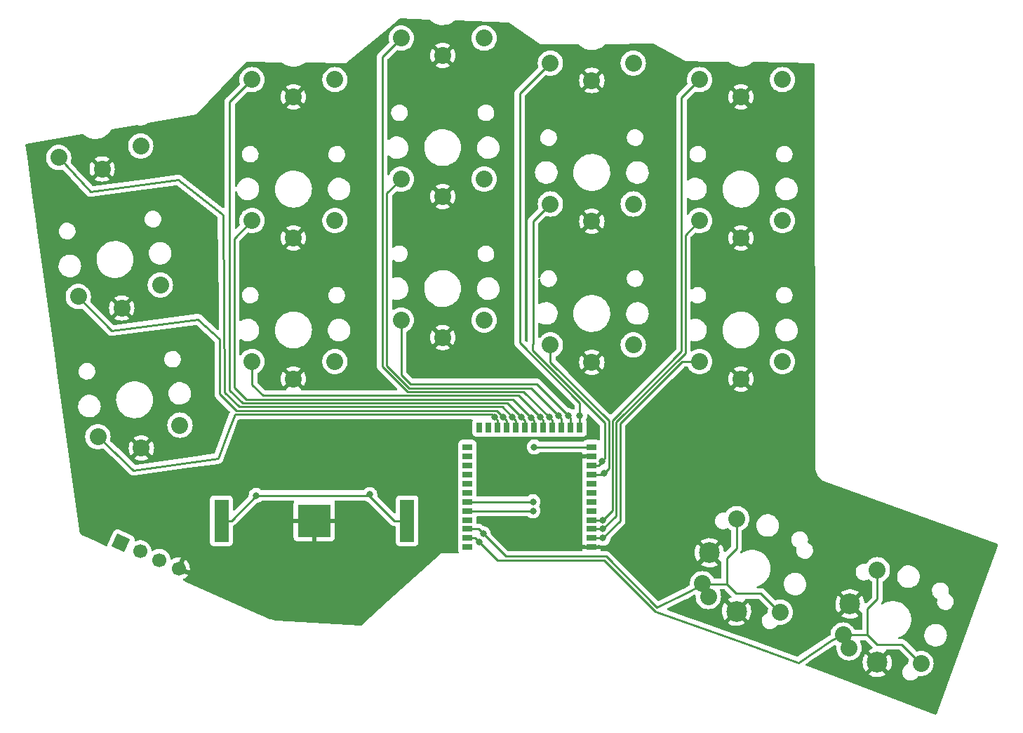
<source format=gbr>
%TF.GenerationSoftware,KiCad,Pcbnew,(6.0.4)*%
%TF.CreationDate,2022-07-15T11:17:58+02:00*%
%TF.ProjectId,kicad,6b696361-642e-46b6-9963-61645f706362,v 0.2*%
%TF.SameCoordinates,Original*%
%TF.FileFunction,Copper,L1,Top*%
%TF.FilePolarity,Positive*%
%FSLAX46Y46*%
G04 Gerber Fmt 4.6, Leading zero omitted, Abs format (unit mm)*
G04 Created by KiCad (PCBNEW (6.0.4)) date 2022-07-15 11:17:58*
%MOMM*%
%LPD*%
G01*
G04 APERTURE LIST*
G04 Aperture macros list*
%AMHorizOval*
0 Thick line with rounded ends*
0 $1 width*
0 $2 $3 position (X,Y) of the first rounded end (center of the circle)*
0 $4 $5 position (X,Y) of the second rounded end (center of the circle)*
0 Add line between two ends*
20,1,$1,$2,$3,$4,$5,0*
0 Add two circle primitives to create the rounded ends*
1,1,$1,$2,$3*
1,1,$1,$4,$5*%
%AMRotRect*
0 Rectangle, with rotation*
0 The origin of the aperture is its center*
0 $1 length*
0 $2 width*
0 $3 Rotation angle, in degrees counterclockwise*
0 Add horizontal line*
21,1,$1,$2,0,0,$3*%
G04 Aperture macros list end*
%TA.AperFunction,ComponentPad*%
%ADD10C,2.500000*%
%TD*%
%TA.AperFunction,ComponentPad*%
%ADD11C,2.032000*%
%TD*%
%TA.AperFunction,SMDPad,CuDef*%
%ADD12R,1.198880X0.698500*%
%TD*%
%TA.AperFunction,SMDPad,CuDef*%
%ADD13R,0.698500X1.198880*%
%TD*%
%TA.AperFunction,SMDPad,CuDef*%
%ADD14R,1.715000X5.080000*%
%TD*%
%TA.AperFunction,SMDPad,CuDef*%
%ADD15R,3.960000X3.960000*%
%TD*%
%TA.AperFunction,ComponentPad*%
%ADD16RotRect,1.700000X1.700000X246.000000*%
%TD*%
%TA.AperFunction,ComponentPad*%
%ADD17HorizOval,1.700000X0.000000X0.000000X0.000000X0.000000X0*%
%TD*%
%TA.AperFunction,ViaPad*%
%ADD18C,0.800000*%
%TD*%
%TA.AperFunction,Conductor*%
%ADD19C,0.250000*%
%TD*%
G04 APERTURE END LIST*
D10*
%TO.P,SW17,1,1*%
%TO.N,GND*%
X191935272Y-138579053D03*
X188648074Y-131529633D03*
D11*
%TO.P,SW17,2,2*%
%TO.N,SW34L*%
X188535450Y-136809531D03*
X197215170Y-138691677D03*
X191955652Y-127412604D03*
X187818243Y-135271475D03*
%TD*%
D12*
%TO.P,YJT1,1,GND*%
%TO.N,GND*%
X157480000Y-124698740D03*
%TO.P,YJT1,2,P21*%
%TO.N,SW24L*%
X157480000Y-123598920D03*
%TO.P,YJT1,3,P22*%
%TO.N,SW14L*%
X157480000Y-122499100D03*
%TO.P,YJT1,4,P23*%
%TO.N,SW04L*%
X157480000Y-121399280D03*
%TO.P,YJT1,5,P24*%
%TO.N,unconnected-(YJT1-Pad5)*%
X157480000Y-120299460D03*
%TO.P,YJT1,6,P25*%
%TO.N,unconnected-(YJT1-Pad6)*%
X157480000Y-119199640D03*
%TO.P,YJT1,7,NC*%
%TO.N,unconnected-(YJT1-Pad7)*%
X157480000Y-118099820D03*
%TO.P,YJT1,8,NC*%
%TO.N,unconnected-(YJT1-Pad8)*%
X157480000Y-117000000D03*
%TO.P,YJT1,9,P28*%
%TO.N,SW23L*%
X157480000Y-115900180D03*
%TO.P,YJT1,10,P29*%
%TO.N,SW13L*%
X157480000Y-114800360D03*
%TO.P,YJT1,11,GND*%
%TO.N,GND*%
X157480000Y-113700540D03*
%TO.P,YJT1,12,VCC*%
%TO.N,VCC*%
X157480000Y-112600720D03*
D13*
%TO.P,YJT1,13,P30*%
%TO.N,SW03L*%
X156029660Y-110251220D03*
%TO.P,YJT1,14,P00*%
%TO.N,SW22L*%
X154929840Y-110251220D03*
%TO.P,YJT1,15,P01*%
%TO.N,SW12L*%
X153830020Y-110251220D03*
%TO.P,YJT1,16,P02*%
%TO.N,SW02L*%
X152730200Y-110251220D03*
%TO.P,YJT1,17,P03*%
%TO.N,SW21L*%
X151630380Y-110251220D03*
%TO.P,YJT1,18,P04*%
%TO.N,SW11L*%
X150530560Y-110251220D03*
%TO.P,YJT1,19,P05*%
%TO.N,SW01L*%
X149433280Y-110251220D03*
%TO.P,YJT1,20,P06*%
%TO.N,SW00L*%
X148333460Y-110251220D03*
%TO.P,YJT1,21,P07*%
%TO.N,SW10L*%
X147233640Y-110251220D03*
%TO.P,YJT1,22,P08*%
%TO.N,SW20L*%
X146133820Y-110251220D03*
%TO.P,YJT1,23,P09*%
%TO.N,unconnected-(YJT1-Pad23)*%
X145034000Y-110251220D03*
%TO.P,YJT1,24,P10*%
%TO.N,unconnected-(YJT1-Pad24)*%
X143934180Y-110251220D03*
D12*
%TO.P,YJT1,25,P11*%
%TO.N,unconnected-(YJT1-Pad25)*%
X142483840Y-112600720D03*
%TO.P,YJT1,26,P12*%
%TO.N,unconnected-(YJT1-Pad26)*%
X142483840Y-113700540D03*
%TO.P,YJT1,27,P13*%
%TO.N,unconnected-(YJT1-Pad27)*%
X142483840Y-114800360D03*
%TO.P,YJT1,28,P14*%
%TO.N,unconnected-(YJT1-Pad28)*%
X142483840Y-115900180D03*
%TO.P,YJT1,29,P15*%
%TO.N,unconnected-(YJT1-Pad29)*%
X142483840Y-117000000D03*
%TO.P,YJT1,30,P16*%
%TO.N,unconnected-(YJT1-Pad30)*%
X142483840Y-118099820D03*
%TO.P,YJT1,31,SWDIO*%
%TO.N,DIOL*%
X142483840Y-119199640D03*
%TO.P,YJT1,32,SWCLK*%
%TO.N,CLKL*%
X142483840Y-120299460D03*
%TO.P,YJT1,33,P17*%
%TO.N,unconnected-(YJT1-Pad33)*%
X142483840Y-121399280D03*
%TO.P,YJT1,34,P18*%
%TO.N,SW33L*%
X142483840Y-122499100D03*
%TO.P,YJT1,35,P19*%
%TO.N,SW34L*%
X142483840Y-123598920D03*
%TO.P,YJT1,36,P20*%
%TO.N,unconnected-(YJT1-Pad36)*%
X142483840Y-124698740D03*
%TD*%
D11*
%TO.P,SW2,1,1*%
%TO.N,GND*%
X100776672Y-95842582D03*
%TO.P,SW2,2,2*%
%TO.N,SW10L*%
X95533068Y-94458884D03*
X105435749Y-93067153D03*
%TD*%
%TO.P,SW11,1,1*%
%TO.N,GND*%
X157499999Y-85400000D03*
%TO.P,SW11,2,2*%
%TO.N,SW13L*%
X162499999Y-83300000D03*
X152499999Y-83300000D03*
%TD*%
D14*
%TO.P,BT1,1,+*%
%TO.N,VCC*%
X135207500Y-121500000D03*
X112800000Y-121500000D03*
D15*
%TO.P,BT1,2,-*%
%TO.N,GND*%
X124000000Y-121500000D03*
%TD*%
D11*
%TO.P,SW8,1,1*%
%TO.N,GND*%
X139500001Y-82400000D03*
%TO.P,SW8,2,2*%
%TO.N,SW12L*%
X134500001Y-80300000D03*
X144500001Y-80300000D03*
%TD*%
%TO.P,SW5,1,1*%
%TO.N,GND*%
X121500000Y-87400000D03*
%TO.P,SW5,2,2*%
%TO.N,SW11L*%
X126500000Y-85300000D03*
X116500000Y-85300000D03*
%TD*%
%TO.P,SW16,1,1*%
%TO.N,GND*%
X175500000Y-104400000D03*
%TO.P,SW16,2,2*%
%TO.N,SW24L*%
X170500000Y-102300000D03*
X180500000Y-102300000D03*
%TD*%
%TO.P,SW12,1,1*%
%TO.N,GND*%
X157500000Y-102400000D03*
%TO.P,SW12,2,2*%
%TO.N,SW23L*%
X152500000Y-100300000D03*
X162500000Y-100300000D03*
%TD*%
%TO.P,SW15,1,1*%
%TO.N,GND*%
X175500000Y-87400001D03*
%TO.P,SW15,2,2*%
%TO.N,SW14L*%
X170500000Y-85300001D03*
X180500000Y-85300001D03*
%TD*%
%TO.P,SW10,1,1*%
%TO.N,GND*%
X157500001Y-68400000D03*
%TO.P,SW10,2,2*%
%TO.N,SW03L*%
X162500001Y-66300000D03*
X152500001Y-66300000D03*
%TD*%
%TO.P,SW7,1,1*%
%TO.N,GND*%
X139500000Y-65400000D03*
%TO.P,SW7,2,2*%
%TO.N,SW02L*%
X144500000Y-63300000D03*
X134500000Y-63300000D03*
%TD*%
%TO.P,SW3,1,1*%
%TO.N,GND*%
X103142615Y-112745951D03*
%TO.P,SW3,2,2*%
%TO.N,SW20L*%
X107801692Y-109970522D03*
X97899011Y-111362253D03*
%TD*%
%TO.P,SW6,1,1*%
%TO.N,GND*%
X121500001Y-104400001D03*
%TO.P,SW6,2,2*%
%TO.N,SW21L*%
X126500001Y-102300001D03*
X116500001Y-102300001D03*
%TD*%
%TO.P,SW14,1,1*%
%TO.N,GND*%
X175499999Y-70400000D03*
%TO.P,SW14,2,2*%
%TO.N,SW04L*%
X170499999Y-68300000D03*
X180499999Y-68300000D03*
%TD*%
%TO.P,SW1,1,1*%
%TO.N,GND*%
X98410729Y-79076836D03*
%TO.P,SW1,2,2*%
%TO.N,SW00L*%
X103069806Y-76301407D03*
X93167125Y-77693138D03*
%TD*%
%TO.P,SW4,1,1*%
%TO.N,GND*%
X121500000Y-70400001D03*
%TO.P,SW4,2,2*%
%TO.N,SW01L*%
X126500000Y-68300001D03*
X116500000Y-68300001D03*
%TD*%
%TO.P,SW9,1,1*%
%TO.N,GND*%
X139500000Y-99400000D03*
%TO.P,SW9,2,2*%
%TO.N,SW22L*%
X144500000Y-97300000D03*
X134500000Y-97300000D03*
%TD*%
D10*
%TO.P,SW13,1,1*%
%TO.N,GND*%
X171674888Y-125358806D03*
X174962086Y-132408226D03*
D11*
%TO.P,SW13,2,2*%
%TO.N,SW33L*%
X174982466Y-121241777D03*
X170845057Y-129100648D03*
X171562264Y-130638704D03*
X180241984Y-132520850D03*
%TD*%
D16*
%TO.P,PROG1,1,Pin_1*%
%TO.N,VCC*%
X100679595Y-124166889D03*
D17*
%TO.P,PROG1,2,Pin_2*%
%TO.N,DIOL*%
X103000000Y-125200000D03*
%TO.P,PROG1,3,Pin_3*%
%TO.N,CLKL*%
X105320406Y-126233111D03*
%TO.P,PROG1,4,Pin_4*%
%TO.N,GND*%
X107640811Y-127266222D03*
%TD*%
D18*
%TO.N,VCC*%
X150549280Y-112600720D03*
X117000000Y-118450000D03*
X130700000Y-118350000D03*
%TO.N,DIOL*%
X150400360Y-119199640D03*
%TO.N,SW00L*%
X147915840Y-108984160D03*
%TO.N,SW10L*%
X146800000Y-109000000D03*
%TO.N,SW20L*%
X145735818Y-108960416D03*
%TO.N,SW01L*%
X148990750Y-108959250D03*
%TO.N,SW11L*%
X150189390Y-109060610D03*
%TO.N,SW21L*%
X151239300Y-109010700D03*
%TO.N,SW02L*%
X152339210Y-109010790D03*
%TO.N,SW12L*%
X153500000Y-108850000D03*
%TO.N,SW22L*%
X154675000Y-108825000D03*
%TO.N,SW03L*%
X156029660Y-108829660D03*
%TO.N,SW13L*%
X158700000Y-114300000D03*
%TO.N,SW23L*%
X158950000Y-115800000D03*
%TO.N,SW33L*%
X144400000Y-123050000D03*
%TO.N,SW04L*%
X158850720Y-121399280D03*
%TO.N,SW14L*%
X158850900Y-122499100D03*
%TO.N,SW24L*%
X158851080Y-123598920D03*
%TO.N,SW34L*%
X143898457Y-124051543D03*
%TO.N,CLKL*%
X150400000Y-120300000D03*
%TD*%
D19*
%TO.N,VCC*%
X130700000Y-118350000D02*
X130600000Y-118450000D01*
X117000000Y-118450000D02*
X117000000Y-118500000D01*
X130600000Y-118450000D02*
X117000000Y-118450000D01*
X117000000Y-118500000D02*
X114000000Y-121500000D01*
X130700000Y-118550000D02*
X133650000Y-121500000D01*
X130700000Y-118350000D02*
X130700000Y-118550000D01*
X157480000Y-112600720D02*
X150450720Y-112600720D01*
X114000000Y-121500000D02*
X113015000Y-121500000D01*
X133650000Y-121500000D02*
X134985000Y-121500000D01*
%TO.N,DIOL*%
X142483840Y-119199640D02*
X150400360Y-119199640D01*
%TO.N,SW00L*%
X146682160Y-107750480D02*
X114950480Y-107750480D01*
X114950480Y-107750480D02*
X113200000Y-106000000D01*
X148333460Y-109401780D02*
X147915840Y-108984160D01*
X107600000Y-80400000D02*
X97000000Y-81800000D01*
X113000000Y-84600000D02*
X107600000Y-80400000D01*
X113200000Y-106000000D02*
X113000000Y-84600000D01*
X148333460Y-110251220D02*
X148333460Y-109401780D01*
X97000000Y-81800000D02*
X93167125Y-77693138D01*
X147915840Y-108984160D02*
X146682160Y-107750480D01*
%TO.N,SW10L*%
X146000000Y-108200000D02*
X114600000Y-108200000D01*
X99555372Y-98550000D02*
X95533068Y-94527696D01*
X147233640Y-109433640D02*
X146800000Y-109000000D01*
X146800000Y-109000000D02*
X146000000Y-108200000D01*
X112600000Y-106200000D02*
X112600000Y-99600000D01*
X147233640Y-110251220D02*
X147233640Y-109433640D01*
X114600000Y-108200000D02*
X112600000Y-106200000D01*
X112600000Y-99600000D02*
X110000000Y-97200000D01*
X110000000Y-97200000D02*
X99555372Y-98550000D01*
%TO.N,SW20L*%
X102200000Y-115400000D02*
X97899011Y-111362253D01*
X145735818Y-108960416D02*
X145424922Y-108649520D01*
X112400000Y-114000000D02*
X102200000Y-115400000D01*
X145424922Y-108649520D02*
X114413803Y-108649520D01*
X145735818Y-109003778D02*
X146133820Y-109401780D01*
X146133820Y-109401780D02*
X146133820Y-110251220D01*
X114413803Y-108649520D02*
X113600000Y-110800000D01*
X113600000Y-110800000D02*
X112400000Y-114000000D01*
X145735818Y-108960416D02*
X145735818Y-109003778D01*
%TO.N,SW01L*%
X115350960Y-107300960D02*
X113800000Y-105750000D01*
X149433280Y-109401780D02*
X148990750Y-108959250D01*
X148990750Y-108959250D02*
X147332460Y-107300960D01*
X147332460Y-107300960D02*
X115350960Y-107300960D01*
X113800000Y-105750000D02*
X113800000Y-71000001D01*
X113800000Y-71000001D02*
X116500000Y-68300001D01*
X149433280Y-110251220D02*
X149433280Y-109401780D01*
%TO.N,SW11L*%
X150530560Y-109401780D02*
X150189390Y-109060610D01*
X114350000Y-87450000D02*
X116500000Y-85300000D01*
X150189390Y-109060610D02*
X147980220Y-106851440D01*
X147980220Y-106851440D02*
X115801440Y-106851440D01*
X114350000Y-105400000D02*
X114350000Y-87450000D01*
X115801440Y-106851440D02*
X114350000Y-105400000D01*
X150530560Y-110251220D02*
X150530560Y-109401780D01*
%TO.N,SW21L*%
X148628600Y-106400000D02*
X117800000Y-106400000D01*
X116500001Y-105100001D02*
X116500001Y-102300001D01*
X151630380Y-110251220D02*
X151630380Y-109401780D01*
X117800000Y-106400000D02*
X116500001Y-105100001D01*
X151239300Y-109010700D02*
X148628600Y-106400000D01*
X151630380Y-109401780D02*
X151239300Y-109010700D01*
%TO.N,SW02L*%
X135279044Y-105950480D02*
X132200000Y-102871436D01*
X152339210Y-109010790D02*
X149278900Y-105950480D01*
X132200000Y-65600000D02*
X134500000Y-63300000D01*
X152730200Y-110251220D02*
X152730200Y-109401780D01*
X152730200Y-109401780D02*
X152339210Y-109010790D01*
X149278900Y-105950480D02*
X135279044Y-105950480D01*
X132200000Y-102871436D02*
X132200000Y-65600000D01*
%TO.N,SW12L*%
X135465242Y-105500960D02*
X132774579Y-102810297D01*
X132774579Y-102810297D02*
X132774579Y-82025422D01*
X132774579Y-82025422D02*
X134500001Y-80300000D01*
X153500000Y-108850000D02*
X150150960Y-105500960D01*
X150150960Y-105500960D02*
X135465242Y-105500960D01*
X153830020Y-110251220D02*
X153830020Y-109180020D01*
X153830020Y-109180020D02*
X153500000Y-108850000D01*
%TO.N,SW22L*%
X154929840Y-109079840D02*
X154675000Y-108825000D01*
X154675000Y-108825000D02*
X150850000Y-105000000D01*
X135600000Y-105000000D02*
X134500000Y-103900000D01*
X150850000Y-105000000D02*
X135600000Y-105000000D01*
X154929840Y-110251220D02*
X154929840Y-109079840D01*
X134500000Y-103900000D02*
X134500000Y-97300000D01*
%TO.N,SW03L*%
X156029660Y-107265378D02*
X148800000Y-100035718D01*
X156029660Y-110251220D02*
X156029660Y-108829660D01*
X148800000Y-100035718D02*
X148800000Y-70000001D01*
X148800000Y-70000001D02*
X152500001Y-66300000D01*
X156029660Y-108829660D02*
X156029660Y-107265378D01*
%TO.N,SW13L*%
X150400000Y-85399999D02*
X152499999Y-83300000D01*
X157480000Y-114800360D02*
X158329440Y-114800360D01*
X150400000Y-85800000D02*
X150400000Y-85399999D01*
X158700000Y-114429800D02*
X158700000Y-114300000D01*
X158700000Y-114300000D02*
X159100480Y-113899520D01*
X159100480Y-109700480D02*
X150750000Y-101350000D01*
X150400000Y-100200000D02*
X150400000Y-85799999D01*
X159100480Y-113899520D02*
X159100480Y-109700480D01*
X150375421Y-100975421D02*
X150375421Y-100224579D01*
X158329440Y-114800360D02*
X158700000Y-114429800D01*
X150800000Y-101400000D02*
X150375421Y-100975421D01*
%TO.N,SW23L*%
X157480000Y-115900180D02*
X158849820Y-115900180D01*
X159550000Y-115200000D02*
X159550000Y-109400000D01*
X152500000Y-102350000D02*
X152500000Y-100300000D01*
X158950000Y-115800000D02*
X159550000Y-115200000D01*
X158849820Y-115900180D02*
X158950000Y-115800000D01*
X159550000Y-109400000D02*
X152500000Y-102350000D01*
%TO.N,SW33L*%
X169000000Y-130200000D02*
X165373750Y-131973750D01*
X173771475Y-129121475D02*
X173771475Y-125978525D01*
X173771475Y-125978525D02*
X174955652Y-124794348D01*
X170845057Y-129100648D02*
X170745705Y-129200000D01*
X147150000Y-125800000D02*
X144400000Y-123050000D01*
X144400000Y-123050000D02*
X143849100Y-122499100D01*
X143849100Y-122499100D02*
X142483840Y-122499100D01*
X173771475Y-129121475D02*
X170818243Y-129121475D01*
X174955652Y-124794348D02*
X174955652Y-121262604D01*
X159200000Y-125800000D02*
X147150000Y-125800000D01*
X170745705Y-129200000D02*
X169000000Y-130200000D01*
X180191677Y-132541677D02*
X177900000Y-130250000D01*
X165373750Y-131973750D02*
X159200000Y-125800000D01*
X174900000Y-130250000D02*
X173771475Y-129121475D01*
X177900000Y-130250000D02*
X174900000Y-130250000D01*
%TO.N,SW04L*%
X168325059Y-101074941D02*
X168325059Y-70474940D01*
X158850720Y-121399280D02*
X159999520Y-120250480D01*
X157480000Y-121399280D02*
X158850720Y-121399280D01*
X168325059Y-70474940D02*
X170499999Y-68300000D01*
X159999520Y-120250480D02*
X159999520Y-109400480D01*
X159999520Y-109400480D02*
X168325059Y-101074941D01*
%TO.N,SW14L*%
X168774579Y-101261139D02*
X168774579Y-87025422D01*
X160449040Y-109586678D02*
X168774579Y-101261139D01*
X158850900Y-122499100D02*
X160449040Y-120900960D01*
X157480000Y-122499100D02*
X158850900Y-122499100D01*
X160449040Y-120900960D02*
X160449040Y-109586678D01*
X168774579Y-87025422D02*
X170500000Y-85300001D01*
%TO.N,SW24L*%
X157480000Y-123598920D02*
X158851080Y-123598920D01*
X158851080Y-123598920D02*
X160898560Y-121551440D01*
X160898560Y-109772876D02*
X168371436Y-102300000D01*
X160898560Y-121551440D02*
X160898560Y-109772876D01*
X168371436Y-102300000D02*
X170500000Y-102300000D01*
%TO.N,SW34L*%
X175200000Y-136000000D02*
X165200000Y-132435718D01*
X191955652Y-130944348D02*
X191955652Y-127412604D01*
X197215170Y-138691677D02*
X197191677Y-138691677D01*
X186450000Y-135950000D02*
X182400000Y-138600000D01*
X187818243Y-135271475D02*
X186450000Y-135950000D01*
X197191677Y-138691677D02*
X194900000Y-136400000D01*
X182400000Y-138600000D02*
X175200000Y-136000000D01*
X146096434Y-126249520D02*
X143898457Y-124051543D01*
X194900000Y-136400000D02*
X191900000Y-136400000D01*
X190771475Y-132128525D02*
X191955652Y-130944348D01*
X190771475Y-135271475D02*
X187818243Y-135271475D01*
X165200000Y-132435718D02*
X159013802Y-126249520D01*
X190771475Y-135271475D02*
X190771475Y-132128525D01*
X143445834Y-123598920D02*
X142483840Y-123598920D01*
X191900000Y-136400000D02*
X190771475Y-135271475D01*
X143898457Y-124051543D02*
X143445834Y-123598920D01*
X159013802Y-126249520D02*
X146096434Y-126249520D01*
%TO.N,CLKL*%
X150399460Y-120299460D02*
X150400000Y-120300000D01*
X142483840Y-120299460D02*
X150399460Y-120299460D01*
%TD*%
%TA.AperFunction,Conductor*%
%TO.N,GND*%
G36*
X137862828Y-61058299D02*
G01*
X137930241Y-61080569D01*
X137950757Y-61098292D01*
X137974846Y-61124124D01*
X138203045Y-61311568D01*
X138454029Y-61467185D01*
X138723390Y-61588241D01*
X138893441Y-61638935D01*
X138981881Y-61665300D01*
X139006395Y-61672608D01*
X139010515Y-61673261D01*
X139010517Y-61673261D01*
X139294592Y-61718255D01*
X139294598Y-61718256D01*
X139298073Y-61718806D01*
X139322632Y-61719921D01*
X139389017Y-61722936D01*
X139389038Y-61722936D01*
X139390437Y-61723000D01*
X139574901Y-61723000D01*
X139794664Y-61708403D01*
X139798763Y-61707577D01*
X139798767Y-61707576D01*
X139972190Y-61672608D01*
X140084151Y-61650033D01*
X140363375Y-61553888D01*
X140533089Y-61468902D01*
X140623695Y-61423530D01*
X140623697Y-61423529D01*
X140627431Y-61421659D01*
X140871678Y-61255668D01*
X140938155Y-61196230D01*
X141002271Y-61165736D01*
X141026355Y-61164231D01*
X147432683Y-61378750D01*
X147500611Y-61401379D01*
X151250000Y-64020000D01*
X151269452Y-64019943D01*
X152034953Y-64017696D01*
X155810114Y-64006617D01*
X155878292Y-64026419D01*
X155902634Y-64046685D01*
X155971993Y-64121065D01*
X155972005Y-64121076D01*
X155974847Y-64124124D01*
X156203046Y-64311568D01*
X156454030Y-64467185D01*
X156723391Y-64588241D01*
X156896192Y-64639755D01*
X156985129Y-64666268D01*
X157006396Y-64672608D01*
X157010516Y-64673261D01*
X157010518Y-64673261D01*
X157294593Y-64718255D01*
X157294599Y-64718256D01*
X157298074Y-64718806D01*
X157322633Y-64719921D01*
X157389018Y-64722936D01*
X157389039Y-64722936D01*
X157390438Y-64723000D01*
X157574902Y-64723000D01*
X157794665Y-64708403D01*
X157798764Y-64707577D01*
X157798768Y-64707576D01*
X157972191Y-64672608D01*
X158084152Y-64650033D01*
X158363376Y-64553888D01*
X158533090Y-64468902D01*
X158623696Y-64423530D01*
X158623698Y-64423529D01*
X158627432Y-64421659D01*
X158871679Y-64255668D01*
X159091828Y-64058832D01*
X159094544Y-64055663D01*
X159094554Y-64055653D01*
X159107402Y-64040663D01*
X159166920Y-64001958D01*
X159202699Y-63996662D01*
X164848382Y-63980093D01*
X164907914Y-63994845D01*
X166020499Y-64586525D01*
X168810000Y-66070000D01*
X171946873Y-66116278D01*
X173958144Y-66145951D01*
X174025962Y-66166955D01*
X174036261Y-66174572D01*
X174157002Y-66273749D01*
X174203044Y-66311568D01*
X174454028Y-66467185D01*
X174457845Y-66468901D01*
X174457848Y-66468902D01*
X174530707Y-66501646D01*
X174723389Y-66588241D01*
X174869928Y-66631926D01*
X174930671Y-66650034D01*
X175006394Y-66672608D01*
X175010514Y-66673261D01*
X175010516Y-66673261D01*
X175294591Y-66718255D01*
X175294597Y-66718256D01*
X175298072Y-66718806D01*
X175322631Y-66719921D01*
X175389016Y-66722936D01*
X175389037Y-66722936D01*
X175390436Y-66723000D01*
X175574900Y-66723000D01*
X175794663Y-66708403D01*
X175798762Y-66707577D01*
X175798766Y-66707576D01*
X175972189Y-66672608D01*
X176084150Y-66650033D01*
X176363374Y-66553888D01*
X176533088Y-66468902D01*
X176623694Y-66423530D01*
X176623696Y-66423529D01*
X176627430Y-66421659D01*
X176871677Y-66255668D01*
X176875624Y-66252139D01*
X176908440Y-66222799D01*
X176972555Y-66192306D01*
X176994281Y-66190744D01*
X184244337Y-66297704D01*
X184312155Y-66318708D01*
X184357851Y-66373044D01*
X184368478Y-66423335D01*
X184503860Y-114712563D01*
X184504727Y-115021868D01*
X184503111Y-115041461D01*
X184502398Y-115044316D01*
X184501268Y-115056818D01*
X184501582Y-115061684D01*
X184501902Y-115066651D01*
X184502160Y-115075548D01*
X184500780Y-115294446D01*
X184501396Y-115298914D01*
X184501396Y-115298919D01*
X184504810Y-115323693D01*
X184533206Y-115529776D01*
X184598888Y-115758069D01*
X184600746Y-115762192D01*
X184694625Y-115970527D01*
X184694628Y-115970533D01*
X184696483Y-115974649D01*
X184698908Y-115978460D01*
X184698908Y-115978461D01*
X184730526Y-116028161D01*
X184823992Y-116175082D01*
X184826923Y-116178494D01*
X184826928Y-116178500D01*
X184943923Y-116314667D01*
X184978804Y-116355263D01*
X184982209Y-116358236D01*
X184982210Y-116358237D01*
X185117851Y-116476667D01*
X185157748Y-116511502D01*
X185357160Y-116640601D01*
X185438686Y-116678121D01*
X185539592Y-116724560D01*
X185550216Y-116730075D01*
X185554977Y-116732841D01*
X185560911Y-116736289D01*
X185565442Y-116738056D01*
X185565446Y-116738058D01*
X185568075Y-116739083D01*
X185572606Y-116740850D01*
X185598878Y-116746655D01*
X185604039Y-116747796D01*
X185619626Y-116752311D01*
X206303805Y-124217620D01*
X206307752Y-124219120D01*
X206358293Y-124239300D01*
X206358297Y-124239301D01*
X206366632Y-124242629D01*
X206375568Y-124243484D01*
X206384292Y-124245597D01*
X206383951Y-124247003D01*
X206405069Y-124252421D01*
X206409450Y-124254312D01*
X206447360Y-124279667D01*
X206458477Y-124290479D01*
X206484880Y-124327676D01*
X206491420Y-124341740D01*
X206502849Y-124385898D01*
X206503953Y-124401364D01*
X206498913Y-124446693D01*
X206497244Y-124452231D01*
X206489571Y-124470903D01*
X206486003Y-124475804D01*
X206465842Y-124531943D01*
X206459132Y-124550627D01*
X206458937Y-124551167D01*
X204341607Y-130356879D01*
X199080384Y-144783134D01*
X199038252Y-144840278D01*
X198971915Y-144865573D01*
X198917413Y-144857805D01*
X186050896Y-139988186D01*
X190890884Y-139988186D01*
X190899597Y-139999706D01*
X190997290Y-140071337D01*
X191005200Y-140076280D01*
X191228162Y-140193586D01*
X191236725Y-140197309D01*
X191474576Y-140280371D01*
X191483585Y-140282785D01*
X191731114Y-140329780D01*
X191740370Y-140330834D01*
X191992129Y-140340726D01*
X192001443Y-140340400D01*
X192251887Y-140312973D01*
X192261064Y-140311272D01*
X192504703Y-140247127D01*
X192513523Y-140244090D01*
X192745008Y-140144636D01*
X192753280Y-140140329D01*
X192967521Y-140007753D01*
X192974460Y-140002711D01*
X192982790Y-139990072D01*
X192976728Y-139979719D01*
X191948084Y-138951075D01*
X191934140Y-138943461D01*
X191932307Y-138943592D01*
X191925692Y-138947843D01*
X190897542Y-139975993D01*
X190890884Y-139988186D01*
X186050896Y-139988186D01*
X183358442Y-138969167D01*
X183301813Y-138926349D01*
X183277322Y-138859710D01*
X183292747Y-138790409D01*
X183334055Y-138745891D01*
X183416911Y-138691677D01*
X183652424Y-138537576D01*
X190173170Y-138537576D01*
X190185259Y-138789228D01*
X190186396Y-138798488D01*
X190235546Y-139045588D01*
X190238040Y-139054581D01*
X190323172Y-139291692D01*
X190326972Y-139300227D01*
X190446218Y-139522154D01*
X190451229Y-139530021D01*
X190514718Y-139615043D01*
X190525976Y-139623492D01*
X190538395Y-139616720D01*
X191563250Y-138591865D01*
X191569628Y-138580185D01*
X192299680Y-138580185D01*
X192299811Y-138582018D01*
X192304062Y-138588633D01*
X193335185Y-139619756D01*
X193347565Y-139626516D01*
X193355906Y-139620272D01*
X193482037Y-139424180D01*
X193486484Y-139415989D01*
X193589963Y-139186275D01*
X193593154Y-139177508D01*
X193661541Y-138935029D01*
X193663401Y-138925887D01*
X193695388Y-138674449D01*
X193695869Y-138668161D01*
X193698119Y-138582213D01*
X193697968Y-138575904D01*
X193679184Y-138323127D01*
X193677808Y-138313921D01*
X193622201Y-138068179D01*
X193619477Y-138059268D01*
X193528160Y-137824445D01*
X193524149Y-137816036D01*
X193399126Y-137597293D01*
X193393915Y-137589567D01*
X193356663Y-137542314D01*
X193344738Y-137533843D01*
X193333206Y-137540329D01*
X192307294Y-138566241D01*
X192299680Y-138580185D01*
X191569628Y-138580185D01*
X191570864Y-138577921D01*
X191570733Y-138576088D01*
X191566482Y-138569473D01*
X190536593Y-137539584D01*
X190523285Y-137532317D01*
X190513246Y-137539439D01*
X190503033Y-137551719D01*
X190497618Y-137559311D01*
X190366918Y-137774699D01*
X190362680Y-137783016D01*
X190265253Y-138015352D01*
X190262292Y-138024202D01*
X190200278Y-138268384D01*
X190198656Y-138277581D01*
X190173415Y-138528251D01*
X190173170Y-138537576D01*
X183652424Y-138537576D01*
X186758984Y-136504888D01*
X186771993Y-136497441D01*
X186782501Y-136492230D01*
X186852416Y-136479885D01*
X186912539Y-136503174D01*
X186915624Y-136505415D01*
X186919394Y-136508635D01*
X186950515Y-136527706D01*
X186958997Y-136532904D01*
X187006629Y-136585551D01*
X187018774Y-136650222D01*
X187006236Y-136809531D01*
X187025063Y-137048753D01*
X187026217Y-137053560D01*
X187026218Y-137053566D01*
X187053353Y-137166591D01*
X187081081Y-137282084D01*
X187082974Y-137286655D01*
X187082975Y-137286657D01*
X187153838Y-137457735D01*
X187172910Y-137503780D01*
X187298290Y-137708380D01*
X187454132Y-137890849D01*
X187457894Y-137894062D01*
X187610270Y-138024202D01*
X187636601Y-138046691D01*
X187841201Y-138172071D01*
X187845771Y-138173964D01*
X187845773Y-138173965D01*
X188058324Y-138262006D01*
X188062897Y-138263900D01*
X188144487Y-138283488D01*
X188291415Y-138318763D01*
X188291421Y-138318764D01*
X188296228Y-138319918D01*
X188535450Y-138338745D01*
X188774672Y-138319918D01*
X188779479Y-138318764D01*
X188779485Y-138318763D01*
X188926413Y-138283488D01*
X189008003Y-138263900D01*
X189012576Y-138262006D01*
X189225127Y-138173965D01*
X189225129Y-138173964D01*
X189229699Y-138172071D01*
X189434299Y-138046691D01*
X189460631Y-138024202D01*
X189613006Y-137894062D01*
X189616768Y-137890849D01*
X189772610Y-137708380D01*
X189897990Y-137503780D01*
X189917063Y-137457735D01*
X189987925Y-137286657D01*
X189987926Y-137286655D01*
X189989819Y-137282084D01*
X190017547Y-137166591D01*
X190044682Y-137053566D01*
X190044683Y-137053560D01*
X190045837Y-137048753D01*
X190064664Y-136809531D01*
X190045837Y-136570309D01*
X190044683Y-136565502D01*
X190044682Y-136565496D01*
X189990974Y-136341790D01*
X189989819Y-136336978D01*
X189987925Y-136332405D01*
X189899884Y-136119854D01*
X189899883Y-136119852D01*
X189897990Y-136115282D01*
X189886669Y-136096808D01*
X189868131Y-136028278D01*
X189889586Y-135960601D01*
X189944225Y-135915267D01*
X189994102Y-135904975D01*
X190456881Y-135904975D01*
X190525002Y-135924977D01*
X190545976Y-135941880D01*
X191336507Y-136732411D01*
X191370533Y-136794723D01*
X191365468Y-136865538D01*
X191322921Y-136922374D01*
X191300164Y-136935932D01*
X191084830Y-137035204D01*
X191076678Y-137039723D01*
X190897625Y-137157115D01*
X190888488Y-137167856D01*
X190893061Y-137177632D01*
X191922460Y-138207031D01*
X191936404Y-138214645D01*
X191938237Y-138214514D01*
X191944852Y-138210263D01*
X192973691Y-137181424D01*
X192981791Y-137166591D01*
X192996470Y-137099114D01*
X193046672Y-137048912D01*
X193107057Y-137033500D01*
X194585406Y-137033500D01*
X194653527Y-137053502D01*
X194674501Y-137070405D01*
X195722989Y-138118893D01*
X195757015Y-138181205D01*
X195756413Y-138237402D01*
X195705938Y-138447642D01*
X195705937Y-138447648D01*
X195704783Y-138452455D01*
X195685956Y-138691677D01*
X195686344Y-138696607D01*
X195686344Y-138699240D01*
X195666342Y-138767361D01*
X195612686Y-138813854D01*
X195598031Y-138819472D01*
X195580269Y-138825038D01*
X195401910Y-138923903D01*
X195247074Y-139056614D01*
X195122086Y-139217748D01*
X195032051Y-139400723D01*
X195030442Y-139406901D01*
X195030441Y-139406903D01*
X194982611Y-139590526D01*
X194980647Y-139598065D01*
X194979483Y-139620272D01*
X194971312Y-139776208D01*
X194969975Y-139801712D01*
X195000469Y-140003346D01*
X195002675Y-140009341D01*
X195002675Y-140009342D01*
X195050869Y-140140329D01*
X195070884Y-140194730D01*
X195178345Y-140368046D01*
X195318461Y-140516215D01*
X195323691Y-140519877D01*
X195323692Y-140519878D01*
X195480275Y-140629518D01*
X195485508Y-140633182D01*
X195672663Y-140714171D01*
X195678911Y-140715476D01*
X195678910Y-140715476D01*
X195867535Y-140754883D01*
X195867539Y-140754883D01*
X195872280Y-140755874D01*
X195877117Y-140756127D01*
X195877121Y-140756128D01*
X195877187Y-140756131D01*
X195878959Y-140756224D01*
X196028714Y-140756224D01*
X196101360Y-140748845D01*
X196174281Y-140741438D01*
X196174282Y-140741438D01*
X196180630Y-140740793D01*
X196375225Y-140679810D01*
X196553584Y-140580945D01*
X196708420Y-140448234D01*
X196791812Y-140340726D01*
X196829496Y-140292144D01*
X196829498Y-140292141D01*
X196833408Y-140287100D01*
X196841697Y-140270255D01*
X196889718Y-140217964D01*
X196958387Y-140199936D01*
X196972611Y-140201263D01*
X196975948Y-140202064D01*
X197215170Y-140220891D01*
X197454392Y-140202064D01*
X197459199Y-140200910D01*
X197459205Y-140200909D01*
X197606133Y-140165634D01*
X197687723Y-140146046D01*
X197692296Y-140144152D01*
X197904847Y-140056111D01*
X197904849Y-140056110D01*
X197909419Y-140054217D01*
X198114019Y-139928837D01*
X198296488Y-139772995D01*
X198426925Y-139620272D01*
X198449112Y-139594294D01*
X198449113Y-139594293D01*
X198452330Y-139590526D01*
X198577710Y-139385926D01*
X198613208Y-139300227D01*
X198667645Y-139168803D01*
X198667646Y-139168801D01*
X198669539Y-139164230D01*
X198689127Y-139082640D01*
X198724402Y-138935712D01*
X198724403Y-138935706D01*
X198725557Y-138930899D01*
X198744384Y-138691677D01*
X198725557Y-138452455D01*
X198724403Y-138447648D01*
X198724402Y-138447642D01*
X198670694Y-138223936D01*
X198669539Y-138219124D01*
X198667645Y-138214551D01*
X198579604Y-138002000D01*
X198579603Y-138001998D01*
X198577710Y-137997428D01*
X198452330Y-137792828D01*
X198436847Y-137774699D01*
X198299701Y-137614121D01*
X198296488Y-137610359D01*
X198214493Y-137540329D01*
X198117787Y-137457735D01*
X198117786Y-137457734D01*
X198114019Y-137454517D01*
X197909419Y-137329137D01*
X197904849Y-137327244D01*
X197904847Y-137327243D01*
X197692296Y-137239202D01*
X197692294Y-137239201D01*
X197687723Y-137237308D01*
X197606133Y-137217720D01*
X197459205Y-137182445D01*
X197459199Y-137182444D01*
X197454392Y-137181290D01*
X197215170Y-137162463D01*
X196975948Y-137181290D01*
X196971141Y-137182444D01*
X196971135Y-137182445D01*
X196747432Y-137236152D01*
X196742617Y-137237308D01*
X196738044Y-137239202D01*
X196733782Y-137240587D01*
X196662814Y-137242613D01*
X196605752Y-137209848D01*
X196031231Y-136635326D01*
X195403652Y-136007747D01*
X195396112Y-135999461D01*
X195392000Y-135992982D01*
X195342348Y-135946356D01*
X195339507Y-135943602D01*
X195319770Y-135923865D01*
X195316573Y-135921385D01*
X195307551Y-135913680D01*
X195275321Y-135883414D01*
X195268375Y-135879595D01*
X195268372Y-135879593D01*
X195257566Y-135873652D01*
X195241047Y-135862801D01*
X195240583Y-135862441D01*
X195225041Y-135850386D01*
X195217772Y-135847241D01*
X195217768Y-135847238D01*
X195184463Y-135832826D01*
X195173813Y-135827609D01*
X195135060Y-135806305D01*
X195115437Y-135801267D01*
X195096734Y-135794863D01*
X195085420Y-135789967D01*
X195085419Y-135789967D01*
X195078145Y-135786819D01*
X195070322Y-135785580D01*
X195070312Y-135785577D01*
X195034476Y-135779901D01*
X195022856Y-135777495D01*
X194987711Y-135768472D01*
X194987710Y-135768472D01*
X194980030Y-135766500D01*
X194959776Y-135766500D01*
X194940065Y-135764949D01*
X194927886Y-135763020D01*
X194920057Y-135761780D01*
X194912165Y-135762526D01*
X194876039Y-135765941D01*
X194864181Y-135766500D01*
X194556016Y-135766500D01*
X194487895Y-135746498D01*
X194441402Y-135692842D01*
X194431298Y-135622568D01*
X194460792Y-135557988D01*
X194514994Y-135521365D01*
X194679758Y-135464632D01*
X194849472Y-135379646D01*
X194940078Y-135334274D01*
X194940080Y-135334273D01*
X194943814Y-135332403D01*
X195098045Y-135227587D01*
X197621892Y-135227587D01*
X197630546Y-135458123D01*
X197677920Y-135683905D01*
X197679878Y-135688864D01*
X197679879Y-135688866D01*
X197711317Y-135768472D01*
X197762659Y-135898477D01*
X197882339Y-136095704D01*
X197885836Y-136099734D01*
X197972460Y-136199559D01*
X198033539Y-136269947D01*
X198037670Y-136273334D01*
X198207807Y-136412839D01*
X198207813Y-136412843D01*
X198211935Y-136416223D01*
X198412427Y-136530349D01*
X198417443Y-136532170D01*
X198417448Y-136532172D01*
X198624267Y-136607244D01*
X198624271Y-136607245D01*
X198629282Y-136609064D01*
X198634531Y-136610013D01*
X198634534Y-136610014D01*
X198852215Y-136649377D01*
X198852222Y-136649378D01*
X198856299Y-136650115D01*
X198874036Y-136650951D01*
X198878984Y-136651185D01*
X198878991Y-136651185D01*
X198880472Y-136651255D01*
X199042617Y-136651255D01*
X199109573Y-136645574D01*
X199209254Y-136637116D01*
X199209258Y-136637115D01*
X199214565Y-136636665D01*
X199219720Y-136635327D01*
X199219726Y-136635326D01*
X199432695Y-136580050D01*
X199432699Y-136580049D01*
X199437864Y-136578708D01*
X199442730Y-136576516D01*
X199442733Y-136576515D01*
X199643341Y-136486148D01*
X199648207Y-136483956D01*
X199652627Y-136480980D01*
X199652631Y-136480978D01*
X199753840Y-136412839D01*
X199839577Y-136355117D01*
X200006504Y-136195877D01*
X200081035Y-136095704D01*
X200141029Y-136015069D01*
X200141031Y-136015066D01*
X200144213Y-136010789D01*
X200198997Y-135903038D01*
X200246350Y-135809901D01*
X200246350Y-135809900D01*
X200248769Y-135805143D01*
X200288035Y-135678686D01*
X200315597Y-135589925D01*
X200315598Y-135589919D01*
X200317181Y-135584822D01*
X200331094Y-135479847D01*
X200346792Y-135361408D01*
X200346792Y-135361403D01*
X200347492Y-135356123D01*
X200338838Y-135125587D01*
X200291464Y-134899805D01*
X200260716Y-134821945D01*
X200243585Y-134778567D01*
X200206725Y-134685233D01*
X200087045Y-134488006D01*
X200061607Y-134458691D01*
X199939345Y-134317796D01*
X199939343Y-134317794D01*
X199935845Y-134313763D01*
X199839419Y-134234698D01*
X199761577Y-134170871D01*
X199761571Y-134170867D01*
X199757449Y-134167487D01*
X199556957Y-134053361D01*
X199551941Y-134051540D01*
X199551936Y-134051538D01*
X199345117Y-133976466D01*
X199345113Y-133976465D01*
X199340102Y-133974646D01*
X199334853Y-133973697D01*
X199334850Y-133973696D01*
X199117169Y-133934333D01*
X199117162Y-133934332D01*
X199113085Y-133933595D01*
X199095348Y-133932759D01*
X199090400Y-133932525D01*
X199090393Y-133932525D01*
X199088912Y-133932455D01*
X198926767Y-133932455D01*
X198859811Y-133938136D01*
X198760130Y-133946594D01*
X198760126Y-133946595D01*
X198754819Y-133947045D01*
X198749664Y-133948383D01*
X198749658Y-133948384D01*
X198536689Y-134003660D01*
X198536685Y-134003661D01*
X198531520Y-134005002D01*
X198526654Y-134007194D01*
X198526651Y-134007195D01*
X198424166Y-134053361D01*
X198321177Y-134099754D01*
X198316757Y-134102730D01*
X198316753Y-134102732D01*
X198274485Y-134131189D01*
X198129807Y-134228593D01*
X197962880Y-134387833D01*
X197959692Y-134392118D01*
X197846207Y-134544648D01*
X197825171Y-134572921D01*
X197822756Y-134577671D01*
X197768069Y-134685233D01*
X197720615Y-134778567D01*
X197708095Y-134818889D01*
X197653787Y-134993785D01*
X197653786Y-134993791D01*
X197652203Y-134998888D01*
X197647127Y-135037187D01*
X197629689Y-135168760D01*
X197621892Y-135227587D01*
X195098045Y-135227587D01*
X195188061Y-135166412D01*
X195408210Y-134969576D01*
X195472263Y-134894844D01*
X195597672Y-134748528D01*
X195597675Y-134748524D01*
X195600392Y-134745354D01*
X195602666Y-134741852D01*
X195602670Y-134741847D01*
X195758953Y-134501193D01*
X195758956Y-134501188D01*
X195761232Y-134497683D01*
X195813393Y-134387833D01*
X195829425Y-134354068D01*
X195887902Y-134230916D01*
X195899781Y-134193919D01*
X195976898Y-133953727D01*
X195976898Y-133953726D01*
X195978178Y-133949740D01*
X195999269Y-133832519D01*
X196029734Y-133663203D01*
X196029735Y-133663198D01*
X196030473Y-133659094D01*
X196031468Y-133637203D01*
X196043680Y-133368255D01*
X196043680Y-133368250D01*
X196043869Y-133364085D01*
X196032222Y-133230951D01*
X196018495Y-133074056D01*
X196018131Y-133069895D01*
X196012996Y-133046921D01*
X195954623Y-132785772D01*
X195954621Y-132785765D01*
X195953711Y-132781694D01*
X195947527Y-132764885D01*
X195906806Y-132654211D01*
X195851739Y-132504545D01*
X195799393Y-132405261D01*
X195768483Y-132346636D01*
X195714009Y-132243317D01*
X195647046Y-132149091D01*
X195545364Y-132006009D01*
X195545359Y-132006003D01*
X195542940Y-132002599D01*
X195540096Y-131999549D01*
X195540091Y-131999543D01*
X195344383Y-131789672D01*
X195341537Y-131786620D01*
X195113338Y-131599176D01*
X194862354Y-131443559D01*
X194858345Y-131441757D01*
X194739807Y-131388484D01*
X194592993Y-131322503D01*
X194309988Y-131238136D01*
X194305868Y-131237483D01*
X194305866Y-131237483D01*
X194021791Y-131192489D01*
X194021785Y-131192488D01*
X194018310Y-131191938D01*
X193993751Y-131190823D01*
X193927366Y-131187808D01*
X193927345Y-131187808D01*
X193925946Y-131187744D01*
X193741482Y-131187744D01*
X193521719Y-131202341D01*
X193517620Y-131203167D01*
X193517616Y-131203168D01*
X193417450Y-131223365D01*
X193232232Y-131260711D01*
X192953008Y-131356856D01*
X192889848Y-131388484D01*
X192779866Y-131443559D01*
X192688952Y-131489085D01*
X192612090Y-131541321D01*
X192596653Y-131551812D01*
X192529069Y-131573558D01*
X192460457Y-131555314D01*
X192412600Y-131502871D01*
X192400693Y-131432880D01*
X192431064Y-131364840D01*
X192431786Y-131364118D01*
X192434264Y-131360923D01*
X192441970Y-131351901D01*
X192466810Y-131325449D01*
X192472238Y-131319669D01*
X192481998Y-131301916D01*
X192492851Y-131285393D01*
X192500405Y-131275654D01*
X192505265Y-131269389D01*
X192522828Y-131228805D01*
X192528035Y-131218175D01*
X192549347Y-131179408D01*
X192551318Y-131171731D01*
X192551320Y-131171726D01*
X192554384Y-131159790D01*
X192560790Y-131141078D01*
X192565685Y-131129767D01*
X192568833Y-131122493D01*
X192570073Y-131114665D01*
X192570075Y-131114658D01*
X192575751Y-131078824D01*
X192578157Y-131067204D01*
X192587180Y-131032059D01*
X192587180Y-131032058D01*
X192589152Y-131024378D01*
X192589152Y-131004124D01*
X192590703Y-130984413D01*
X192592632Y-130972234D01*
X192593872Y-130964405D01*
X192589711Y-130920386D01*
X192589152Y-130908529D01*
X192589152Y-129991321D01*
X198540665Y-129991321D01*
X198571159Y-130192955D01*
X198573365Y-130198950D01*
X198573365Y-130198951D01*
X198616181Y-130315321D01*
X198641574Y-130384339D01*
X198701109Y-130480358D01*
X198738180Y-130540147D01*
X198749035Y-130557655D01*
X198889151Y-130705824D01*
X198894381Y-130709486D01*
X198894382Y-130709487D01*
X198975971Y-130766616D01*
X199056198Y-130822791D01*
X199062061Y-130825328D01*
X199114964Y-130848221D01*
X199169539Y-130893631D01*
X199190899Y-130961339D01*
X199186855Y-130995618D01*
X199179364Y-131024378D01*
X199160963Y-131095021D01*
X199158487Y-131142264D01*
X199150987Y-131285393D01*
X199150291Y-131298668D01*
X199180785Y-131500302D01*
X199182991Y-131506297D01*
X199182991Y-131506298D01*
X199228916Y-131631118D01*
X199251200Y-131691686D01*
X199358661Y-131865002D01*
X199363042Y-131869635D01*
X199363043Y-131869636D01*
X199487498Y-132001244D01*
X199498777Y-132013171D01*
X199504007Y-132016833D01*
X199504008Y-132016834D01*
X199612889Y-132093073D01*
X199665824Y-132130138D01*
X199852979Y-132211127D01*
X199859227Y-132212432D01*
X199859226Y-132212432D01*
X200047851Y-132251839D01*
X200047855Y-132251839D01*
X200052596Y-132252830D01*
X200057433Y-132253083D01*
X200057437Y-132253084D01*
X200057503Y-132253087D01*
X200059275Y-132253180D01*
X200209030Y-132253180D01*
X200339652Y-132239912D01*
X200354597Y-132238394D01*
X200354598Y-132238394D01*
X200360946Y-132237749D01*
X200555541Y-132176766D01*
X200733900Y-132077901D01*
X200888736Y-131945190D01*
X201013724Y-131784056D01*
X201103759Y-131601081D01*
X201110928Y-131573558D01*
X201153553Y-131409921D01*
X201153553Y-131409918D01*
X201155163Y-131403739D01*
X201161004Y-131292286D01*
X201165501Y-131206474D01*
X201165501Y-131206470D01*
X201165835Y-131200092D01*
X201135341Y-130998458D01*
X201130863Y-130986288D01*
X201067130Y-130813064D01*
X201067129Y-130813063D01*
X201064926Y-130807074D01*
X200971887Y-130657018D01*
X200960827Y-130639180D01*
X200960826Y-130639179D01*
X200957465Y-130633758D01*
X200817349Y-130485589D01*
X200809979Y-130480428D01*
X200655536Y-130372287D01*
X200650302Y-130368622D01*
X200591536Y-130343192D01*
X200536961Y-130297782D01*
X200515601Y-130230074D01*
X200519645Y-130195795D01*
X200543926Y-130102576D01*
X200545537Y-130096392D01*
X200551378Y-129984939D01*
X200555875Y-129899127D01*
X200555875Y-129899123D01*
X200556209Y-129892745D01*
X200525715Y-129691111D01*
X200521799Y-129680467D01*
X200457504Y-129505717D01*
X200457503Y-129505716D01*
X200455300Y-129499727D01*
X200347839Y-129326411D01*
X200295251Y-129270800D01*
X200212108Y-129182879D01*
X200207723Y-129178242D01*
X200186594Y-129163447D01*
X200045909Y-129064939D01*
X200045908Y-129064938D01*
X200040676Y-129061275D01*
X199853521Y-128980286D01*
X199783459Y-128965649D01*
X199658649Y-128939574D01*
X199658645Y-128939574D01*
X199653904Y-128938583D01*
X199649067Y-128938330D01*
X199649063Y-128938329D01*
X199648997Y-128938326D01*
X199647225Y-128938233D01*
X199497470Y-128938233D01*
X199424824Y-128945612D01*
X199351903Y-128953019D01*
X199351902Y-128953019D01*
X199345554Y-128953664D01*
X199150959Y-129014647D01*
X198972600Y-129113512D01*
X198817764Y-129246223D01*
X198692776Y-129407357D01*
X198602741Y-129590332D01*
X198601132Y-129596510D01*
X198601131Y-129596512D01*
X198554204Y-129776669D01*
X198551337Y-129787674D01*
X198550882Y-129796357D01*
X198545601Y-129897138D01*
X198540665Y-129991321D01*
X192589152Y-129991321D01*
X192589152Y-128882874D01*
X192609154Y-128814753D01*
X192650974Y-128776895D01*
X192649901Y-128775144D01*
X192801254Y-128682394D01*
X192854501Y-128649764D01*
X192860487Y-128644652D01*
X193033208Y-128497135D01*
X193036970Y-128493922D01*
X193119053Y-128397814D01*
X193189594Y-128315221D01*
X193189595Y-128315220D01*
X193192812Y-128311453D01*
X193274490Y-128178167D01*
X194334694Y-128178167D01*
X194343348Y-128408703D01*
X194390722Y-128634485D01*
X194392680Y-128639444D01*
X194392681Y-128639446D01*
X194409542Y-128682140D01*
X194475461Y-128849057D01*
X194595141Y-129046284D01*
X194598638Y-129050314D01*
X194696810Y-129163447D01*
X194746341Y-129220527D01*
X194783831Y-129251267D01*
X194920609Y-129363419D01*
X194920615Y-129363423D01*
X194924737Y-129366803D01*
X195125229Y-129480929D01*
X195130245Y-129482750D01*
X195130250Y-129482752D01*
X195337069Y-129557824D01*
X195337073Y-129557825D01*
X195342084Y-129559644D01*
X195347333Y-129560593D01*
X195347336Y-129560594D01*
X195565017Y-129599957D01*
X195565024Y-129599958D01*
X195569101Y-129600695D01*
X195586838Y-129601531D01*
X195591786Y-129601765D01*
X195591793Y-129601765D01*
X195593274Y-129601835D01*
X195755419Y-129601835D01*
X195822375Y-129596154D01*
X195922056Y-129587696D01*
X195922060Y-129587695D01*
X195927367Y-129587245D01*
X195932522Y-129585907D01*
X195932528Y-129585906D01*
X196145497Y-129530630D01*
X196145501Y-129530629D01*
X196150666Y-129529288D01*
X196155532Y-129527096D01*
X196155535Y-129527095D01*
X196356143Y-129436728D01*
X196361009Y-129434536D01*
X196365429Y-129431560D01*
X196365433Y-129431558D01*
X196517240Y-129329354D01*
X196552379Y-129305697D01*
X196719306Y-129146457D01*
X196786042Y-129056760D01*
X196853831Y-128965649D01*
X196853833Y-128965646D01*
X196857015Y-128961369D01*
X196911799Y-128853618D01*
X196959152Y-128760481D01*
X196959152Y-128760480D01*
X196961571Y-128755723D01*
X197017601Y-128575278D01*
X197028399Y-128540505D01*
X197028400Y-128540499D01*
X197029983Y-128535402D01*
X197047651Y-128402094D01*
X197059594Y-128311988D01*
X197059594Y-128311983D01*
X197060294Y-128306703D01*
X197051640Y-128076167D01*
X197004266Y-127850385D01*
X196998731Y-127836368D01*
X196961896Y-127743099D01*
X196919527Y-127635813D01*
X196799847Y-127438586D01*
X196710922Y-127336109D01*
X196652147Y-127268376D01*
X196652145Y-127268374D01*
X196648647Y-127264343D01*
X196606512Y-127229795D01*
X196474379Y-127121451D01*
X196474373Y-127121447D01*
X196470251Y-127118067D01*
X196269759Y-127003941D01*
X196264743Y-127002120D01*
X196264738Y-127002118D01*
X196057919Y-126927046D01*
X196057915Y-126927045D01*
X196052904Y-126925226D01*
X196047655Y-126924277D01*
X196047652Y-126924276D01*
X195829971Y-126884913D01*
X195829964Y-126884912D01*
X195825887Y-126884175D01*
X195808150Y-126883339D01*
X195803202Y-126883105D01*
X195803195Y-126883105D01*
X195801714Y-126883035D01*
X195639569Y-126883035D01*
X195584119Y-126887740D01*
X195472932Y-126897174D01*
X195472928Y-126897175D01*
X195467621Y-126897625D01*
X195462466Y-126898963D01*
X195462460Y-126898964D01*
X195249491Y-126954240D01*
X195249487Y-126954241D01*
X195244322Y-126955582D01*
X195239456Y-126957774D01*
X195239453Y-126957775D01*
X195038845Y-127048142D01*
X195033979Y-127050334D01*
X195029559Y-127053310D01*
X195029555Y-127053312D01*
X194973539Y-127091025D01*
X194842609Y-127179173D01*
X194675682Y-127338413D01*
X194672494Y-127342698D01*
X194552582Y-127503866D01*
X194537973Y-127523501D01*
X194535558Y-127528251D01*
X194455288Y-127686131D01*
X194433417Y-127729147D01*
X194408918Y-127808045D01*
X194366589Y-127944365D01*
X194366588Y-127944371D01*
X194365005Y-127949468D01*
X194358302Y-128000044D01*
X194339065Y-128145189D01*
X194334694Y-128178167D01*
X193274490Y-128178167D01*
X193318192Y-128106853D01*
X193328695Y-128081498D01*
X193408127Y-127889730D01*
X193408128Y-127889728D01*
X193410021Y-127885157D01*
X193434571Y-127782900D01*
X193464884Y-127656639D01*
X193464885Y-127656633D01*
X193466039Y-127651826D01*
X193484866Y-127412604D01*
X193466039Y-127173382D01*
X193464885Y-127168575D01*
X193464884Y-127168569D01*
X193419306Y-126978726D01*
X193410021Y-126940051D01*
X193404634Y-126927046D01*
X193320086Y-126722927D01*
X193320085Y-126722925D01*
X193318192Y-126718355D01*
X193192812Y-126513755D01*
X193036970Y-126331286D01*
X192887964Y-126204024D01*
X192858269Y-126178662D01*
X192858268Y-126178661D01*
X192854501Y-126175444D01*
X192649901Y-126050064D01*
X192645331Y-126048171D01*
X192645329Y-126048170D01*
X192432778Y-125960129D01*
X192432776Y-125960128D01*
X192428205Y-125958235D01*
X192287173Y-125924376D01*
X192199687Y-125903372D01*
X192199681Y-125903371D01*
X192194874Y-125902217D01*
X191955652Y-125883390D01*
X191716430Y-125902217D01*
X191711623Y-125903371D01*
X191711617Y-125903372D01*
X191624131Y-125924376D01*
X191483099Y-125958235D01*
X191478528Y-125960128D01*
X191478526Y-125960129D01*
X191265975Y-126048170D01*
X191265973Y-126048171D01*
X191261403Y-126050064D01*
X191056803Y-126175444D01*
X191053036Y-126178661D01*
X191053035Y-126178662D01*
X191023340Y-126204024D01*
X190874334Y-126331286D01*
X190718492Y-126513755D01*
X190654233Y-126618616D01*
X190647004Y-126630412D01*
X190594357Y-126678043D01*
X190524315Y-126689650D01*
X190513805Y-126687914D01*
X190457884Y-126676231D01*
X190457880Y-126676230D01*
X190453139Y-126675240D01*
X190448302Y-126674987D01*
X190448298Y-126674986D01*
X190448232Y-126674983D01*
X190446460Y-126674890D01*
X190296705Y-126674890D01*
X190224059Y-126682269D01*
X190151138Y-126689676D01*
X190151137Y-126689676D01*
X190144789Y-126690321D01*
X189950194Y-126751304D01*
X189771835Y-126850169D01*
X189616999Y-126982880D01*
X189492011Y-127144014D01*
X189401976Y-127326989D01*
X189400367Y-127333167D01*
X189400366Y-127333169D01*
X189355903Y-127503866D01*
X189350572Y-127524331D01*
X189339900Y-127727978D01*
X189370394Y-127929612D01*
X189372600Y-127935607D01*
X189372600Y-127935608D01*
X189418898Y-128061442D01*
X189440809Y-128120996D01*
X189548270Y-128294312D01*
X189552651Y-128298945D01*
X189552652Y-128298946D01*
X189646147Y-128397814D01*
X189688386Y-128442481D01*
X189693616Y-128446143D01*
X189693617Y-128446144D01*
X189824813Y-128538008D01*
X189855433Y-128559448D01*
X189963184Y-128606076D01*
X190028834Y-128634485D01*
X190042588Y-128640437D01*
X190048836Y-128641742D01*
X190048835Y-128641742D01*
X190237460Y-128681149D01*
X190237464Y-128681149D01*
X190242205Y-128682140D01*
X190247042Y-128682393D01*
X190247046Y-128682394D01*
X190247112Y-128682397D01*
X190248884Y-128682490D01*
X190398639Y-128682490D01*
X190479810Y-128674245D01*
X190544206Y-128667704D01*
X190544207Y-128667704D01*
X190550555Y-128667059D01*
X190745150Y-128606076D01*
X190810694Y-128569745D01*
X190826675Y-128560887D01*
X190895952Y-128545357D01*
X190962628Y-128569745D01*
X190969590Y-128575278D01*
X191007599Y-128607740D01*
X191056803Y-128649764D01*
X191177972Y-128724017D01*
X191261403Y-128775144D01*
X191260222Y-128777072D01*
X191305008Y-128819420D01*
X191322152Y-128882874D01*
X191322152Y-130629753D01*
X191302150Y-130697874D01*
X191285247Y-130718848D01*
X190609771Y-131394324D01*
X190547459Y-131428350D01*
X190476644Y-131423285D01*
X190419808Y-131380738D01*
X190395022Y-131314566D01*
X190391986Y-131273708D01*
X190390610Y-131264501D01*
X190335003Y-131018759D01*
X190332279Y-131009848D01*
X190240962Y-130775025D01*
X190236951Y-130766616D01*
X190111928Y-130547873D01*
X190106717Y-130540147D01*
X190069465Y-130492894D01*
X190057540Y-130484423D01*
X190046008Y-130490909D01*
X189020096Y-131516821D01*
X189012482Y-131530765D01*
X189012613Y-131532598D01*
X189016864Y-131539213D01*
X190047988Y-132570337D01*
X190072361Y-132583646D01*
X190122563Y-132633848D01*
X190137975Y-132694233D01*
X190137975Y-134511975D01*
X190117973Y-134580096D01*
X190064317Y-134626589D01*
X190011975Y-134637975D01*
X189288513Y-134637975D01*
X189220392Y-134617973D01*
X189182534Y-134576153D01*
X189180783Y-134577226D01*
X189078378Y-134410118D01*
X189055403Y-134372626D01*
X189028180Y-134340751D01*
X188902774Y-134193919D01*
X188899561Y-134190157D01*
X188717092Y-134034315D01*
X188512492Y-133908935D01*
X188507922Y-133907042D01*
X188507920Y-133907041D01*
X188295369Y-133819000D01*
X188295367Y-133818999D01*
X188290796Y-133817106D01*
X188209206Y-133797518D01*
X188062278Y-133762243D01*
X188062272Y-133762242D01*
X188057465Y-133761088D01*
X187818243Y-133742261D01*
X187579021Y-133761088D01*
X187574214Y-133762242D01*
X187574208Y-133762243D01*
X187427280Y-133797518D01*
X187345690Y-133817106D01*
X187341119Y-133818999D01*
X187341117Y-133819000D01*
X187128566Y-133907041D01*
X187128564Y-133907042D01*
X187123994Y-133908935D01*
X186919394Y-134034315D01*
X186736925Y-134190157D01*
X186733712Y-134193919D01*
X186608307Y-134340751D01*
X186581083Y-134372626D01*
X186455703Y-134577226D01*
X186453810Y-134581796D01*
X186453809Y-134581798D01*
X186365768Y-134794349D01*
X186363874Y-134798922D01*
X186358347Y-134821945D01*
X186309011Y-135027440D01*
X186309010Y-135027446D01*
X186307856Y-135032253D01*
X186307468Y-135037187D01*
X186290440Y-135253543D01*
X186265154Y-135319884D01*
X186220812Y-135356536D01*
X186213626Y-135360100D01*
X186198249Y-135366498D01*
X186170109Y-135376076D01*
X186135965Y-135398417D01*
X186134317Y-135399430D01*
X186132842Y-135400162D01*
X186129557Y-135402343D01*
X186129553Y-135402345D01*
X186101694Y-135420839D01*
X186101080Y-135421243D01*
X182441114Y-137816036D01*
X182370375Y-137862322D01*
X182302421Y-137882883D01*
X182258592Y-137875397D01*
X182222385Y-137862322D01*
X177617811Y-136199559D01*
X175489974Y-135431173D01*
X175488949Y-135430731D01*
X175488075Y-135430141D01*
X175485241Y-135429131D01*
X175485232Y-135429127D01*
X175414266Y-135403833D01*
X175413987Y-135403733D01*
X175377678Y-135390622D01*
X175376655Y-135390392D01*
X175375572Y-135390042D01*
X170963231Y-133817359D01*
X173917698Y-133817359D01*
X173926411Y-133828879D01*
X174024104Y-133900510D01*
X174032014Y-133905453D01*
X174254976Y-134022759D01*
X174263539Y-134026482D01*
X174501390Y-134109544D01*
X174510399Y-134111958D01*
X174757928Y-134158953D01*
X174767184Y-134160007D01*
X175018943Y-134169899D01*
X175028257Y-134169573D01*
X175278701Y-134142146D01*
X175287878Y-134140445D01*
X175531517Y-134076300D01*
X175540337Y-134073263D01*
X175771822Y-133973809D01*
X175780094Y-133969502D01*
X175994335Y-133836926D01*
X176001274Y-133831884D01*
X176009604Y-133819245D01*
X176003542Y-133808892D01*
X174974898Y-132780248D01*
X174960954Y-132772634D01*
X174959121Y-132772765D01*
X174952506Y-132777016D01*
X173924356Y-133805166D01*
X173917698Y-133817359D01*
X170963231Y-133817359D01*
X168713378Y-133015448D01*
X166893380Y-132366749D01*
X173199984Y-132366749D01*
X173212073Y-132618401D01*
X173213210Y-132627661D01*
X173262360Y-132874761D01*
X173264854Y-132883754D01*
X173349986Y-133120865D01*
X173353786Y-133129400D01*
X173473032Y-133351327D01*
X173478043Y-133359194D01*
X173541532Y-133444216D01*
X173552790Y-133452665D01*
X173565209Y-133445893D01*
X174590064Y-132421038D01*
X174596442Y-132409358D01*
X175326494Y-132409358D01*
X175326625Y-132411191D01*
X175330876Y-132417806D01*
X176361999Y-133448929D01*
X176374379Y-133455689D01*
X176382720Y-133449445D01*
X176508851Y-133253353D01*
X176513298Y-133245162D01*
X176616777Y-133015448D01*
X176619968Y-133006681D01*
X176688355Y-132764202D01*
X176690215Y-132755060D01*
X176722202Y-132503622D01*
X176722683Y-132497334D01*
X176724933Y-132411386D01*
X176724782Y-132405077D01*
X176705998Y-132152300D01*
X176704622Y-132143094D01*
X176649015Y-131897352D01*
X176646291Y-131888441D01*
X176554974Y-131653618D01*
X176550963Y-131645209D01*
X176425940Y-131426466D01*
X176420729Y-131418740D01*
X176383477Y-131371487D01*
X176371552Y-131363016D01*
X176360020Y-131369502D01*
X175334108Y-132395414D01*
X175326494Y-132409358D01*
X174596442Y-132409358D01*
X174597678Y-132407094D01*
X174597547Y-132405261D01*
X174593296Y-132398646D01*
X173563407Y-131368757D01*
X173550099Y-131361490D01*
X173540060Y-131368612D01*
X173529847Y-131380892D01*
X173524432Y-131388484D01*
X173393732Y-131603872D01*
X173389494Y-131612189D01*
X173292067Y-131844525D01*
X173289106Y-131853375D01*
X173227092Y-132097557D01*
X173225470Y-132106754D01*
X173200229Y-132357424D01*
X173199984Y-132366749D01*
X166893380Y-132366749D01*
X166665334Y-132285467D01*
X166607883Y-132243755D01*
X166582103Y-132177605D01*
X166596179Y-132108018D01*
X166645643Y-132057087D01*
X166652266Y-132053600D01*
X168756404Y-131024378D01*
X169214709Y-130800202D01*
X169236591Y-130791917D01*
X169245443Y-130789478D01*
X169252318Y-130785540D01*
X169252320Y-130785539D01*
X169293367Y-130762026D01*
X169300629Y-130758175D01*
X169300927Y-130758029D01*
X169314158Y-130751557D01*
X169317461Y-130749390D01*
X169317470Y-130749385D01*
X169328324Y-130742265D01*
X169334806Y-130738288D01*
X169850854Y-130442678D01*
X169919905Y-130426174D01*
X169986918Y-130449622D01*
X170030616Y-130505578D01*
X170039095Y-130561896D01*
X170033050Y-130638704D01*
X170051877Y-130877926D01*
X170053031Y-130882733D01*
X170053032Y-130882739D01*
X170085688Y-131018759D01*
X170107895Y-131111257D01*
X170109788Y-131115828D01*
X170109789Y-131115830D01*
X170194222Y-131319669D01*
X170199724Y-131332953D01*
X170325104Y-131537553D01*
X170480946Y-131720022D01*
X170484708Y-131723235D01*
X170637084Y-131853375D01*
X170663415Y-131875864D01*
X170868015Y-132001244D01*
X170872585Y-132003137D01*
X170872587Y-132003138D01*
X171085138Y-132091179D01*
X171089711Y-132093073D01*
X171151961Y-132108018D01*
X171318229Y-132147936D01*
X171318235Y-132147937D01*
X171323042Y-132149091D01*
X171562264Y-132167918D01*
X171801486Y-132149091D01*
X171806293Y-132147937D01*
X171806299Y-132147936D01*
X171972567Y-132108018D01*
X172034817Y-132093073D01*
X172039390Y-132091179D01*
X172251941Y-132003138D01*
X172251943Y-132003137D01*
X172256513Y-132001244D01*
X172461113Y-131875864D01*
X172487445Y-131853375D01*
X172639820Y-131723235D01*
X172643582Y-131720022D01*
X172799424Y-131537553D01*
X172924804Y-131332953D01*
X172930307Y-131319669D01*
X173014739Y-131115830D01*
X173014740Y-131115828D01*
X173016633Y-131111257D01*
X173038840Y-131018759D01*
X173071496Y-130882739D01*
X173071497Y-130882733D01*
X173072651Y-130877926D01*
X173091478Y-130638704D01*
X173072651Y-130399482D01*
X173071497Y-130394675D01*
X173071496Y-130394669D01*
X173031980Y-130230074D01*
X173016633Y-130166151D01*
X172996869Y-130118436D01*
X172926699Y-129949029D01*
X172926697Y-129949025D01*
X172924804Y-129944455D01*
X172922219Y-129940237D01*
X172921169Y-129938176D01*
X172908066Y-129868399D01*
X172934768Y-129802614D01*
X172992796Y-129761709D01*
X173033437Y-129754975D01*
X173456881Y-129754975D01*
X173525002Y-129774977D01*
X173545976Y-129791880D01*
X174330713Y-130576617D01*
X174364739Y-130638929D01*
X174359674Y-130709744D01*
X174317127Y-130766580D01*
X174294370Y-130780138D01*
X174111644Y-130864377D01*
X174103492Y-130868896D01*
X173924439Y-130986288D01*
X173915302Y-130997029D01*
X173919875Y-131006805D01*
X174949274Y-132036204D01*
X174963218Y-132043818D01*
X174965051Y-132043687D01*
X174971666Y-132039436D01*
X176000505Y-131010597D01*
X176018610Y-130977442D01*
X176024771Y-130949117D01*
X176074972Y-130898914D01*
X176135360Y-130883500D01*
X177585406Y-130883500D01*
X177653527Y-130903502D01*
X177674501Y-130920405D01*
X178740580Y-131986484D01*
X178774606Y-132048796D01*
X178774004Y-132104991D01*
X178731597Y-132281628D01*
X178712770Y-132520850D01*
X178713158Y-132525780D01*
X178713158Y-132528413D01*
X178693156Y-132596534D01*
X178639500Y-132643027D01*
X178624845Y-132648645D01*
X178607083Y-132654211D01*
X178428724Y-132753076D01*
X178273888Y-132885787D01*
X178148900Y-133046921D01*
X178058865Y-133229896D01*
X178057256Y-133236074D01*
X178057255Y-133236076D01*
X178009425Y-133419699D01*
X178007461Y-133427238D01*
X178003198Y-133508579D01*
X177998126Y-133605381D01*
X177996789Y-133630885D01*
X178027283Y-133832519D01*
X178029489Y-133838514D01*
X178029489Y-133838515D01*
X178079226Y-133973696D01*
X178097698Y-134023903D01*
X178205159Y-134197219D01*
X178209540Y-134201852D01*
X178209541Y-134201853D01*
X178238304Y-134232269D01*
X178345275Y-134345388D01*
X178350505Y-134349050D01*
X178350506Y-134349051D01*
X178507089Y-134458691D01*
X178512322Y-134462355D01*
X178699477Y-134543344D01*
X178705725Y-134544649D01*
X178705724Y-134544649D01*
X178894349Y-134584056D01*
X178894353Y-134584056D01*
X178899094Y-134585047D01*
X178903931Y-134585300D01*
X178903935Y-134585301D01*
X178904001Y-134585304D01*
X178905773Y-134585397D01*
X179055528Y-134585397D01*
X179163024Y-134574478D01*
X179201095Y-134570611D01*
X179201096Y-134570611D01*
X179207444Y-134569966D01*
X179402039Y-134508983D01*
X179580398Y-134410118D01*
X179735234Y-134277407D01*
X179818626Y-134169899D01*
X179856310Y-134121317D01*
X179856312Y-134121314D01*
X179860222Y-134116273D01*
X179868511Y-134099428D01*
X179916532Y-134047137D01*
X179985201Y-134029109D01*
X179999425Y-134030436D01*
X180002762Y-134031237D01*
X180241984Y-134050064D01*
X180481206Y-134031237D01*
X180486013Y-134030083D01*
X180486019Y-134030082D01*
X180632947Y-133994807D01*
X180714537Y-133975219D01*
X180719110Y-133973325D01*
X180931661Y-133885284D01*
X180931663Y-133885283D01*
X180936233Y-133883390D01*
X181140833Y-133758010D01*
X181148347Y-133751593D01*
X181319540Y-133605381D01*
X181323302Y-133602168D01*
X181437981Y-133467895D01*
X181475926Y-133423467D01*
X181475927Y-133423466D01*
X181479144Y-133419699D01*
X181604524Y-133215099D01*
X181640022Y-133129400D01*
X181694459Y-132997976D01*
X181694460Y-132997974D01*
X181696353Y-132993403D01*
X181709470Y-132938766D01*
X187603686Y-132938766D01*
X187612399Y-132950286D01*
X187710092Y-133021917D01*
X187718002Y-133026860D01*
X187940964Y-133144166D01*
X187949527Y-133147889D01*
X188187378Y-133230951D01*
X188196387Y-133233365D01*
X188443916Y-133280360D01*
X188453172Y-133281414D01*
X188704931Y-133291306D01*
X188714245Y-133290980D01*
X188964689Y-133263553D01*
X188973866Y-133261852D01*
X189217505Y-133197707D01*
X189226325Y-133194670D01*
X189457810Y-133095216D01*
X189466082Y-133090909D01*
X189680323Y-132958333D01*
X189687262Y-132953291D01*
X189695592Y-132940652D01*
X189689530Y-132930299D01*
X188660886Y-131901655D01*
X188646942Y-131894041D01*
X188645109Y-131894172D01*
X188638494Y-131898423D01*
X187610344Y-132926573D01*
X187603686Y-132938766D01*
X181709470Y-132938766D01*
X181715941Y-132911813D01*
X181751216Y-132764885D01*
X181751217Y-132764879D01*
X181752371Y-132760072D01*
X181771198Y-132520850D01*
X181752371Y-132281628D01*
X181751216Y-132276818D01*
X181751216Y-132276815D01*
X181697508Y-132053109D01*
X181696353Y-132048297D01*
X181694459Y-132043724D01*
X181606418Y-131831173D01*
X181606417Y-131831171D01*
X181604524Y-131826601D01*
X181479144Y-131622001D01*
X181463661Y-131603872D01*
X181364831Y-131488156D01*
X186885972Y-131488156D01*
X186898061Y-131739808D01*
X186899198Y-131749068D01*
X186948348Y-131996168D01*
X186950842Y-132005161D01*
X187035974Y-132242272D01*
X187039774Y-132250807D01*
X187159020Y-132472734D01*
X187164031Y-132480601D01*
X187227520Y-132565623D01*
X187238778Y-132574072D01*
X187251197Y-132567300D01*
X188276052Y-131542445D01*
X188283666Y-131528501D01*
X188283535Y-131526668D01*
X188279284Y-131520053D01*
X187249395Y-130490164D01*
X187236087Y-130482897D01*
X187226048Y-130490019D01*
X187215835Y-130502299D01*
X187210420Y-130509891D01*
X187079720Y-130725279D01*
X187075482Y-130733596D01*
X186978055Y-130965932D01*
X186975094Y-130974782D01*
X186913080Y-131218964D01*
X186911458Y-131228161D01*
X186886217Y-131478831D01*
X186885972Y-131488156D01*
X181364831Y-131488156D01*
X181326515Y-131443294D01*
X181323302Y-131439532D01*
X181241307Y-131369502D01*
X181144601Y-131286908D01*
X181144600Y-131286907D01*
X181140833Y-131283690D01*
X180936233Y-131158310D01*
X180931663Y-131156417D01*
X180931661Y-131156416D01*
X180719110Y-131068375D01*
X180719108Y-131068374D01*
X180714537Y-131066481D01*
X180571160Y-131032059D01*
X180486019Y-131011618D01*
X180486013Y-131011617D01*
X180481206Y-131010463D01*
X180241984Y-130991636D01*
X180002762Y-131010463D01*
X179997955Y-131011617D01*
X179997949Y-131011618D01*
X179912808Y-131032059D01*
X179769431Y-131066481D01*
X179753792Y-131072959D01*
X179736162Y-131080261D01*
X179665572Y-131087849D01*
X179598851Y-131052946D01*
X178403652Y-129857747D01*
X178396112Y-129849461D01*
X178392000Y-129842982D01*
X178342348Y-129796356D01*
X178339507Y-129793602D01*
X178319770Y-129773865D01*
X178316573Y-129771385D01*
X178307551Y-129763680D01*
X178281100Y-129738841D01*
X178275321Y-129733414D01*
X178268375Y-129729595D01*
X178268372Y-129729593D01*
X178257566Y-129723652D01*
X178241047Y-129712801D01*
X178240583Y-129712441D01*
X178225041Y-129700386D01*
X178217772Y-129697241D01*
X178217768Y-129697238D01*
X178184463Y-129682826D01*
X178173813Y-129677609D01*
X178135060Y-129656305D01*
X178115437Y-129651267D01*
X178096734Y-129644863D01*
X178085420Y-129639967D01*
X178085419Y-129639967D01*
X178078145Y-129636819D01*
X178070322Y-129635580D01*
X178070312Y-129635577D01*
X178034476Y-129629901D01*
X178022856Y-129627495D01*
X177987711Y-129618472D01*
X177987710Y-129618472D01*
X177980030Y-129616500D01*
X177959776Y-129616500D01*
X177940065Y-129614949D01*
X177927886Y-129613020D01*
X177920057Y-129611780D01*
X177912165Y-129612526D01*
X177876039Y-129615941D01*
X177864181Y-129616500D01*
X177522344Y-129616500D01*
X177454223Y-129596498D01*
X177407730Y-129542842D01*
X177397626Y-129472568D01*
X177427120Y-129407988D01*
X177481322Y-129371365D01*
X177706572Y-129293805D01*
X177876286Y-129208819D01*
X177966892Y-129163447D01*
X177966894Y-129163446D01*
X177970628Y-129161576D01*
X178124859Y-129056760D01*
X180648706Y-129056760D01*
X180648906Y-129062090D01*
X180648906Y-129062091D01*
X180650720Y-129110419D01*
X180657360Y-129287296D01*
X180704734Y-129513078D01*
X180706692Y-129518037D01*
X180706693Y-129518039D01*
X180733495Y-129585906D01*
X180789473Y-129727650D01*
X180859458Y-129842982D01*
X180893528Y-129899127D01*
X180909153Y-129924877D01*
X180912650Y-129928907D01*
X180999274Y-130028732D01*
X181060353Y-130099120D01*
X181083911Y-130118436D01*
X181234621Y-130242012D01*
X181234627Y-130242016D01*
X181238749Y-130245396D01*
X181439241Y-130359522D01*
X181444257Y-130361343D01*
X181444262Y-130361345D01*
X181651081Y-130436417D01*
X181651085Y-130436418D01*
X181656096Y-130438237D01*
X181661345Y-130439186D01*
X181661348Y-130439187D01*
X181879029Y-130478550D01*
X181879036Y-130478551D01*
X181883113Y-130479288D01*
X181900850Y-130480124D01*
X181905798Y-130480358D01*
X181905805Y-130480358D01*
X181907286Y-130480428D01*
X182069431Y-130480428D01*
X182136387Y-130474747D01*
X182236068Y-130466289D01*
X182236072Y-130466288D01*
X182241379Y-130465838D01*
X182246534Y-130464500D01*
X182246540Y-130464499D01*
X182459509Y-130409223D01*
X182459513Y-130409222D01*
X182464678Y-130407881D01*
X182469544Y-130405689D01*
X182469547Y-130405688D01*
X182670155Y-130315321D01*
X182675021Y-130313129D01*
X182679441Y-130310153D01*
X182679445Y-130310151D01*
X182849302Y-130195795D01*
X182866391Y-130184290D01*
X182935424Y-130118436D01*
X187601290Y-130118436D01*
X187605863Y-130128212D01*
X188635262Y-131157611D01*
X188649206Y-131165225D01*
X188651039Y-131165094D01*
X188657654Y-131160843D01*
X189686493Y-130132004D01*
X189692877Y-130120314D01*
X189683465Y-130108203D01*
X189546667Y-130013303D01*
X189538639Y-130008575D01*
X189312667Y-129897138D01*
X189304034Y-129893650D01*
X189064072Y-129816838D01*
X189055012Y-129814662D01*
X188806334Y-129774162D01*
X188797047Y-129773350D01*
X188545127Y-129770052D01*
X188535816Y-129770622D01*
X188286171Y-129804597D01*
X188277052Y-129806535D01*
X188035172Y-129877037D01*
X188026441Y-129880300D01*
X187797632Y-129985784D01*
X187789480Y-129990303D01*
X187610427Y-130107695D01*
X187601290Y-130118436D01*
X182935424Y-130118436D01*
X183033318Y-130025050D01*
X183131082Y-129893650D01*
X183167843Y-129844242D01*
X183167845Y-129844239D01*
X183171027Y-129839962D01*
X183227142Y-129729593D01*
X183273164Y-129639074D01*
X183273164Y-129639073D01*
X183275583Y-129634316D01*
X183322645Y-129482752D01*
X183342411Y-129419098D01*
X183342412Y-129419092D01*
X183343995Y-129413995D01*
X183358836Y-129302021D01*
X183373606Y-129190581D01*
X183373606Y-129190576D01*
X183374306Y-129185296D01*
X183371314Y-129105578D01*
X183367273Y-128997933D01*
X183365652Y-128954760D01*
X183318278Y-128728978D01*
X183287530Y-128651118D01*
X183269741Y-128606076D01*
X183233539Y-128514406D01*
X183113859Y-128317179D01*
X183110362Y-128313149D01*
X182966159Y-128146969D01*
X182966157Y-128146967D01*
X182962659Y-128142936D01*
X182866233Y-128063871D01*
X182788391Y-128000044D01*
X182788385Y-128000040D01*
X182784263Y-127996660D01*
X182583771Y-127882534D01*
X182578755Y-127880713D01*
X182578750Y-127880711D01*
X182371931Y-127805639D01*
X182371927Y-127805638D01*
X182366916Y-127803819D01*
X182361667Y-127802870D01*
X182361664Y-127802869D01*
X182143983Y-127763506D01*
X182143976Y-127763505D01*
X182139899Y-127762768D01*
X182122162Y-127761932D01*
X182117214Y-127761698D01*
X182117207Y-127761698D01*
X182115726Y-127761628D01*
X181953581Y-127761628D01*
X181886625Y-127767309D01*
X181786944Y-127775767D01*
X181786940Y-127775768D01*
X181781633Y-127776218D01*
X181776478Y-127777556D01*
X181776472Y-127777557D01*
X181563503Y-127832833D01*
X181563499Y-127832834D01*
X181558334Y-127834175D01*
X181553468Y-127836367D01*
X181553465Y-127836368D01*
X181360494Y-127923295D01*
X181347991Y-127928927D01*
X181343571Y-127931903D01*
X181343567Y-127931905D01*
X181309620Y-127954760D01*
X181156621Y-128057766D01*
X180989694Y-128217006D01*
X180986506Y-128221291D01*
X180907964Y-128326856D01*
X180851985Y-128402094D01*
X180837748Y-128430096D01*
X180763934Y-128575278D01*
X180747429Y-128607740D01*
X180713223Y-128717900D01*
X180680601Y-128822958D01*
X180680600Y-128822964D01*
X180679017Y-128828061D01*
X180673941Y-128866360D01*
X180654288Y-129014647D01*
X180648706Y-129056760D01*
X178124859Y-129056760D01*
X178214875Y-128995585D01*
X178253144Y-128961369D01*
X178395975Y-128833663D01*
X178435024Y-128798749D01*
X178437742Y-128795578D01*
X178624486Y-128577701D01*
X178624489Y-128577697D01*
X178627206Y-128574527D01*
X178629480Y-128571025D01*
X178629484Y-128571020D01*
X178785767Y-128330366D01*
X178785770Y-128330361D01*
X178788046Y-128326856D01*
X178840207Y-128217006D01*
X178885795Y-128120996D01*
X178914716Y-128060089D01*
X178926595Y-128023092D01*
X179003712Y-127782900D01*
X179003712Y-127782899D01*
X179004992Y-127778913D01*
X179038936Y-127590261D01*
X179056548Y-127492376D01*
X179056549Y-127492371D01*
X179057287Y-127488267D01*
X179058666Y-127457919D01*
X179070494Y-127197428D01*
X179070494Y-127197423D01*
X179070683Y-127193258D01*
X179069773Y-127182849D01*
X179047393Y-126927046D01*
X179044945Y-126899068D01*
X179044034Y-126894991D01*
X178981437Y-126614945D01*
X178981435Y-126614938D01*
X178980525Y-126610867D01*
X178978623Y-126605696D01*
X178910205Y-126419745D01*
X178878553Y-126333718D01*
X178740823Y-126072490D01*
X178662193Y-125961847D01*
X178572178Y-125835182D01*
X178572173Y-125835176D01*
X178569754Y-125831772D01*
X178566910Y-125828722D01*
X178566905Y-125828716D01*
X178371197Y-125618845D01*
X178368351Y-125615793D01*
X178140152Y-125428349D01*
X177889168Y-125272732D01*
X177875502Y-125266590D01*
X177758308Y-125213921D01*
X177619807Y-125151676D01*
X177378092Y-125079618D01*
X177340801Y-125068501D01*
X177340799Y-125068501D01*
X177336802Y-125067309D01*
X177332682Y-125066656D01*
X177332680Y-125066656D01*
X177048605Y-125021662D01*
X177048599Y-125021661D01*
X177045124Y-125021111D01*
X177020565Y-125019996D01*
X176954180Y-125016981D01*
X176954159Y-125016981D01*
X176952760Y-125016917D01*
X176768296Y-125016917D01*
X176548533Y-125031514D01*
X176544434Y-125032340D01*
X176544430Y-125032341D01*
X176420478Y-125057334D01*
X176259046Y-125089884D01*
X175979822Y-125186029D01*
X175891081Y-125230467D01*
X175774511Y-125288841D01*
X175715766Y-125318258D01*
X175637250Y-125371618D01*
X175602328Y-125395351D01*
X175534744Y-125417097D01*
X175466131Y-125398853D01*
X175418275Y-125346410D01*
X175406368Y-125276419D01*
X175431939Y-125213921D01*
X175434254Y-125210936D01*
X175441970Y-125201901D01*
X175466810Y-125175449D01*
X175472238Y-125169669D01*
X175480240Y-125155114D01*
X175481998Y-125151916D01*
X175492851Y-125135393D01*
X175500405Y-125125654D01*
X175505265Y-125119389D01*
X175522828Y-125078805D01*
X175528035Y-125068175D01*
X175549347Y-125029408D01*
X175551318Y-125021731D01*
X175551320Y-125021726D01*
X175554384Y-125009790D01*
X175560790Y-124991078D01*
X175562649Y-124986784D01*
X175568833Y-124972493D01*
X175570073Y-124964665D01*
X175570075Y-124964658D01*
X175575751Y-124928824D01*
X175578157Y-124917204D01*
X175587180Y-124882059D01*
X175587180Y-124882058D01*
X175589152Y-124874378D01*
X175589152Y-124854124D01*
X175590703Y-124834413D01*
X175592632Y-124822234D01*
X175593872Y-124814405D01*
X175589711Y-124770386D01*
X175589152Y-124758529D01*
X175589152Y-123820494D01*
X181567479Y-123820494D01*
X181597973Y-124022128D01*
X181600179Y-124028123D01*
X181600179Y-124028124D01*
X181657492Y-124183896D01*
X181668388Y-124213512D01*
X181726134Y-124306646D01*
X181764994Y-124369320D01*
X181775849Y-124386828D01*
X181780230Y-124391461D01*
X181780231Y-124391462D01*
X181867979Y-124484253D01*
X181915965Y-124534997D01*
X181921195Y-124538659D01*
X181921196Y-124538660D01*
X181945732Y-124555840D01*
X182083012Y-124651964D01*
X182088875Y-124654501D01*
X182141778Y-124677394D01*
X182196353Y-124722804D01*
X182217713Y-124790512D01*
X182213669Y-124824791D01*
X182201040Y-124873276D01*
X182187777Y-124924194D01*
X182185657Y-124964658D01*
X182177548Y-125119389D01*
X182177105Y-125127841D01*
X182207599Y-125329475D01*
X182209805Y-125335470D01*
X182209805Y-125335471D01*
X182234100Y-125401502D01*
X182278014Y-125520859D01*
X182385475Y-125694175D01*
X182389856Y-125698808D01*
X182389857Y-125698809D01*
X182420136Y-125730828D01*
X182525591Y-125842344D01*
X182530821Y-125846006D01*
X182530822Y-125846007D01*
X182687405Y-125955647D01*
X182692638Y-125959311D01*
X182879793Y-126040300D01*
X182886041Y-126041605D01*
X182886040Y-126041605D01*
X183074665Y-126081012D01*
X183074669Y-126081012D01*
X183079410Y-126082003D01*
X183084247Y-126082256D01*
X183084251Y-126082257D01*
X183084317Y-126082260D01*
X183086089Y-126082353D01*
X183235844Y-126082353D01*
X183366466Y-126069085D01*
X183381411Y-126067567D01*
X183381412Y-126067567D01*
X183387760Y-126066922D01*
X183582355Y-126005939D01*
X183760714Y-125907074D01*
X183915550Y-125774363D01*
X184040538Y-125613229D01*
X184130573Y-125430254D01*
X184133249Y-125419982D01*
X184180367Y-125239094D01*
X184180367Y-125239091D01*
X184181977Y-125232912D01*
X184187598Y-125125654D01*
X184192315Y-125035647D01*
X184192315Y-125035643D01*
X184192649Y-125029265D01*
X184162155Y-124827631D01*
X184148498Y-124790512D01*
X184093944Y-124642237D01*
X184093943Y-124642236D01*
X184091740Y-124636247D01*
X184011013Y-124506048D01*
X183987641Y-124468353D01*
X183987640Y-124468352D01*
X183984279Y-124462931D01*
X183971971Y-124449915D01*
X183848548Y-124319399D01*
X183844163Y-124314762D01*
X183829962Y-124304818D01*
X183707307Y-124218935D01*
X183677116Y-124197795D01*
X183618350Y-124172365D01*
X183563775Y-124126955D01*
X183542415Y-124059247D01*
X183546459Y-124024968D01*
X183566609Y-123947609D01*
X183572351Y-123925565D01*
X183579860Y-123782285D01*
X183582689Y-123728300D01*
X183582689Y-123728296D01*
X183583023Y-123721918D01*
X183552529Y-123520284D01*
X183537457Y-123479318D01*
X183484318Y-123334890D01*
X183484317Y-123334889D01*
X183482114Y-123328900D01*
X183374653Y-123155584D01*
X183366729Y-123147204D01*
X183238922Y-123012052D01*
X183234537Y-123007415D01*
X183183024Y-122971345D01*
X183072723Y-122894112D01*
X183072722Y-122894111D01*
X183067490Y-122890448D01*
X182880335Y-122809459D01*
X182791529Y-122790906D01*
X182685463Y-122768747D01*
X182685459Y-122768747D01*
X182680718Y-122767756D01*
X182675881Y-122767503D01*
X182675877Y-122767502D01*
X182675811Y-122767499D01*
X182674039Y-122767406D01*
X182524284Y-122767406D01*
X182451638Y-122774785D01*
X182378717Y-122782192D01*
X182378716Y-122782192D01*
X182372368Y-122782837D01*
X182177773Y-122843820D01*
X181999414Y-122942685D01*
X181844578Y-123075396D01*
X181719590Y-123236530D01*
X181629555Y-123419505D01*
X181627946Y-123425683D01*
X181627945Y-123425685D01*
X181581671Y-123603335D01*
X181578151Y-123616847D01*
X181574566Y-123685254D01*
X181572415Y-123726311D01*
X181567479Y-123820494D01*
X175589152Y-123820494D01*
X175589152Y-122724777D01*
X175609154Y-122656656D01*
X175666936Y-122608368D01*
X175676715Y-122604317D01*
X175881315Y-122478937D01*
X175932468Y-122435249D01*
X176060022Y-122326308D01*
X176063784Y-122323095D01*
X176164128Y-122205606D01*
X176216408Y-122144394D01*
X176216409Y-122144393D01*
X176219626Y-122140626D01*
X176301304Y-122007340D01*
X177361508Y-122007340D01*
X177361708Y-122012670D01*
X177361708Y-122012671D01*
X177363468Y-122059552D01*
X177370162Y-122237876D01*
X177417536Y-122463658D01*
X177419494Y-122468617D01*
X177419495Y-122468619D01*
X177436356Y-122511313D01*
X177502275Y-122678230D01*
X177570648Y-122790906D01*
X177612937Y-122860595D01*
X177621955Y-122875457D01*
X177625452Y-122879487D01*
X177763788Y-123038905D01*
X177773155Y-123049700D01*
X177804726Y-123075587D01*
X177947423Y-123192592D01*
X177947429Y-123192596D01*
X177951551Y-123195976D01*
X178152043Y-123310102D01*
X178157059Y-123311923D01*
X178157064Y-123311925D01*
X178363883Y-123386997D01*
X178363887Y-123386998D01*
X178368898Y-123388817D01*
X178374147Y-123389766D01*
X178374150Y-123389767D01*
X178591831Y-123429130D01*
X178591838Y-123429131D01*
X178595915Y-123429868D01*
X178613652Y-123430704D01*
X178618600Y-123430938D01*
X178618607Y-123430938D01*
X178620088Y-123431008D01*
X178782233Y-123431008D01*
X178855538Y-123424788D01*
X178948870Y-123416869D01*
X178948874Y-123416868D01*
X178954181Y-123416418D01*
X178959336Y-123415080D01*
X178959342Y-123415079D01*
X179172311Y-123359803D01*
X179172315Y-123359802D01*
X179177480Y-123358461D01*
X179182346Y-123356269D01*
X179182349Y-123356268D01*
X179382957Y-123265901D01*
X179387823Y-123263709D01*
X179392243Y-123260733D01*
X179392247Y-123260731D01*
X179540372Y-123161006D01*
X179579193Y-123134870D01*
X179746120Y-122975630D01*
X179806771Y-122894112D01*
X179880645Y-122794822D01*
X179880647Y-122794819D01*
X179883829Y-122790542D01*
X179917742Y-122723841D01*
X179985966Y-122589654D01*
X179985966Y-122589653D01*
X179988385Y-122584896D01*
X180044415Y-122404451D01*
X180055213Y-122369678D01*
X180055214Y-122369672D01*
X180056797Y-122364575D01*
X180077866Y-122205606D01*
X180086408Y-122141161D01*
X180086408Y-122141156D01*
X180087108Y-122135876D01*
X180086607Y-122122505D01*
X180079256Y-121926704D01*
X180078454Y-121905340D01*
X180031080Y-121679558D01*
X180015123Y-121639151D01*
X179982739Y-121557151D01*
X179946341Y-121464986D01*
X179826661Y-121267759D01*
X179743454Y-121171871D01*
X179678961Y-121097549D01*
X179678959Y-121097547D01*
X179675461Y-121093516D01*
X179633317Y-121058960D01*
X179501193Y-120950624D01*
X179501187Y-120950620D01*
X179497065Y-120947240D01*
X179296573Y-120833114D01*
X179291557Y-120831293D01*
X179291552Y-120831291D01*
X179084733Y-120756219D01*
X179084729Y-120756218D01*
X179079718Y-120754399D01*
X179074469Y-120753450D01*
X179074466Y-120753449D01*
X178856785Y-120714086D01*
X178856778Y-120714085D01*
X178852701Y-120713348D01*
X178834964Y-120712512D01*
X178830016Y-120712278D01*
X178830009Y-120712278D01*
X178828528Y-120712208D01*
X178666383Y-120712208D01*
X178599427Y-120717889D01*
X178499746Y-120726347D01*
X178499742Y-120726348D01*
X178494435Y-120726798D01*
X178489280Y-120728136D01*
X178489274Y-120728137D01*
X178276305Y-120783413D01*
X178276301Y-120783414D01*
X178271136Y-120784755D01*
X178266270Y-120786947D01*
X178266267Y-120786948D01*
X178127695Y-120849370D01*
X178060793Y-120879507D01*
X178056373Y-120882483D01*
X178056369Y-120882485D01*
X178039860Y-120893600D01*
X177869423Y-121008346D01*
X177702496Y-121167586D01*
X177564787Y-121352674D01*
X177562372Y-121357424D01*
X177507685Y-121464986D01*
X177460231Y-121558320D01*
X177439979Y-121623541D01*
X177393403Y-121773538D01*
X177393402Y-121773544D01*
X177391819Y-121778641D01*
X177380755Y-121862120D01*
X177362623Y-121998931D01*
X177361508Y-122007340D01*
X176301304Y-122007340D01*
X176345006Y-121936026D01*
X176347682Y-121929567D01*
X176434941Y-121718903D01*
X176434942Y-121718901D01*
X176436835Y-121714330D01*
X176474290Y-121558320D01*
X176491698Y-121485812D01*
X176491699Y-121485806D01*
X176492853Y-121480999D01*
X176511680Y-121241777D01*
X176492853Y-121002555D01*
X176491699Y-120997748D01*
X176491698Y-120997742D01*
X176441090Y-120786948D01*
X176436835Y-120769224D01*
X176431448Y-120756219D01*
X176346900Y-120552100D01*
X176346899Y-120552098D01*
X176345006Y-120547528D01*
X176219626Y-120342928D01*
X176141934Y-120251961D01*
X176066997Y-120164221D01*
X176063784Y-120160459D01*
X175997437Y-120103794D01*
X175885083Y-120007835D01*
X175885082Y-120007834D01*
X175881315Y-120004617D01*
X175676715Y-119879237D01*
X175672145Y-119877344D01*
X175672143Y-119877343D01*
X175459592Y-119789302D01*
X175459590Y-119789301D01*
X175455019Y-119787408D01*
X175353586Y-119763056D01*
X175226501Y-119732545D01*
X175226495Y-119732544D01*
X175221688Y-119731390D01*
X174982466Y-119712563D01*
X174743244Y-119731390D01*
X174738437Y-119732544D01*
X174738431Y-119732545D01*
X174611346Y-119763056D01*
X174509913Y-119787408D01*
X174505342Y-119789301D01*
X174505340Y-119789302D01*
X174292789Y-119877343D01*
X174292787Y-119877344D01*
X174288217Y-119879237D01*
X174083617Y-120004617D01*
X174079850Y-120007834D01*
X174079849Y-120007835D01*
X173967495Y-120103794D01*
X173901148Y-120160459D01*
X173897935Y-120164221D01*
X173822999Y-120251961D01*
X173745306Y-120342928D01*
X173677317Y-120453876D01*
X173673818Y-120459585D01*
X173621171Y-120507216D01*
X173551129Y-120518823D01*
X173540619Y-120517087D01*
X173484698Y-120505404D01*
X173484694Y-120505403D01*
X173479953Y-120504413D01*
X173475116Y-120504160D01*
X173475112Y-120504159D01*
X173475046Y-120504156D01*
X173473274Y-120504063D01*
X173323519Y-120504063D01*
X173250873Y-120511442D01*
X173177952Y-120518849D01*
X173177951Y-120518849D01*
X173171603Y-120519494D01*
X172977008Y-120580477D01*
X172798649Y-120679342D01*
X172643813Y-120812053D01*
X172518825Y-120973187D01*
X172428790Y-121156162D01*
X172427181Y-121162340D01*
X172427180Y-121162342D01*
X172400771Y-121263729D01*
X172377386Y-121353504D01*
X172366714Y-121557151D01*
X172397208Y-121758785D01*
X172399414Y-121764780D01*
X172399414Y-121764781D01*
X172460716Y-121931395D01*
X172467623Y-121950169D01*
X172527725Y-122047103D01*
X172561587Y-122101716D01*
X172575084Y-122123485D01*
X172579465Y-122128118D01*
X172579466Y-122128119D01*
X172628370Y-122179834D01*
X172715200Y-122271654D01*
X172720430Y-122275316D01*
X172720431Y-122275317D01*
X172877014Y-122384957D01*
X172882247Y-122388621D01*
X172982846Y-122432154D01*
X173055648Y-122463658D01*
X173069402Y-122469610D01*
X173075650Y-122470915D01*
X173075649Y-122470915D01*
X173264274Y-122510322D01*
X173264278Y-122510322D01*
X173269019Y-122511313D01*
X173273856Y-122511566D01*
X173273860Y-122511567D01*
X173273926Y-122511570D01*
X173275698Y-122511663D01*
X173425453Y-122511663D01*
X173498099Y-122504284D01*
X173571020Y-122496877D01*
X173571021Y-122496877D01*
X173577369Y-122496232D01*
X173771964Y-122435249D01*
X173837508Y-122398918D01*
X173853489Y-122390060D01*
X173922766Y-122374530D01*
X173989442Y-122398918D01*
X173996404Y-122404451D01*
X174083617Y-122478937D01*
X174087839Y-122481524D01*
X174087840Y-122481525D01*
X174261987Y-122588243D01*
X174309618Y-122640890D01*
X174322152Y-122695675D01*
X174322152Y-124479753D01*
X174302150Y-124547874D01*
X174285247Y-124568848D01*
X173636171Y-125217924D01*
X173573859Y-125251950D01*
X173503044Y-125246885D01*
X173446208Y-125204338D01*
X173421422Y-125138167D01*
X173418800Y-125102880D01*
X173417424Y-125093674D01*
X173361817Y-124847932D01*
X173359093Y-124839021D01*
X173267776Y-124604198D01*
X173263765Y-124595789D01*
X173138742Y-124377046D01*
X173133531Y-124369320D01*
X173096279Y-124322067D01*
X173084354Y-124313596D01*
X173072822Y-124320082D01*
X172046910Y-125345994D01*
X172039296Y-125359938D01*
X172039427Y-125361771D01*
X172043678Y-125368386D01*
X173087613Y-126412321D01*
X173087059Y-126412875D01*
X173122562Y-126448378D01*
X173137975Y-126508764D01*
X173137975Y-128361975D01*
X173117973Y-128430096D01*
X173064317Y-128476589D01*
X173011975Y-128487975D01*
X172325578Y-128487975D01*
X172257457Y-128467973D01*
X172212978Y-128414757D01*
X172211741Y-128415387D01*
X172209491Y-128410971D01*
X172207597Y-128406399D01*
X172082217Y-128201799D01*
X172037816Y-128149811D01*
X171929588Y-128023092D01*
X171926375Y-128019330D01*
X171850773Y-127954760D01*
X171747674Y-127866706D01*
X171747673Y-127866705D01*
X171743906Y-127863488D01*
X171539306Y-127738108D01*
X171534736Y-127736215D01*
X171534734Y-127736214D01*
X171322183Y-127648173D01*
X171322181Y-127648172D01*
X171317610Y-127646279D01*
X171236020Y-127626691D01*
X171089092Y-127591416D01*
X171089086Y-127591415D01*
X171084279Y-127590261D01*
X170845057Y-127571434D01*
X170605835Y-127590261D01*
X170601028Y-127591415D01*
X170601022Y-127591416D01*
X170454094Y-127626691D01*
X170372504Y-127646279D01*
X170367933Y-127648172D01*
X170367931Y-127648173D01*
X170155380Y-127736214D01*
X170155378Y-127736215D01*
X170150808Y-127738108D01*
X169946208Y-127863488D01*
X169942441Y-127866705D01*
X169942440Y-127866706D01*
X169839341Y-127954760D01*
X169763739Y-128019330D01*
X169760526Y-128023092D01*
X169652299Y-128149811D01*
X169607897Y-128201799D01*
X169482517Y-128406399D01*
X169480624Y-128410969D01*
X169480623Y-128410971D01*
X169392582Y-128623522D01*
X169390688Y-128628095D01*
X169377652Y-128682394D01*
X169335825Y-128856613D01*
X169335824Y-128856619D01*
X169334670Y-128861426D01*
X169315843Y-129100648D01*
X169316231Y-129105578D01*
X169323766Y-129201320D01*
X169309170Y-129270800D01*
X169260783Y-129320538D01*
X168795192Y-129587245D01*
X168708651Y-129636819D01*
X168706636Y-129637973D01*
X168699372Y-129641825D01*
X168434486Y-129771392D01*
X165582627Y-131166354D01*
X165512645Y-131178318D01*
X165447305Y-131150548D01*
X165438168Y-131142264D01*
X162599266Y-128303361D01*
X161063844Y-126767939D01*
X170630500Y-126767939D01*
X170639213Y-126779459D01*
X170736906Y-126851090D01*
X170744816Y-126856033D01*
X170967778Y-126973339D01*
X170976341Y-126977062D01*
X171214192Y-127060124D01*
X171223201Y-127062538D01*
X171470730Y-127109533D01*
X171479986Y-127110587D01*
X171731745Y-127120479D01*
X171741059Y-127120153D01*
X171991503Y-127092726D01*
X172000680Y-127091025D01*
X172244319Y-127026880D01*
X172253139Y-127023843D01*
X172484624Y-126924389D01*
X172492896Y-126920082D01*
X172707137Y-126787506D01*
X172714076Y-126782464D01*
X172722406Y-126769825D01*
X172716344Y-126759472D01*
X171687700Y-125730828D01*
X171673756Y-125723214D01*
X171671923Y-125723345D01*
X171665308Y-125727596D01*
X170637158Y-126755746D01*
X170630500Y-126767939D01*
X161063844Y-126767939D01*
X159703652Y-125407747D01*
X159696112Y-125399461D01*
X159692000Y-125392982D01*
X159669250Y-125371618D01*
X159642349Y-125346357D01*
X159639507Y-125343602D01*
X159619770Y-125323865D01*
X159616573Y-125321385D01*
X159611824Y-125317329D01*
X169912786Y-125317329D01*
X169924875Y-125568981D01*
X169926012Y-125578241D01*
X169975162Y-125825341D01*
X169977656Y-125834334D01*
X170062788Y-126071445D01*
X170066588Y-126079980D01*
X170185834Y-126301907D01*
X170190845Y-126309774D01*
X170254334Y-126394796D01*
X170265592Y-126403245D01*
X170278011Y-126396473D01*
X171302866Y-125371618D01*
X171310480Y-125357674D01*
X171310349Y-125355841D01*
X171306098Y-125349226D01*
X170276209Y-124319337D01*
X170262901Y-124312070D01*
X170252862Y-124319192D01*
X170242649Y-124331472D01*
X170237234Y-124339064D01*
X170106534Y-124554452D01*
X170102296Y-124562769D01*
X170004869Y-124795105D01*
X170001908Y-124803955D01*
X169939894Y-125048137D01*
X169938272Y-125057334D01*
X169913031Y-125308004D01*
X169912786Y-125317329D01*
X159611824Y-125317329D01*
X159607551Y-125313680D01*
X159581100Y-125288841D01*
X159575321Y-125283414D01*
X159568375Y-125279595D01*
X159568372Y-125279593D01*
X159557566Y-125273652D01*
X159541047Y-125262801D01*
X159540583Y-125262441D01*
X159525041Y-125250386D01*
X159517772Y-125247241D01*
X159517768Y-125247238D01*
X159484463Y-125232826D01*
X159473813Y-125227609D01*
X159435060Y-125206305D01*
X159415437Y-125201267D01*
X159396734Y-125194863D01*
X159385420Y-125189967D01*
X159385419Y-125189967D01*
X159378145Y-125186819D01*
X159370322Y-125185580D01*
X159370312Y-125185577D01*
X159334476Y-125179901D01*
X159322856Y-125177495D01*
X159287711Y-125168472D01*
X159287710Y-125168472D01*
X159280030Y-125166500D01*
X159259776Y-125166500D01*
X159240065Y-125164949D01*
X159227886Y-125163020D01*
X159220057Y-125161780D01*
X159178536Y-125165705D01*
X159176039Y-125165941D01*
X159164181Y-125166500D01*
X158713440Y-125166500D01*
X158645319Y-125146498D01*
X158598826Y-125092842D01*
X158587440Y-125040500D01*
X158587440Y-124970855D01*
X158582965Y-124955616D01*
X158581575Y-124954411D01*
X158573892Y-124952740D01*
X156390676Y-124952740D01*
X156375437Y-124957215D01*
X156374232Y-124958605D01*
X156372561Y-124966288D01*
X156372561Y-125040500D01*
X156352559Y-125108621D01*
X156298903Y-125155114D01*
X156246561Y-125166500D01*
X147464595Y-125166500D01*
X147396474Y-125146498D01*
X147375500Y-125129595D01*
X145347122Y-123101217D01*
X145313096Y-123038905D01*
X145310907Y-123025292D01*
X145309516Y-123012052D01*
X145303905Y-122958666D01*
X145294232Y-122866635D01*
X145294232Y-122866633D01*
X145293542Y-122860072D01*
X145234527Y-122678444D01*
X145139040Y-122513056D01*
X145124473Y-122496877D01*
X145015675Y-122376045D01*
X145015674Y-122376044D01*
X145011253Y-122371134D01*
X144856752Y-122258882D01*
X144850724Y-122256198D01*
X144850722Y-122256197D01*
X144688319Y-122183891D01*
X144688318Y-122183891D01*
X144682288Y-122181206D01*
X144588887Y-122161353D01*
X144501944Y-122142872D01*
X144501939Y-122142872D01*
X144495487Y-122141500D01*
X144439984Y-122141500D01*
X144371863Y-122121498D01*
X144344203Y-122096971D01*
X144341100Y-122092082D01*
X144334643Y-122086018D01*
X144291449Y-122045457D01*
X144288607Y-122042702D01*
X144268870Y-122022965D01*
X144265673Y-122020485D01*
X144256651Y-122012780D01*
X144254925Y-122011159D01*
X144224421Y-121982514D01*
X144217475Y-121978695D01*
X144217472Y-121978693D01*
X144206666Y-121972752D01*
X144190147Y-121961901D01*
X144181229Y-121954984D01*
X144174141Y-121949486D01*
X144166872Y-121946341D01*
X144166868Y-121946338D01*
X144133563Y-121931926D01*
X144122913Y-121926709D01*
X144084160Y-121905405D01*
X144064537Y-121900367D01*
X144045834Y-121893963D01*
X144034520Y-121889067D01*
X144034519Y-121889067D01*
X144027245Y-121885919D01*
X144019422Y-121884680D01*
X144019412Y-121884677D01*
X143983576Y-121879001D01*
X143971956Y-121876595D01*
X143936811Y-121867572D01*
X143936810Y-121867572D01*
X143929130Y-121865600D01*
X143908876Y-121865600D01*
X143889165Y-121864049D01*
X143876986Y-121862120D01*
X143869157Y-121860880D01*
X143861265Y-121861626D01*
X143825139Y-121865041D01*
X143813281Y-121865600D01*
X143717780Y-121865600D01*
X143649659Y-121845598D01*
X143603166Y-121791942D01*
X143591780Y-121739600D01*
X143591780Y-121058960D01*
X143611782Y-120990839D01*
X143665438Y-120944346D01*
X143717780Y-120932960D01*
X149691314Y-120932960D01*
X149759435Y-120952962D01*
X149779211Y-120969772D01*
X149779420Y-120969540D01*
X149784332Y-120973963D01*
X149788747Y-120978866D01*
X149943248Y-121091118D01*
X149949276Y-121093802D01*
X149949278Y-121093803D01*
X150111681Y-121166109D01*
X150117712Y-121168794D01*
X150211113Y-121188647D01*
X150298056Y-121207128D01*
X150298061Y-121207128D01*
X150304513Y-121208500D01*
X150495487Y-121208500D01*
X150501939Y-121207128D01*
X150501944Y-121207128D01*
X150588887Y-121188647D01*
X150682288Y-121168794D01*
X150688319Y-121166109D01*
X150850722Y-121093803D01*
X150850724Y-121093802D01*
X150856752Y-121091118D01*
X151011253Y-120978866D01*
X151015675Y-120973955D01*
X151134621Y-120841852D01*
X151134622Y-120841851D01*
X151139040Y-120836944D01*
X151234527Y-120671556D01*
X151293542Y-120489928D01*
X151313504Y-120300000D01*
X151293542Y-120110072D01*
X151234527Y-119928444D01*
X151167951Y-119813131D01*
X151151213Y-119744137D01*
X151167951Y-119687132D01*
X151179807Y-119666598D01*
X151234887Y-119571196D01*
X151293902Y-119389568D01*
X151297168Y-119358500D01*
X151313174Y-119206205D01*
X151313864Y-119199640D01*
X151306833Y-119132745D01*
X151294592Y-119016275D01*
X151294592Y-119016273D01*
X151293902Y-119009712D01*
X151234887Y-118828084D01*
X151139400Y-118662696D01*
X151127726Y-118649730D01*
X151016035Y-118525685D01*
X151016034Y-118525684D01*
X151011613Y-118520774D01*
X150857112Y-118408522D01*
X150851084Y-118405838D01*
X150851082Y-118405837D01*
X150688679Y-118333531D01*
X150688678Y-118333531D01*
X150682648Y-118330846D01*
X150589247Y-118310993D01*
X150502304Y-118292512D01*
X150502299Y-118292512D01*
X150495847Y-118291140D01*
X150304873Y-118291140D01*
X150298421Y-118292512D01*
X150298416Y-118292512D01*
X150211473Y-118310993D01*
X150118072Y-118330846D01*
X150112042Y-118333531D01*
X150112041Y-118333531D01*
X149949638Y-118405837D01*
X149949636Y-118405838D01*
X149943608Y-118408522D01*
X149938267Y-118412402D01*
X149938266Y-118412403D01*
X149868392Y-118463170D01*
X149789107Y-118520774D01*
X149784692Y-118525677D01*
X149779780Y-118530100D01*
X149778655Y-118528851D01*
X149725346Y-118561691D01*
X149692160Y-118566140D01*
X143717780Y-118566140D01*
X143649659Y-118546138D01*
X143603166Y-118492482D01*
X143591780Y-118440140D01*
X143591780Y-117702436D01*
X143585025Y-117640254D01*
X143567737Y-117594137D01*
X143562554Y-117523333D01*
X143567734Y-117505691D01*
X143585025Y-117459566D01*
X143591780Y-117397384D01*
X143591780Y-116602616D01*
X143585025Y-116540434D01*
X143567737Y-116494317D01*
X143562554Y-116423513D01*
X143567734Y-116405871D01*
X143585025Y-116359746D01*
X143591780Y-116297564D01*
X143591780Y-115502796D01*
X143585025Y-115440614D01*
X143567737Y-115394497D01*
X143562554Y-115323693D01*
X143567734Y-115306051D01*
X143585025Y-115259926D01*
X143591780Y-115197744D01*
X143591780Y-114402976D01*
X143590911Y-114394975D01*
X143585878Y-114348644D01*
X143585878Y-114348642D01*
X143585025Y-114340794D01*
X143567737Y-114294677D01*
X143562554Y-114223873D01*
X143567734Y-114206231D01*
X143585025Y-114160106D01*
X143585891Y-114152140D01*
X143591411Y-114101321D01*
X143591780Y-114097924D01*
X143591780Y-113303156D01*
X143588342Y-113271509D01*
X143585878Y-113248824D01*
X143585878Y-113248822D01*
X143585025Y-113240974D01*
X143567737Y-113194857D01*
X143562554Y-113124053D01*
X143567734Y-113106411D01*
X143585025Y-113060286D01*
X143591780Y-112998104D01*
X143591780Y-112203336D01*
X143585025Y-112141154D01*
X143533895Y-112004765D01*
X143446541Y-111888209D01*
X143329985Y-111800855D01*
X143193596Y-111749725D01*
X143131414Y-111742970D01*
X141836266Y-111742970D01*
X141774084Y-111749725D01*
X141637695Y-111800855D01*
X141521139Y-111888209D01*
X141433785Y-112004765D01*
X141382655Y-112141154D01*
X141375900Y-112203336D01*
X141375900Y-112998104D01*
X141382655Y-113060286D01*
X141399943Y-113106403D01*
X141405126Y-113177207D01*
X141399946Y-113194849D01*
X141382655Y-113240974D01*
X141381802Y-113248822D01*
X141381802Y-113248824D01*
X141379338Y-113271509D01*
X141375900Y-113303156D01*
X141375900Y-114097924D01*
X141376269Y-114101321D01*
X141381790Y-114152140D01*
X141382655Y-114160106D01*
X141399943Y-114206223D01*
X141405126Y-114277027D01*
X141399946Y-114294669D01*
X141382655Y-114340794D01*
X141381802Y-114348642D01*
X141381802Y-114348644D01*
X141376769Y-114394975D01*
X141375900Y-114402976D01*
X141375900Y-115197744D01*
X141382655Y-115259926D01*
X141399943Y-115306043D01*
X141405126Y-115376847D01*
X141399946Y-115394489D01*
X141382655Y-115440614D01*
X141375900Y-115502796D01*
X141375900Y-116297564D01*
X141382655Y-116359746D01*
X141399943Y-116405863D01*
X141405126Y-116476667D01*
X141399946Y-116494309D01*
X141382655Y-116540434D01*
X141375900Y-116602616D01*
X141375900Y-117397384D01*
X141382655Y-117459566D01*
X141399943Y-117505683D01*
X141405126Y-117576487D01*
X141399946Y-117594129D01*
X141382655Y-117640254D01*
X141375900Y-117702436D01*
X141375900Y-118497204D01*
X141376269Y-118500601D01*
X141379474Y-118530100D01*
X141382655Y-118559386D01*
X141399943Y-118605503D01*
X141405126Y-118676307D01*
X141399946Y-118693949D01*
X141382655Y-118740074D01*
X141375900Y-118802256D01*
X141375900Y-119597024D01*
X141382655Y-119659206D01*
X141399943Y-119705323D01*
X141405126Y-119776127D01*
X141399946Y-119793769D01*
X141382655Y-119839894D01*
X141375900Y-119902076D01*
X141375900Y-120696844D01*
X141382655Y-120759026D01*
X141399943Y-120805143D01*
X141405126Y-120875947D01*
X141399946Y-120893589D01*
X141382655Y-120939714D01*
X141375900Y-121001896D01*
X141375900Y-121796664D01*
X141376269Y-121800061D01*
X141380163Y-121835903D01*
X141382655Y-121858846D01*
X141399943Y-121904963D01*
X141405126Y-121975767D01*
X141399946Y-121993409D01*
X141382655Y-122039534D01*
X141381802Y-122047382D01*
X141381802Y-122047384D01*
X141379652Y-122067174D01*
X141375900Y-122101716D01*
X141375900Y-122896484D01*
X141382655Y-122958666D01*
X141399943Y-123004783D01*
X141405126Y-123075587D01*
X141399946Y-123093229D01*
X141382655Y-123139354D01*
X141375900Y-123201536D01*
X141375900Y-123996304D01*
X141376269Y-123999701D01*
X141381354Y-124046507D01*
X141382655Y-124058486D01*
X141399943Y-124104603D01*
X141405126Y-124175407D01*
X141399946Y-124193049D01*
X141382655Y-124239174D01*
X141381802Y-124247022D01*
X141381802Y-124247024D01*
X141380013Y-124263497D01*
X141375900Y-124301356D01*
X141375900Y-125096124D01*
X141382655Y-125158306D01*
X141410592Y-125232826D01*
X141416222Y-125247845D01*
X141421405Y-125318652D01*
X141387484Y-125381021D01*
X141325229Y-125415151D01*
X141298365Y-125418075D01*
X139378118Y-125419982D01*
X139360000Y-125420000D01*
X139351141Y-125427932D01*
X132902399Y-131202064D01*
X129742139Y-134031726D01*
X129665162Y-134100650D01*
X129601070Y-134131189D01*
X129573664Y-134132560D01*
X119445305Y-133532840D01*
X119435703Y-133531762D01*
X119428416Y-133529454D01*
X119419443Y-133529254D01*
X119419440Y-133529254D01*
X119405852Y-133528952D01*
X119385236Y-133526787D01*
X119073907Y-133467895D01*
X119065381Y-133465974D01*
X118727478Y-133377410D01*
X118719105Y-133374902D01*
X118439178Y-133280360D01*
X118388157Y-133263128D01*
X118379981Y-133260047D01*
X118322499Y-133236076D01*
X118057586Y-133125604D01*
X118049641Y-133121963D01*
X117945717Y-133069895D01*
X117773010Y-132983365D01*
X117752837Y-132970744D01*
X117748535Y-132967449D01*
X117748530Y-132967446D01*
X117741405Y-132961989D01*
X117733037Y-132958752D01*
X117733034Y-132958750D01*
X117687719Y-132941220D01*
X117681829Y-132938768D01*
X108551734Y-128864041D01*
X108229598Y-128720273D01*
X108175543Y-128674245D01*
X108154954Y-128606299D01*
X108174367Y-128538008D01*
X108225517Y-128492061D01*
X108333901Y-128438964D01*
X108342756Y-128433686D01*
X108516139Y-128310014D01*
X108524011Y-128303361D01*
X108674862Y-128153035D01*
X108681539Y-128145189D01*
X108745860Y-128055678D01*
X108750529Y-128042371D01*
X108742721Y-128034862D01*
X107769543Y-127601574D01*
X107769537Y-127601573D01*
X107420566Y-127446200D01*
X107366470Y-127400219D01*
X107345821Y-127332292D01*
X107356708Y-127279844D01*
X107420446Y-127136686D01*
X107981421Y-127136686D01*
X107982200Y-127138351D01*
X107988537Y-127143001D01*
X108948918Y-127570590D01*
X108963290Y-127572517D01*
X108970558Y-127561206D01*
X108971189Y-127559129D01*
X108973366Y-127549059D01*
X109001401Y-127336109D01*
X109001920Y-127329434D01*
X109003383Y-127269586D01*
X109003189Y-127262868D01*
X108985592Y-127048826D01*
X108983907Y-127038646D01*
X108932025Y-126832097D01*
X108928705Y-126822346D01*
X108843783Y-126627036D01*
X108838916Y-126617961D01*
X108723237Y-126439148D01*
X108716947Y-126430979D01*
X108573617Y-126273462D01*
X108566084Y-126266437D01*
X108430773Y-126159576D01*
X108417693Y-126154308D01*
X108411129Y-126160541D01*
X107983532Y-127120942D01*
X107981421Y-127136686D01*
X107420446Y-127136686D01*
X107944875Y-125958798D01*
X107946749Y-125944820D01*
X107938879Y-125939867D01*
X107774138Y-125910523D01*
X107763884Y-125909553D01*
X107550927Y-125906950D01*
X107540643Y-125907670D01*
X107330132Y-125939883D01*
X107320104Y-125942272D01*
X107117679Y-126008434D01*
X107108170Y-126012431D01*
X106919274Y-126110764D01*
X106910551Y-126116257D01*
X106870236Y-126146526D01*
X106803751Y-126171431D01*
X106734356Y-126156438D01*
X106684082Y-126106307D01*
X106669008Y-126056088D01*
X106668357Y-126048170D01*
X106665258Y-126010472D01*
X106610837Y-125793813D01*
X106521760Y-125588951D01*
X106419576Y-125430998D01*
X106403228Y-125405728D01*
X106403226Y-125405725D01*
X106400420Y-125401388D01*
X106250076Y-125236162D01*
X106246025Y-125232963D01*
X106246021Y-125232959D01*
X106078820Y-125100911D01*
X106078816Y-125100909D01*
X106074765Y-125097709D01*
X106065949Y-125092842D01*
X106018512Y-125066656D01*
X105879195Y-124989749D01*
X105874326Y-124988025D01*
X105874322Y-124988023D01*
X105673493Y-124916906D01*
X105673489Y-124916905D01*
X105668618Y-124915180D01*
X105663525Y-124914273D01*
X105663522Y-124914272D01*
X105453779Y-124876911D01*
X105453773Y-124876910D01*
X105448690Y-124876005D01*
X105374858Y-124875103D01*
X105230487Y-124873339D01*
X105230485Y-124873339D01*
X105225317Y-124873276D01*
X105004497Y-124907066D01*
X104792162Y-124976468D01*
X104757719Y-124994398D01*
X104615369Y-125068501D01*
X104594013Y-125079618D01*
X104589880Y-125082721D01*
X104589877Y-125082723D01*
X104549783Y-125112827D01*
X104483299Y-125137733D01*
X104413903Y-125122741D01*
X104363629Y-125072611D01*
X104348554Y-125022391D01*
X104346462Y-124996948D01*
X104344852Y-124977361D01*
X104290431Y-124760702D01*
X104201354Y-124555840D01*
X104149576Y-124475804D01*
X104082822Y-124372617D01*
X104082820Y-124372614D01*
X104080014Y-124368277D01*
X103929670Y-124203051D01*
X103925619Y-124199852D01*
X103925615Y-124199848D01*
X103784161Y-124088134D01*
X111434000Y-124088134D01*
X111440755Y-124150316D01*
X111491885Y-124286705D01*
X111579239Y-124403261D01*
X111695795Y-124490615D01*
X111832184Y-124541745D01*
X111894366Y-124548500D01*
X113705634Y-124548500D01*
X113767816Y-124541745D01*
X113904205Y-124490615D01*
X114020761Y-124403261D01*
X114108115Y-124286705D01*
X114159245Y-124150316D01*
X114166000Y-124088134D01*
X114166000Y-123524669D01*
X121512001Y-123524669D01*
X121512371Y-123531490D01*
X121517895Y-123582352D01*
X121521521Y-123597604D01*
X121566676Y-123718054D01*
X121575214Y-123733649D01*
X121651715Y-123835724D01*
X121664276Y-123848285D01*
X121766351Y-123924786D01*
X121781946Y-123933324D01*
X121902394Y-123978478D01*
X121917649Y-123982105D01*
X121968514Y-123987631D01*
X121975328Y-123988000D01*
X123727885Y-123988000D01*
X123743124Y-123983525D01*
X123744329Y-123982135D01*
X123746000Y-123974452D01*
X123746000Y-123969884D01*
X124254000Y-123969884D01*
X124258475Y-123985123D01*
X124259865Y-123986328D01*
X124267548Y-123987999D01*
X126024669Y-123987999D01*
X126031490Y-123987629D01*
X126082352Y-123982105D01*
X126097604Y-123978479D01*
X126218054Y-123933324D01*
X126233649Y-123924786D01*
X126335724Y-123848285D01*
X126348285Y-123835724D01*
X126424786Y-123733649D01*
X126433324Y-123718054D01*
X126478478Y-123597606D01*
X126482105Y-123582351D01*
X126487631Y-123531486D01*
X126488000Y-123524672D01*
X126488000Y-121772115D01*
X126483525Y-121756876D01*
X126482135Y-121755671D01*
X126474452Y-121754000D01*
X124272115Y-121754000D01*
X124256876Y-121758475D01*
X124255671Y-121759865D01*
X124254000Y-121767548D01*
X124254000Y-123969884D01*
X123746000Y-123969884D01*
X123746000Y-121772115D01*
X123741525Y-121756876D01*
X123740135Y-121755671D01*
X123732452Y-121754000D01*
X121530116Y-121754000D01*
X121514877Y-121758475D01*
X121513672Y-121759865D01*
X121512001Y-121767548D01*
X121512001Y-123524669D01*
X114166000Y-123524669D01*
X114166000Y-122205606D01*
X114186002Y-122137485D01*
X114241962Y-122089968D01*
X114245978Y-122088230D01*
X114253593Y-122086018D01*
X114260413Y-122081985D01*
X114260419Y-122081982D01*
X114271028Y-122075707D01*
X114288776Y-122067012D01*
X114307617Y-122059552D01*
X114322352Y-122048847D01*
X114343387Y-122033564D01*
X114353307Y-122027048D01*
X114384535Y-122008580D01*
X114384538Y-122008578D01*
X114391362Y-122004542D01*
X114405683Y-121990221D01*
X114420717Y-121977380D01*
X114430694Y-121970131D01*
X114437107Y-121965472D01*
X114465298Y-121931395D01*
X114473288Y-121922616D01*
X117000499Y-119395405D01*
X117062811Y-119361379D01*
X117082328Y-119359281D01*
X117082318Y-119359190D01*
X117088885Y-119358500D01*
X117095487Y-119358500D01*
X117101939Y-119357128D01*
X117101944Y-119357128D01*
X117188887Y-119338647D01*
X117282288Y-119318794D01*
X117365064Y-119281940D01*
X117450722Y-119243803D01*
X117450724Y-119243802D01*
X117456752Y-119241118D01*
X117466979Y-119233688D01*
X117605914Y-119132745D01*
X117611253Y-119128866D01*
X117615668Y-119123963D01*
X117620580Y-119119540D01*
X117621705Y-119120789D01*
X117675014Y-119087949D01*
X117708200Y-119083500D01*
X121462691Y-119083500D01*
X121530812Y-119103502D01*
X121577305Y-119157158D01*
X121587409Y-119227432D01*
X121573210Y-119270010D01*
X121566678Y-119281940D01*
X121521522Y-119402394D01*
X121517895Y-119417649D01*
X121512369Y-119468514D01*
X121512000Y-119475328D01*
X121512000Y-121227885D01*
X121516475Y-121243124D01*
X121517865Y-121244329D01*
X121525548Y-121246000D01*
X126469884Y-121246000D01*
X126485123Y-121241525D01*
X126486328Y-121240135D01*
X126487999Y-121232452D01*
X126487999Y-119475331D01*
X126487629Y-119468510D01*
X126482105Y-119417648D01*
X126478479Y-119402396D01*
X126433322Y-119281940D01*
X126426790Y-119270010D01*
X126411620Y-119200653D01*
X126436356Y-119134105D01*
X126493143Y-119091494D01*
X126537309Y-119083500D01*
X130123004Y-119083500D01*
X130191125Y-119103502D01*
X130197065Y-119107564D01*
X130231724Y-119132745D01*
X130243248Y-119141118D01*
X130249276Y-119143802D01*
X130249278Y-119143803D01*
X130359946Y-119193075D01*
X130417712Y-119218794D01*
X130424164Y-119220165D01*
X130424166Y-119220166D01*
X130440460Y-119223629D01*
X130451276Y-119225928D01*
X130514176Y-119260080D01*
X133146348Y-121892253D01*
X133153888Y-121900539D01*
X133158000Y-121907018D01*
X133163777Y-121912443D01*
X133207651Y-121953643D01*
X133210493Y-121956398D01*
X133230230Y-121976135D01*
X133233427Y-121978615D01*
X133242447Y-121986318D01*
X133274679Y-122016586D01*
X133281625Y-122020405D01*
X133281628Y-122020407D01*
X133292434Y-122026348D01*
X133308953Y-122037199D01*
X133324959Y-122049614D01*
X133332228Y-122052759D01*
X133332232Y-122052762D01*
X133365537Y-122067174D01*
X133376187Y-122072391D01*
X133414940Y-122093695D01*
X133422615Y-122095666D01*
X133422616Y-122095666D01*
X133434562Y-122098733D01*
X133453267Y-122105137D01*
X133471855Y-122113181D01*
X133479678Y-122114420D01*
X133479688Y-122114423D01*
X133515524Y-122120099D01*
X133527144Y-122122505D01*
X133562289Y-122131528D01*
X133569970Y-122133500D01*
X133590224Y-122133500D01*
X133609934Y-122135051D01*
X133629943Y-122138220D01*
X133637835Y-122137474D01*
X133673961Y-122134059D01*
X133685819Y-122133500D01*
X133715500Y-122133500D01*
X133783621Y-122153502D01*
X133830114Y-122207158D01*
X133841500Y-122259500D01*
X133841500Y-124088134D01*
X133848255Y-124150316D01*
X133899385Y-124286705D01*
X133986739Y-124403261D01*
X134103295Y-124490615D01*
X134239684Y-124541745D01*
X134301866Y-124548500D01*
X136113134Y-124548500D01*
X136175316Y-124541745D01*
X136311705Y-124490615D01*
X136428261Y-124403261D01*
X136515615Y-124286705D01*
X136566745Y-124150316D01*
X136573500Y-124088134D01*
X136573500Y-118911866D01*
X136566745Y-118849684D01*
X136515615Y-118713295D01*
X136428261Y-118596739D01*
X136311705Y-118509385D01*
X136175316Y-118458255D01*
X136113134Y-118451500D01*
X134301866Y-118451500D01*
X134239684Y-118458255D01*
X134103295Y-118509385D01*
X133986739Y-118596739D01*
X133899385Y-118713295D01*
X133848255Y-118849684D01*
X133841500Y-118911866D01*
X133841500Y-120491406D01*
X133821498Y-120559527D01*
X133767842Y-120606020D01*
X133697568Y-120616124D01*
X133632988Y-120586630D01*
X133626405Y-120580501D01*
X131635306Y-118589402D01*
X131601280Y-118527090D01*
X131599091Y-118487137D01*
X131612814Y-118356565D01*
X131613504Y-118350000D01*
X131604052Y-118260072D01*
X131594232Y-118166635D01*
X131594232Y-118166633D01*
X131593542Y-118160072D01*
X131534527Y-117978444D01*
X131439040Y-117813056D01*
X131409691Y-117780460D01*
X131315675Y-117676045D01*
X131315674Y-117676044D01*
X131311253Y-117671134D01*
X131156752Y-117558882D01*
X131150724Y-117556198D01*
X131150722Y-117556197D01*
X130988319Y-117483891D01*
X130988318Y-117483891D01*
X130982288Y-117481206D01*
X130888887Y-117461353D01*
X130801944Y-117442872D01*
X130801939Y-117442872D01*
X130795487Y-117441500D01*
X130604513Y-117441500D01*
X130598061Y-117442872D01*
X130598056Y-117442872D01*
X130511113Y-117461353D01*
X130417712Y-117481206D01*
X130411682Y-117483891D01*
X130411681Y-117483891D01*
X130249278Y-117556197D01*
X130249276Y-117556198D01*
X130243248Y-117558882D01*
X130088747Y-117671134D01*
X130002200Y-117767255D01*
X129995397Y-117774810D01*
X129934951Y-117812050D01*
X129901761Y-117816500D01*
X117708200Y-117816500D01*
X117640079Y-117796498D01*
X117620853Y-117780157D01*
X117620580Y-117780460D01*
X117615668Y-117776037D01*
X117611253Y-117771134D01*
X117480375Y-117676045D01*
X117462094Y-117662763D01*
X117462093Y-117662762D01*
X117456752Y-117658882D01*
X117450724Y-117656198D01*
X117450722Y-117656197D01*
X117288319Y-117583891D01*
X117288318Y-117583891D01*
X117282288Y-117581206D01*
X117188888Y-117561353D01*
X117101944Y-117542872D01*
X117101939Y-117542872D01*
X117095487Y-117541500D01*
X116904513Y-117541500D01*
X116898061Y-117542872D01*
X116898056Y-117542872D01*
X116811112Y-117561353D01*
X116717712Y-117581206D01*
X116711682Y-117583891D01*
X116711681Y-117583891D01*
X116549278Y-117656197D01*
X116549276Y-117656198D01*
X116543248Y-117658882D01*
X116537907Y-117662762D01*
X116537906Y-117662763D01*
X116519625Y-117676045D01*
X116388747Y-117771134D01*
X116260960Y-117913056D01*
X116165473Y-118078444D01*
X116106458Y-118260072D01*
X116105768Y-118266633D01*
X116105768Y-118266635D01*
X116103048Y-118292512D01*
X116086496Y-118450000D01*
X116087186Y-118456565D01*
X116087186Y-118463170D01*
X116084498Y-118463170D01*
X116073852Y-118521277D01*
X116050428Y-118553668D01*
X114381095Y-120223000D01*
X114318783Y-120257026D01*
X114247967Y-120251961D01*
X114191132Y-120209414D01*
X114166321Y-120142894D01*
X114166000Y-120133905D01*
X114166000Y-118911866D01*
X114159245Y-118849684D01*
X114108115Y-118713295D01*
X114020761Y-118596739D01*
X113904205Y-118509385D01*
X113767816Y-118458255D01*
X113705634Y-118451500D01*
X111894366Y-118451500D01*
X111832184Y-118458255D01*
X111695795Y-118509385D01*
X111579239Y-118596739D01*
X111491885Y-118713295D01*
X111440755Y-118849684D01*
X111434000Y-118911866D01*
X111434000Y-124088134D01*
X103784161Y-124088134D01*
X103758414Y-124067800D01*
X103758410Y-124067798D01*
X103754359Y-124064598D01*
X103558789Y-123956638D01*
X103553920Y-123954914D01*
X103553916Y-123954912D01*
X103353087Y-123883795D01*
X103353083Y-123883794D01*
X103348212Y-123882069D01*
X103343119Y-123881162D01*
X103343116Y-123881161D01*
X103133373Y-123843800D01*
X103133367Y-123843799D01*
X103128284Y-123842894D01*
X103054452Y-123841992D01*
X102910081Y-123840228D01*
X102910079Y-123840228D01*
X102904911Y-123840165D01*
X102684091Y-123873955D01*
X102471756Y-123943357D01*
X102471003Y-123941053D01*
X102410443Y-123947846D01*
X102346811Y-123916359D01*
X102310303Y-123855468D01*
X102306472Y-123816164D01*
X102313296Y-123702966D01*
X102313296Y-123702965D01*
X102313836Y-123694007D01*
X102281442Y-123551998D01*
X102240906Y-123479318D01*
X102214865Y-123432626D01*
X102214863Y-123432624D01*
X102210493Y-123424788D01*
X102144480Y-123359803D01*
X102112320Y-123328144D01*
X102112319Y-123328143D01*
X102106692Y-123322604D01*
X102052633Y-123291142D01*
X101851375Y-123201536D01*
X100414763Y-122561914D01*
X100414754Y-122561911D01*
X100411660Y-122560533D01*
X100352107Y-122541413D01*
X100252273Y-122535395D01*
X100215672Y-122533188D01*
X100215671Y-122533188D01*
X100206713Y-122532648D01*
X100103282Y-122556242D01*
X100078417Y-122561914D01*
X100064704Y-122565042D01*
X100023105Y-122588243D01*
X99945332Y-122631619D01*
X99945330Y-122631621D01*
X99937494Y-122635991D01*
X99931197Y-122642388D01*
X99851013Y-122723841D01*
X99835310Y-122739792D01*
X99803848Y-122793851D01*
X99802462Y-122796964D01*
X99074620Y-124431721D01*
X99074617Y-124431730D01*
X99073239Y-124434824D01*
X99072201Y-124438058D01*
X99072195Y-124438073D01*
X99060321Y-124475056D01*
X99020453Y-124533802D01*
X98955153Y-124561667D01*
X98889003Y-124551600D01*
X97644770Y-123996304D01*
X96146370Y-123327574D01*
X96127809Y-123317338D01*
X96119045Y-123311493D01*
X96119046Y-123311493D01*
X96111574Y-123306510D01*
X96101225Y-123303267D01*
X96074803Y-123291508D01*
X96074184Y-123291142D01*
X95978975Y-123234879D01*
X95958710Y-123219987D01*
X95864310Y-123134870D01*
X95860505Y-123131439D01*
X95843595Y-123112810D01*
X95764942Y-123006517D01*
X95752071Y-122984899D01*
X95709659Y-122894112D01*
X95696106Y-122865101D01*
X95687787Y-122841359D01*
X95687500Y-122840168D01*
X95663207Y-122739600D01*
X95661470Y-122723841D01*
X95660695Y-122723938D01*
X95659577Y-122715029D01*
X95659734Y-122706055D01*
X95653900Y-122684729D01*
X95651177Y-122674775D01*
X95647924Y-122658969D01*
X93543688Y-107604553D01*
X95512220Y-107604553D01*
X95520874Y-107835089D01*
X95568248Y-108060871D01*
X95570206Y-108065830D01*
X95570207Y-108065832D01*
X95601920Y-108146134D01*
X95652987Y-108275443D01*
X95772667Y-108472670D01*
X95776164Y-108476700D01*
X95917636Y-108639732D01*
X95923867Y-108646913D01*
X95956934Y-108674026D01*
X96098135Y-108789805D01*
X96098141Y-108789809D01*
X96102263Y-108793189D01*
X96302755Y-108907315D01*
X96307771Y-108909136D01*
X96307776Y-108909138D01*
X96514595Y-108984210D01*
X96514599Y-108984211D01*
X96519610Y-108986030D01*
X96524859Y-108986979D01*
X96524862Y-108986980D01*
X96742543Y-109026343D01*
X96742550Y-109026344D01*
X96746627Y-109027081D01*
X96764364Y-109027917D01*
X96769312Y-109028151D01*
X96769319Y-109028151D01*
X96770800Y-109028221D01*
X96932945Y-109028221D01*
X96999901Y-109022540D01*
X97099582Y-109014082D01*
X97099586Y-109014081D01*
X97104893Y-109013631D01*
X97110048Y-109012293D01*
X97110054Y-109012292D01*
X97323023Y-108957016D01*
X97323027Y-108957015D01*
X97328192Y-108955674D01*
X97333058Y-108953482D01*
X97333061Y-108953481D01*
X97533669Y-108863114D01*
X97538535Y-108860922D01*
X97542955Y-108857946D01*
X97542959Y-108857944D01*
X97723225Y-108736580D01*
X97729905Y-108732083D01*
X97896832Y-108572843D01*
X97960703Y-108486997D01*
X98031357Y-108392035D01*
X98031359Y-108392032D01*
X98034541Y-108387755D01*
X98089325Y-108280004D01*
X98136678Y-108186867D01*
X98136678Y-108186866D01*
X98139097Y-108182109D01*
X98185957Y-108031197D01*
X98205925Y-107966891D01*
X98205926Y-107966885D01*
X98207509Y-107961788D01*
X98237820Y-107733089D01*
X98229166Y-107502553D01*
X98181792Y-107276771D01*
X98097053Y-107062199D01*
X98028986Y-106950028D01*
X100094008Y-106950028D01*
X100094371Y-106954176D01*
X100094371Y-106954180D01*
X100108176Y-107111976D01*
X100119746Y-107244218D01*
X100120656Y-107248290D01*
X100120657Y-107248295D01*
X100183130Y-107527782D01*
X100184166Y-107532419D01*
X100286138Y-107809568D01*
X100288085Y-107813261D01*
X100288086Y-107813263D01*
X100363604Y-107956496D01*
X100423868Y-108070796D01*
X100426288Y-108074201D01*
X100592513Y-108308104D01*
X100592518Y-108308110D01*
X100594937Y-108311514D01*
X100597781Y-108314564D01*
X100597786Y-108314570D01*
X100679479Y-108402175D01*
X100796340Y-108527493D01*
X101024539Y-108714937D01*
X101275523Y-108870554D01*
X101279340Y-108872270D01*
X101279343Y-108872271D01*
X101317021Y-108889204D01*
X101544884Y-108991610D01*
X101638735Y-109019588D01*
X101800812Y-109067905D01*
X101827889Y-109075977D01*
X101832009Y-109076630D01*
X101832011Y-109076630D01*
X102116086Y-109121624D01*
X102116092Y-109121625D01*
X102119567Y-109122175D01*
X102144126Y-109123290D01*
X102210511Y-109126305D01*
X102210532Y-109126305D01*
X102211931Y-109126369D01*
X102396395Y-109126369D01*
X102616158Y-109111772D01*
X102620257Y-109110946D01*
X102620261Y-109110945D01*
X102793684Y-109075977D01*
X102905645Y-109053402D01*
X103184869Y-108957257D01*
X103354583Y-108872271D01*
X103445189Y-108826899D01*
X103445191Y-108826898D01*
X103448925Y-108825028D01*
X103693172Y-108659037D01*
X103714764Y-108639732D01*
X103901612Y-108472670D01*
X103913321Y-108462201D01*
X103921891Y-108452202D01*
X104102783Y-108241153D01*
X104102786Y-108241149D01*
X104105503Y-108237979D01*
X104107777Y-108234477D01*
X104107781Y-108234472D01*
X104264064Y-107993818D01*
X104264067Y-107993813D01*
X104266343Y-107990308D01*
X104393013Y-107723541D01*
X104429505Y-107609884D01*
X104482009Y-107446352D01*
X104482009Y-107446351D01*
X104483289Y-107442365D01*
X104513084Y-107276771D01*
X104534845Y-107155828D01*
X104534846Y-107155823D01*
X104535584Y-107151719D01*
X104539857Y-107057638D01*
X104548791Y-106860880D01*
X104548791Y-106860875D01*
X104548980Y-106856710D01*
X104539566Y-106749100D01*
X104523606Y-106566681D01*
X104523242Y-106562520D01*
X104521183Y-106553307D01*
X104459734Y-106278397D01*
X104459732Y-106278390D01*
X104458822Y-106274319D01*
X104444684Y-106235892D01*
X104388502Y-106083197D01*
X104384989Y-106073649D01*
X106405168Y-106073649D01*
X106405368Y-106078979D01*
X106405368Y-106078980D01*
X106407655Y-106139909D01*
X106413822Y-106304185D01*
X106461196Y-106529967D01*
X106545935Y-106744539D01*
X106665615Y-106941766D01*
X106669112Y-106945796D01*
X106755736Y-107045621D01*
X106816815Y-107116009D01*
X106820946Y-107119396D01*
X106991083Y-107258901D01*
X106991089Y-107258905D01*
X106995211Y-107262285D01*
X107195703Y-107376411D01*
X107200719Y-107378232D01*
X107200724Y-107378234D01*
X107407543Y-107453306D01*
X107407547Y-107453307D01*
X107412558Y-107455126D01*
X107417807Y-107456075D01*
X107417810Y-107456076D01*
X107635491Y-107495439D01*
X107635498Y-107495440D01*
X107639575Y-107496177D01*
X107657312Y-107497013D01*
X107662260Y-107497247D01*
X107662267Y-107497247D01*
X107663748Y-107497317D01*
X107825893Y-107497317D01*
X107901791Y-107490877D01*
X107992530Y-107483178D01*
X107992534Y-107483177D01*
X107997841Y-107482727D01*
X108002996Y-107481389D01*
X108003002Y-107481388D01*
X108215971Y-107426112D01*
X108215975Y-107426111D01*
X108221140Y-107424770D01*
X108226006Y-107422578D01*
X108226009Y-107422577D01*
X108426617Y-107332210D01*
X108431483Y-107330018D01*
X108435903Y-107327042D01*
X108435907Y-107327040D01*
X108537116Y-107258901D01*
X108622853Y-107201179D01*
X108789780Y-107041939D01*
X108858164Y-106950028D01*
X108924305Y-106861131D01*
X108924307Y-106861128D01*
X108927489Y-106856851D01*
X108982273Y-106749100D01*
X109029626Y-106655963D01*
X109029626Y-106655962D01*
X109032045Y-106651205D01*
X109076631Y-106507617D01*
X109098873Y-106435987D01*
X109098874Y-106435981D01*
X109100457Y-106430884D01*
X109116430Y-106310366D01*
X109130068Y-106207470D01*
X109130068Y-106207465D01*
X109130768Y-106202185D01*
X109128283Y-106135972D01*
X109122314Y-105976980D01*
X109122114Y-105971649D01*
X109074740Y-105745867D01*
X109070821Y-105735942D01*
X109026861Y-105624629D01*
X108990001Y-105531295D01*
X108870321Y-105334068D01*
X108823007Y-105279543D01*
X108722621Y-105163858D01*
X108722619Y-105163856D01*
X108719121Y-105159825D01*
X108661024Y-105112188D01*
X108544853Y-105016933D01*
X108544847Y-105016929D01*
X108540725Y-105013549D01*
X108340233Y-104899423D01*
X108335217Y-104897602D01*
X108335212Y-104897600D01*
X108128393Y-104822528D01*
X108128389Y-104822527D01*
X108123378Y-104820708D01*
X108118129Y-104819759D01*
X108118126Y-104819758D01*
X107900445Y-104780395D01*
X107900438Y-104780394D01*
X107896361Y-104779657D01*
X107878624Y-104778821D01*
X107873676Y-104778587D01*
X107873669Y-104778587D01*
X107872188Y-104778517D01*
X107710043Y-104778517D01*
X107643087Y-104784198D01*
X107543406Y-104792656D01*
X107543402Y-104792657D01*
X107538095Y-104793107D01*
X107532940Y-104794445D01*
X107532934Y-104794446D01*
X107319965Y-104849722D01*
X107319961Y-104849723D01*
X107314796Y-104851064D01*
X107309930Y-104853256D01*
X107309927Y-104853257D01*
X107211489Y-104897600D01*
X107104453Y-104945816D01*
X107100033Y-104948792D01*
X107100029Y-104948794D01*
X107053917Y-104979839D01*
X106913083Y-105074655D01*
X106746156Y-105233895D01*
X106742968Y-105238180D01*
X106616903Y-105407618D01*
X106608447Y-105418983D01*
X106606032Y-105423733D01*
X106551345Y-105531295D01*
X106503891Y-105624629D01*
X106485290Y-105684533D01*
X106437063Y-105839847D01*
X106437062Y-105839853D01*
X106435479Y-105844950D01*
X106424429Y-105928325D01*
X106406294Y-106065157D01*
X106405168Y-106073649D01*
X104384989Y-106073649D01*
X104356850Y-105997170D01*
X104219120Y-105735942D01*
X104147363Y-105634970D01*
X104050475Y-105498634D01*
X104050470Y-105498628D01*
X104048051Y-105495224D01*
X104045207Y-105492174D01*
X104045202Y-105492168D01*
X103849494Y-105282297D01*
X103846648Y-105279245D01*
X103618449Y-105091801D01*
X103367465Y-104936184D01*
X103098104Y-104815128D01*
X102815099Y-104730761D01*
X102810979Y-104730108D01*
X102810977Y-104730108D01*
X102526902Y-104685114D01*
X102526896Y-104685113D01*
X102523421Y-104684563D01*
X102498862Y-104683448D01*
X102432477Y-104680433D01*
X102432456Y-104680433D01*
X102431057Y-104680369D01*
X102246593Y-104680369D01*
X102026830Y-104694966D01*
X102022731Y-104695792D01*
X102022727Y-104695793D01*
X101880133Y-104724545D01*
X101737343Y-104753336D01*
X101458119Y-104849481D01*
X101421964Y-104867586D01*
X101284977Y-104936184D01*
X101194063Y-104981710D01*
X100949816Y-105147701D01*
X100946702Y-105150485D01*
X100946701Y-105150486D01*
X100940044Y-105156438D01*
X100729667Y-105344537D01*
X100726950Y-105347707D01*
X100726949Y-105347708D01*
X100540451Y-105565299D01*
X100537485Y-105568759D01*
X100535211Y-105572261D01*
X100535207Y-105572266D01*
X100419080Y-105751086D01*
X100376645Y-105816430D01*
X100374851Y-105820208D01*
X100374850Y-105820210D01*
X100332082Y-105910280D01*
X100249975Y-106083197D01*
X100248696Y-106087180D01*
X100248695Y-106087183D01*
X100179023Y-106304185D01*
X100159699Y-106364373D01*
X100158958Y-106368492D01*
X100111781Y-106630694D01*
X100107404Y-106655019D01*
X100107215Y-106659186D01*
X100107214Y-106659193D01*
X100094200Y-106945796D01*
X100094008Y-106950028D01*
X98028986Y-106950028D01*
X97977373Y-106864972D01*
X97890448Y-106764799D01*
X97829673Y-106694762D01*
X97829671Y-106694760D01*
X97826173Y-106690729D01*
X97766937Y-106642158D01*
X97651905Y-106547837D01*
X97651899Y-106547833D01*
X97647777Y-106544453D01*
X97447285Y-106430327D01*
X97442269Y-106428506D01*
X97442264Y-106428504D01*
X97235445Y-106353432D01*
X97235441Y-106353431D01*
X97230430Y-106351612D01*
X97225181Y-106350663D01*
X97225178Y-106350662D01*
X97007497Y-106311299D01*
X97007490Y-106311298D01*
X97003413Y-106310561D01*
X96985676Y-106309725D01*
X96980728Y-106309491D01*
X96980721Y-106309491D01*
X96979240Y-106309421D01*
X96817095Y-106309421D01*
X96750139Y-106315102D01*
X96650458Y-106323560D01*
X96650454Y-106323561D01*
X96645147Y-106324011D01*
X96639992Y-106325349D01*
X96639986Y-106325350D01*
X96427017Y-106380626D01*
X96427013Y-106380627D01*
X96421848Y-106381968D01*
X96416982Y-106384160D01*
X96416979Y-106384161D01*
X96224141Y-106471028D01*
X96211505Y-106476720D01*
X96207085Y-106479696D01*
X96207081Y-106479698D01*
X96165612Y-106507617D01*
X96020135Y-106605559D01*
X95853208Y-106764799D01*
X95850020Y-106769084D01*
X95784720Y-106856851D01*
X95715499Y-106949887D01*
X95713084Y-106954637D01*
X95633089Y-107111976D01*
X95610943Y-107155533D01*
X95578846Y-107258901D01*
X95544115Y-107370751D01*
X95544114Y-107370757D01*
X95542531Y-107375854D01*
X95532266Y-107453306D01*
X95519028Y-107553189D01*
X95512220Y-107604553D01*
X93543688Y-107604553D01*
X92972770Y-103520015D01*
X95559996Y-103520015D01*
X95590490Y-103721649D01*
X95592696Y-103727644D01*
X95592696Y-103727645D01*
X95606068Y-103763988D01*
X95660905Y-103913033D01*
X95768366Y-104086349D01*
X95908482Y-104234518D01*
X95913712Y-104238180D01*
X95913713Y-104238181D01*
X96068407Y-104346498D01*
X96075529Y-104351485D01*
X96262684Y-104432474D01*
X96268932Y-104433779D01*
X96268931Y-104433779D01*
X96457556Y-104473186D01*
X96457560Y-104473186D01*
X96462301Y-104474177D01*
X96467138Y-104474430D01*
X96467142Y-104474431D01*
X96467208Y-104474434D01*
X96468980Y-104474527D01*
X96618735Y-104474527D01*
X96734176Y-104462801D01*
X96764302Y-104459741D01*
X96764303Y-104459741D01*
X96770651Y-104459096D01*
X96965246Y-104398113D01*
X97143605Y-104299248D01*
X97298441Y-104166537D01*
X97423429Y-104005403D01*
X97513464Y-103822428D01*
X97516499Y-103810776D01*
X97563258Y-103631268D01*
X97563258Y-103631265D01*
X97564868Y-103625086D01*
X97570153Y-103524241D01*
X97575206Y-103427821D01*
X97575206Y-103427817D01*
X97575540Y-103421439D01*
X97545046Y-103219805D01*
X97542840Y-103213809D01*
X97476835Y-103034411D01*
X97476834Y-103034410D01*
X97474631Y-103028421D01*
X97367170Y-102855105D01*
X97361751Y-102849374D01*
X97231439Y-102711573D01*
X97227054Y-102706936D01*
X97220181Y-102702123D01*
X97065240Y-102593633D01*
X97065239Y-102593632D01*
X97060007Y-102589969D01*
X96872852Y-102508980D01*
X96809295Y-102495702D01*
X96677980Y-102468268D01*
X96677976Y-102468268D01*
X96673235Y-102467277D01*
X96668398Y-102467024D01*
X96668394Y-102467023D01*
X96668328Y-102467020D01*
X96666556Y-102466927D01*
X96516801Y-102466927D01*
X96444155Y-102474306D01*
X96371234Y-102481713D01*
X96371233Y-102481713D01*
X96364885Y-102482358D01*
X96170290Y-102543341D01*
X95991931Y-102642206D01*
X95837095Y-102774917D01*
X95712107Y-102936051D01*
X95682942Y-102995322D01*
X95632300Y-103098241D01*
X95622072Y-103119026D01*
X95620463Y-103125204D01*
X95620462Y-103125206D01*
X95574377Y-103302130D01*
X95570668Y-103316368D01*
X95559996Y-103520015D01*
X92972770Y-103520015D01*
X92769681Y-102067048D01*
X105898394Y-102067048D01*
X105928888Y-102268682D01*
X105931094Y-102274677D01*
X105931094Y-102274678D01*
X105942225Y-102304930D01*
X105999303Y-102460066D01*
X106106764Y-102633382D01*
X106111145Y-102638015D01*
X106111146Y-102638016D01*
X106234813Y-102768790D01*
X106246880Y-102781551D01*
X106252110Y-102785213D01*
X106252111Y-102785214D01*
X106403567Y-102891264D01*
X106413927Y-102898518D01*
X106601082Y-102979507D01*
X106607330Y-102980812D01*
X106607329Y-102980812D01*
X106795954Y-103020219D01*
X106795958Y-103020219D01*
X106800699Y-103021210D01*
X106805536Y-103021463D01*
X106805540Y-103021464D01*
X106805606Y-103021467D01*
X106807378Y-103021560D01*
X106957133Y-103021560D01*
X107069601Y-103010136D01*
X107102700Y-103006774D01*
X107102701Y-103006774D01*
X107109049Y-103006129D01*
X107303644Y-102945146D01*
X107482003Y-102846281D01*
X107636839Y-102713570D01*
X107761827Y-102552436D01*
X107851862Y-102369461D01*
X107869955Y-102300001D01*
X107901656Y-102178301D01*
X107901656Y-102178298D01*
X107903266Y-102172119D01*
X107910421Y-102035592D01*
X107913604Y-101974854D01*
X107913604Y-101974850D01*
X107913938Y-101968472D01*
X107883444Y-101766838D01*
X107878856Y-101754369D01*
X107815233Y-101581444D01*
X107815232Y-101581443D01*
X107813029Y-101575454D01*
X107705568Y-101402138D01*
X107701073Y-101397384D01*
X107569837Y-101258606D01*
X107565452Y-101253969D01*
X107532788Y-101231097D01*
X107403638Y-101140666D01*
X107403637Y-101140665D01*
X107398405Y-101137002D01*
X107227029Y-101062841D01*
X107217106Y-101058547D01*
X107217105Y-101058547D01*
X107211250Y-101056013D01*
X107160793Y-101045472D01*
X107016378Y-101015301D01*
X107016374Y-101015301D01*
X107011633Y-101014310D01*
X107006796Y-101014057D01*
X107006792Y-101014056D01*
X107006726Y-101014053D01*
X107004954Y-101013960D01*
X106855199Y-101013960D01*
X106782553Y-101021339D01*
X106709632Y-101028746D01*
X106709631Y-101028746D01*
X106703283Y-101029391D01*
X106508688Y-101090374D01*
X106330329Y-101189239D01*
X106175493Y-101321950D01*
X106050505Y-101483084D01*
X105960470Y-101666059D01*
X105958861Y-101672237D01*
X105958860Y-101672239D01*
X105917178Y-101832260D01*
X105909066Y-101863401D01*
X105908732Y-101869780D01*
X105898975Y-102055966D01*
X105898394Y-102067048D01*
X92769681Y-102067048D01*
X91181013Y-90701184D01*
X93146277Y-90701184D01*
X93154931Y-90931720D01*
X93202305Y-91157502D01*
X93204263Y-91162461D01*
X93204264Y-91162463D01*
X93207569Y-91170832D01*
X93287044Y-91372074D01*
X93406724Y-91569301D01*
X93410221Y-91573331D01*
X93496845Y-91673156D01*
X93557924Y-91743544D01*
X93562055Y-91746931D01*
X93732192Y-91886436D01*
X93732198Y-91886440D01*
X93736320Y-91889820D01*
X93936812Y-92003946D01*
X93941828Y-92005767D01*
X93941833Y-92005769D01*
X94148652Y-92080841D01*
X94148656Y-92080842D01*
X94153667Y-92082661D01*
X94158916Y-92083610D01*
X94158919Y-92083611D01*
X94376600Y-92122974D01*
X94376607Y-92122975D01*
X94380684Y-92123712D01*
X94398421Y-92124548D01*
X94403369Y-92124782D01*
X94403376Y-92124782D01*
X94404857Y-92124852D01*
X94567002Y-92124852D01*
X94633958Y-92119171D01*
X94733639Y-92110713D01*
X94733643Y-92110712D01*
X94738950Y-92110262D01*
X94744105Y-92108924D01*
X94744111Y-92108923D01*
X94957080Y-92053647D01*
X94957084Y-92053646D01*
X94962249Y-92052305D01*
X94967115Y-92050113D01*
X94967118Y-92050112D01*
X95167726Y-91959745D01*
X95172592Y-91957553D01*
X95177012Y-91954577D01*
X95177016Y-91954575D01*
X95297845Y-91873227D01*
X95363962Y-91828714D01*
X95530889Y-91669474D01*
X95632766Y-91532546D01*
X95665414Y-91488666D01*
X95665416Y-91488663D01*
X95668598Y-91484386D01*
X95725426Y-91372614D01*
X95770735Y-91283498D01*
X95770735Y-91283497D01*
X95773154Y-91278740D01*
X95812420Y-91152283D01*
X95839982Y-91063522D01*
X95839983Y-91063516D01*
X95841566Y-91058419D01*
X95871877Y-90829720D01*
X95863223Y-90599184D01*
X95815849Y-90373402D01*
X95788224Y-90303450D01*
X95766463Y-90248350D01*
X95731110Y-90158830D01*
X95663043Y-90046659D01*
X97728065Y-90046659D01*
X97728428Y-90050807D01*
X97728428Y-90050811D01*
X97739476Y-90177094D01*
X97753803Y-90340849D01*
X97754713Y-90344921D01*
X97754714Y-90344926D01*
X97812739Y-90604515D01*
X97818223Y-90629050D01*
X97920195Y-90906199D01*
X98057925Y-91167427D01*
X98060345Y-91170832D01*
X98226570Y-91404735D01*
X98226575Y-91404741D01*
X98228994Y-91408145D01*
X98231838Y-91411195D01*
X98231843Y-91411201D01*
X98343649Y-91531098D01*
X98430397Y-91624124D01*
X98658596Y-91811568D01*
X98909580Y-91967185D01*
X98913397Y-91968901D01*
X98913400Y-91968902D01*
X98951078Y-91985835D01*
X99178941Y-92088241D01*
X99295451Y-92122974D01*
X99449498Y-92168897D01*
X99461946Y-92172608D01*
X99466066Y-92173261D01*
X99466068Y-92173261D01*
X99750143Y-92218255D01*
X99750149Y-92218256D01*
X99753624Y-92218806D01*
X99778183Y-92219921D01*
X99844568Y-92222936D01*
X99844589Y-92222936D01*
X99845988Y-92223000D01*
X100030452Y-92223000D01*
X100250215Y-92208403D01*
X100254314Y-92207577D01*
X100254318Y-92207576D01*
X100427741Y-92172608D01*
X100539702Y-92150033D01*
X100818926Y-92053888D01*
X100988640Y-91968902D01*
X101079246Y-91923530D01*
X101079248Y-91923529D01*
X101082982Y-91921659D01*
X101327229Y-91755668D01*
X101406963Y-91684378D01*
X101535669Y-91569301D01*
X101547378Y-91558832D01*
X101611186Y-91484386D01*
X101736840Y-91337784D01*
X101736843Y-91337780D01*
X101739560Y-91334610D01*
X101741834Y-91331108D01*
X101741838Y-91331103D01*
X101898121Y-91090449D01*
X101898124Y-91090444D01*
X101900400Y-91086939D01*
X102027070Y-90820172D01*
X102063562Y-90706515D01*
X102116066Y-90542983D01*
X102116066Y-90542982D01*
X102117346Y-90538996D01*
X102147141Y-90373402D01*
X102168902Y-90252459D01*
X102168903Y-90252454D01*
X102169641Y-90248350D01*
X102170507Y-90229297D01*
X102182848Y-89957511D01*
X102182848Y-89957506D01*
X102183037Y-89953341D01*
X102180143Y-89920256D01*
X102157663Y-89663312D01*
X102157299Y-89659151D01*
X102155634Y-89651701D01*
X102093791Y-89375028D01*
X102093789Y-89375021D01*
X102092879Y-89370950D01*
X102087234Y-89355606D01*
X102022559Y-89179828D01*
X102019046Y-89170280D01*
X104039225Y-89170280D01*
X104047879Y-89400816D01*
X104095253Y-89626598D01*
X104179992Y-89841170D01*
X104299672Y-90038397D01*
X104303169Y-90042427D01*
X104389793Y-90142252D01*
X104450872Y-90212640D01*
X104455003Y-90216027D01*
X104625140Y-90355532D01*
X104625146Y-90355536D01*
X104629268Y-90358916D01*
X104829760Y-90473042D01*
X104834776Y-90474863D01*
X104834781Y-90474865D01*
X105041600Y-90549937D01*
X105041604Y-90549938D01*
X105046615Y-90551757D01*
X105051864Y-90552706D01*
X105051867Y-90552707D01*
X105269548Y-90592070D01*
X105269555Y-90592071D01*
X105273632Y-90592808D01*
X105291369Y-90593644D01*
X105296317Y-90593878D01*
X105296324Y-90593878D01*
X105297805Y-90593948D01*
X105459950Y-90593948D01*
X105526906Y-90588267D01*
X105626587Y-90579809D01*
X105626591Y-90579808D01*
X105631898Y-90579358D01*
X105637053Y-90578020D01*
X105637059Y-90578019D01*
X105850028Y-90522743D01*
X105850032Y-90522742D01*
X105855197Y-90521401D01*
X105860063Y-90519209D01*
X105860066Y-90519208D01*
X106060674Y-90428841D01*
X106065540Y-90426649D01*
X106069960Y-90423673D01*
X106069964Y-90423671D01*
X106171173Y-90355532D01*
X106256910Y-90297810D01*
X106423837Y-90138570D01*
X106479474Y-90063791D01*
X106558362Y-89957762D01*
X106558364Y-89957759D01*
X106561546Y-89953482D01*
X106616330Y-89845731D01*
X106663683Y-89752594D01*
X106663683Y-89752593D01*
X106666102Y-89747836D01*
X106719357Y-89576329D01*
X106732930Y-89532618D01*
X106732931Y-89532612D01*
X106734514Y-89527515D01*
X106750487Y-89406997D01*
X106764125Y-89304101D01*
X106764125Y-89304096D01*
X106764825Y-89298816D01*
X106756171Y-89068280D01*
X106708797Y-88842498D01*
X106704878Y-88832573D01*
X106660918Y-88721260D01*
X106624058Y-88627926D01*
X106504378Y-88430699D01*
X106456663Y-88375712D01*
X106356678Y-88260489D01*
X106356676Y-88260487D01*
X106353178Y-88256456D01*
X106267533Y-88186231D01*
X106178910Y-88113564D01*
X106178904Y-88113560D01*
X106174782Y-88110180D01*
X105974290Y-87996054D01*
X105969274Y-87994233D01*
X105969269Y-87994231D01*
X105762450Y-87919159D01*
X105762446Y-87919158D01*
X105757435Y-87917339D01*
X105752186Y-87916390D01*
X105752183Y-87916389D01*
X105534502Y-87877026D01*
X105534495Y-87877025D01*
X105530418Y-87876288D01*
X105512681Y-87875452D01*
X105507733Y-87875218D01*
X105507726Y-87875218D01*
X105506245Y-87875148D01*
X105344100Y-87875148D01*
X105277144Y-87880829D01*
X105177463Y-87889287D01*
X105177459Y-87889288D01*
X105172152Y-87889738D01*
X105166997Y-87891076D01*
X105166991Y-87891077D01*
X104954022Y-87946353D01*
X104954018Y-87946354D01*
X104948853Y-87947695D01*
X104943987Y-87949887D01*
X104943984Y-87949888D01*
X104845546Y-87994231D01*
X104738510Y-88042447D01*
X104734090Y-88045423D01*
X104734086Y-88045425D01*
X104687974Y-88076470D01*
X104547140Y-88171286D01*
X104380213Y-88330526D01*
X104377025Y-88334811D01*
X104277643Y-88468386D01*
X104242504Y-88515614D01*
X104240089Y-88520364D01*
X104173184Y-88651957D01*
X104137948Y-88721260D01*
X104114005Y-88798369D01*
X104071120Y-88936478D01*
X104071119Y-88936484D01*
X104069536Y-88941581D01*
X104068835Y-88946873D01*
X104042491Y-89145641D01*
X104039225Y-89170280D01*
X102019046Y-89170280D01*
X101990907Y-89093801D01*
X101853177Y-88832573D01*
X101747861Y-88684378D01*
X101684532Y-88595265D01*
X101684527Y-88595259D01*
X101682108Y-88591855D01*
X101679264Y-88588805D01*
X101679259Y-88588799D01*
X101483551Y-88378928D01*
X101480705Y-88375876D01*
X101252506Y-88188432D01*
X101001522Y-88032815D01*
X100732161Y-87911759D01*
X100449156Y-87827392D01*
X100445036Y-87826739D01*
X100445034Y-87826739D01*
X100160959Y-87781745D01*
X100160953Y-87781744D01*
X100157478Y-87781194D01*
X100132919Y-87780079D01*
X100066534Y-87777064D01*
X100066513Y-87777064D01*
X100065114Y-87777000D01*
X99880650Y-87777000D01*
X99660887Y-87791597D01*
X99656788Y-87792423D01*
X99656784Y-87792424D01*
X99514190Y-87821176D01*
X99371400Y-87849967D01*
X99092176Y-87946112D01*
X98996084Y-87994231D01*
X98919034Y-88032815D01*
X98828120Y-88078341D01*
X98583873Y-88244332D01*
X98580759Y-88247116D01*
X98580758Y-88247117D01*
X98525470Y-88296550D01*
X98363724Y-88441168D01*
X98361007Y-88444338D01*
X98361006Y-88444339D01*
X98181130Y-88654204D01*
X98171542Y-88665390D01*
X98169268Y-88668892D01*
X98169264Y-88668897D01*
X98013510Y-88908737D01*
X98010702Y-88913061D01*
X97884032Y-89179828D01*
X97882753Y-89183811D01*
X97882752Y-89183814D01*
X97797853Y-89448243D01*
X97793756Y-89461004D01*
X97793015Y-89465123D01*
X97758838Y-89655074D01*
X97741461Y-89751650D01*
X97741272Y-89755817D01*
X97741271Y-89755824D01*
X97728257Y-90042427D01*
X97728065Y-90046659D01*
X95663043Y-90046659D01*
X95611430Y-89961603D01*
X95524505Y-89861430D01*
X95463730Y-89791393D01*
X95463728Y-89791391D01*
X95460230Y-89787360D01*
X95397978Y-89736316D01*
X95285962Y-89644468D01*
X95285956Y-89644464D01*
X95281834Y-89641084D01*
X95081342Y-89526958D01*
X95076326Y-89525137D01*
X95076321Y-89525135D01*
X94869502Y-89450063D01*
X94869498Y-89450062D01*
X94864487Y-89448243D01*
X94859238Y-89447294D01*
X94859235Y-89447293D01*
X94641554Y-89407930D01*
X94641547Y-89407929D01*
X94637470Y-89407192D01*
X94619733Y-89406356D01*
X94614785Y-89406122D01*
X94614778Y-89406122D01*
X94613297Y-89406052D01*
X94451152Y-89406052D01*
X94384196Y-89411733D01*
X94284515Y-89420191D01*
X94284511Y-89420192D01*
X94279204Y-89420642D01*
X94274049Y-89421980D01*
X94274043Y-89421981D01*
X94061074Y-89477257D01*
X94061070Y-89477258D01*
X94055905Y-89478599D01*
X94051039Y-89480791D01*
X94051036Y-89480792D01*
X93942684Y-89529601D01*
X93845562Y-89573351D01*
X93841142Y-89576327D01*
X93841138Y-89576329D01*
X93774224Y-89621379D01*
X93654192Y-89702190D01*
X93487265Y-89861430D01*
X93484077Y-89865715D01*
X93361930Y-90029887D01*
X93349556Y-90046518D01*
X93347141Y-90051268D01*
X93267146Y-90208607D01*
X93245000Y-90252164D01*
X93212903Y-90355532D01*
X93178172Y-90467382D01*
X93178171Y-90467388D01*
X93176588Y-90472485D01*
X93166323Y-90549937D01*
X93160520Y-90593723D01*
X93146277Y-90701184D01*
X91181013Y-90701184D01*
X90610095Y-86616646D01*
X93194053Y-86616646D01*
X93224547Y-86818280D01*
X93226753Y-86824275D01*
X93226753Y-86824276D01*
X93238075Y-86855047D01*
X93294962Y-87009664D01*
X93373163Y-87135788D01*
X93385723Y-87156045D01*
X93402423Y-87182980D01*
X93542539Y-87331149D01*
X93547769Y-87334811D01*
X93547770Y-87334812D01*
X93654552Y-87409581D01*
X93709586Y-87448116D01*
X93896741Y-87529105D01*
X93902989Y-87530410D01*
X93902988Y-87530410D01*
X94091613Y-87569817D01*
X94091617Y-87569817D01*
X94096358Y-87570808D01*
X94101195Y-87571061D01*
X94101199Y-87571062D01*
X94101265Y-87571065D01*
X94103037Y-87571158D01*
X94252792Y-87571158D01*
X94325438Y-87563779D01*
X94398359Y-87556372D01*
X94398360Y-87556372D01*
X94404708Y-87555727D01*
X94599303Y-87494744D01*
X94777662Y-87395879D01*
X94932498Y-87263168D01*
X95057486Y-87102034D01*
X95147521Y-86919059D01*
X95171025Y-86828826D01*
X95197315Y-86727899D01*
X95197315Y-86727896D01*
X95198925Y-86721717D01*
X95208597Y-86537160D01*
X95209263Y-86524452D01*
X95209263Y-86524448D01*
X95209597Y-86518070D01*
X95179103Y-86316436D01*
X95165529Y-86279543D01*
X95110892Y-86131042D01*
X95110891Y-86131041D01*
X95108688Y-86125052D01*
X95001227Y-85951736D01*
X94995808Y-85946005D01*
X94865496Y-85808204D01*
X94861111Y-85803567D01*
X94816819Y-85772553D01*
X94699297Y-85690264D01*
X94699296Y-85690263D01*
X94694064Y-85686600D01*
X94506909Y-85605611D01*
X94456452Y-85595070D01*
X94312037Y-85564899D01*
X94312033Y-85564899D01*
X94307292Y-85563908D01*
X94302455Y-85563655D01*
X94302451Y-85563654D01*
X94302385Y-85563651D01*
X94300613Y-85563558D01*
X94150858Y-85563558D01*
X94078212Y-85570937D01*
X94005291Y-85578344D01*
X94005290Y-85578344D01*
X93998942Y-85578989D01*
X93804347Y-85639972D01*
X93625988Y-85738837D01*
X93471152Y-85871548D01*
X93346164Y-86032682D01*
X93256129Y-86215657D01*
X93254520Y-86221835D01*
X93254519Y-86221837D01*
X93231440Y-86310440D01*
X93204725Y-86412999D01*
X93194053Y-86616646D01*
X90610095Y-86616646D01*
X90407006Y-85163679D01*
X103532451Y-85163679D01*
X103562945Y-85365313D01*
X103565151Y-85371308D01*
X103565151Y-85371309D01*
X103626931Y-85539222D01*
X103633360Y-85556697D01*
X103740821Y-85730013D01*
X103745202Y-85734646D01*
X103745203Y-85734647D01*
X103776498Y-85767741D01*
X103880937Y-85878182D01*
X103886167Y-85881844D01*
X103886168Y-85881845D01*
X104042751Y-85991485D01*
X104047984Y-85995149D01*
X104235139Y-86076138D01*
X104241387Y-86077443D01*
X104241386Y-86077443D01*
X104430011Y-86116850D01*
X104430015Y-86116850D01*
X104434756Y-86117841D01*
X104439593Y-86118094D01*
X104439597Y-86118095D01*
X104439663Y-86118098D01*
X104441435Y-86118191D01*
X104591190Y-86118191D01*
X104663836Y-86110812D01*
X104736757Y-86103405D01*
X104736758Y-86103405D01*
X104743106Y-86102760D01*
X104937701Y-86041777D01*
X105116060Y-85942912D01*
X105270896Y-85810201D01*
X105395884Y-85649067D01*
X105485919Y-85466092D01*
X105496894Y-85423960D01*
X105535713Y-85274932D01*
X105535713Y-85274929D01*
X105537323Y-85268750D01*
X105543229Y-85156044D01*
X105547661Y-85071485D01*
X105547661Y-85071481D01*
X105547995Y-85065103D01*
X105517501Y-84863469D01*
X105515295Y-84857473D01*
X105449290Y-84678075D01*
X105449289Y-84678074D01*
X105447086Y-84672085D01*
X105339625Y-84498769D01*
X105330397Y-84489010D01*
X105203894Y-84355237D01*
X105199509Y-84350600D01*
X105102648Y-84282777D01*
X105037695Y-84237297D01*
X105037694Y-84237296D01*
X105032462Y-84233633D01*
X104845307Y-84152644D01*
X104794850Y-84142103D01*
X104650435Y-84111932D01*
X104650431Y-84111932D01*
X104645690Y-84110941D01*
X104640853Y-84110688D01*
X104640849Y-84110687D01*
X104640783Y-84110684D01*
X104639011Y-84110591D01*
X104489256Y-84110591D01*
X104416610Y-84117970D01*
X104343689Y-84125377D01*
X104343688Y-84125377D01*
X104337340Y-84126022D01*
X104142745Y-84187005D01*
X103964386Y-84285870D01*
X103809550Y-84418581D01*
X103684562Y-84579715D01*
X103645080Y-84659952D01*
X103597626Y-84756393D01*
X103594527Y-84762690D01*
X103592918Y-84768868D01*
X103592917Y-84768870D01*
X103552762Y-84923029D01*
X103543123Y-84960032D01*
X103532451Y-85163679D01*
X90407006Y-85163679D01*
X90021126Y-82402965D01*
X89362808Y-77693138D01*
X91637911Y-77693138D01*
X91656738Y-77932360D01*
X91657892Y-77937167D01*
X91657893Y-77937173D01*
X91693168Y-78084101D01*
X91712756Y-78165691D01*
X91714649Y-78170262D01*
X91714650Y-78170264D01*
X91801118Y-78379016D01*
X91804585Y-78387387D01*
X91929965Y-78591987D01*
X91933182Y-78595754D01*
X91933183Y-78595755D01*
X92037807Y-78718255D01*
X92085807Y-78774456D01*
X92089569Y-78777669D01*
X92230857Y-78898339D01*
X92268276Y-78930298D01*
X92472876Y-79055678D01*
X92477446Y-79057571D01*
X92477448Y-79057572D01*
X92521223Y-79075704D01*
X92694572Y-79147507D01*
X92765853Y-79164620D01*
X92923090Y-79202370D01*
X92923096Y-79202371D01*
X92927903Y-79203525D01*
X93167125Y-79222352D01*
X93406347Y-79203525D01*
X93411154Y-79202371D01*
X93411160Y-79202370D01*
X93583173Y-79161073D01*
X93654081Y-79164620D01*
X93704702Y-79197622D01*
X96522847Y-82217217D01*
X96527361Y-82222324D01*
X96560443Y-82261857D01*
X96560446Y-82261860D01*
X96565530Y-82267935D01*
X96571968Y-82272557D01*
X96608458Y-82298755D01*
X96615585Y-82304269D01*
X96650105Y-82333005D01*
X96656198Y-82338077D01*
X96663359Y-82341473D01*
X96663361Y-82341475D01*
X96666658Y-82343039D01*
X96686145Y-82354529D01*
X96695551Y-82361282D01*
X96702931Y-82364156D01*
X96702933Y-82364157D01*
X96744794Y-82380458D01*
X96753070Y-82384027D01*
X96793650Y-82403275D01*
X96800814Y-82406673D01*
X96808598Y-82408183D01*
X96808599Y-82408183D01*
X96812182Y-82408878D01*
X96833909Y-82415160D01*
X96844701Y-82419362D01*
X96852566Y-82420310D01*
X96852568Y-82420311D01*
X96877931Y-82423369D01*
X96897167Y-82425689D01*
X96906057Y-82427085D01*
X96936229Y-82432937D01*
X96950168Y-82435641D01*
X96950169Y-82435641D01*
X96957944Y-82437149D01*
X96965854Y-82436676D01*
X96965858Y-82436676D01*
X96969504Y-82436458D01*
X96992107Y-82437139D01*
X96995732Y-82437576D01*
X96995739Y-82437576D01*
X97003608Y-82438525D01*
X97011467Y-82437487D01*
X97011469Y-82437487D01*
X97055997Y-82431606D01*
X97064970Y-82430746D01*
X97085420Y-82429522D01*
X97117718Y-82427590D01*
X97128744Y-82424045D01*
X97150811Y-82419083D01*
X102197984Y-81752475D01*
X107367989Y-81069644D01*
X107438141Y-81080554D01*
X107461843Y-81095101D01*
X112321321Y-84874696D01*
X112362812Y-84932306D01*
X112369958Y-84972976D01*
X112466556Y-95308919D01*
X112493162Y-98155694D01*
X112494996Y-98351983D01*
X112475632Y-98420288D01*
X112422413Y-98467280D01*
X112352237Y-98478041D01*
X112283539Y-98445746D01*
X110466397Y-96768384D01*
X110455008Y-96756395D01*
X110440837Y-96739365D01*
X110440833Y-96739362D01*
X110435766Y-96733272D01*
X110429342Y-96728633D01*
X110429340Y-96728631D01*
X110402741Y-96709423D01*
X110401447Y-96708431D01*
X110400404Y-96707468D01*
X110369597Y-96685486D01*
X110369058Y-96685099D01*
X110350208Y-96671486D01*
X110306005Y-96639565D01*
X110304304Y-96638897D01*
X110302814Y-96637834D01*
X110230162Y-96609786D01*
X110229495Y-96609526D01*
X110164034Y-96583826D01*
X110164035Y-96583826D01*
X110157017Y-96581071D01*
X110155198Y-96580847D01*
X110153495Y-96580189D01*
X110120387Y-96576294D01*
X110076186Y-96571094D01*
X110075576Y-96571021D01*
X109998163Y-96561468D01*
X109996348Y-96561703D01*
X109994533Y-96561489D01*
X109917320Y-96571916D01*
X109916727Y-96571994D01*
X99844514Y-97873858D01*
X99774392Y-97862753D01*
X99739268Y-97837992D01*
X98988164Y-97086888D01*
X99897196Y-97086888D01*
X99902923Y-97094538D01*
X100078431Y-97202089D01*
X100087225Y-97206570D01*
X100299701Y-97294580D01*
X100309086Y-97297629D01*
X100532716Y-97351319D01*
X100542463Y-97352862D01*
X100771742Y-97370907D01*
X100781602Y-97370907D01*
X101010881Y-97352862D01*
X101020628Y-97351319D01*
X101244258Y-97297629D01*
X101253643Y-97294580D01*
X101466119Y-97206570D01*
X101474913Y-97202089D01*
X101646755Y-97096785D01*
X101656215Y-97086329D01*
X101652431Y-97077551D01*
X100789484Y-96214604D01*
X100775540Y-96206990D01*
X100773707Y-96207121D01*
X100767092Y-96211372D01*
X99903956Y-97074508D01*
X99897196Y-97086888D01*
X98988164Y-97086888D01*
X97748789Y-95847512D01*
X99248347Y-95847512D01*
X99266392Y-96076791D01*
X99267935Y-96086538D01*
X99321625Y-96310168D01*
X99324674Y-96319553D01*
X99412684Y-96532029D01*
X99417165Y-96540823D01*
X99522469Y-96712665D01*
X99532925Y-96722125D01*
X99541703Y-96718341D01*
X100404650Y-95855394D01*
X100411028Y-95843714D01*
X101141080Y-95843714D01*
X101141211Y-95845547D01*
X101145462Y-95852162D01*
X102008598Y-96715298D01*
X102020978Y-96722058D01*
X102028628Y-96716331D01*
X102136179Y-96540823D01*
X102140660Y-96532029D01*
X102228670Y-96319553D01*
X102231719Y-96310168D01*
X102285409Y-96086538D01*
X102286952Y-96076791D01*
X102304997Y-95847512D01*
X102304997Y-95837652D01*
X102286952Y-95608373D01*
X102285409Y-95598626D01*
X102231719Y-95374996D01*
X102228670Y-95365611D01*
X102140659Y-95153133D01*
X102136179Y-95144341D01*
X102030875Y-94972499D01*
X102020419Y-94963039D01*
X102011641Y-94966823D01*
X101148694Y-95829770D01*
X101141080Y-95843714D01*
X100411028Y-95843714D01*
X100412264Y-95841450D01*
X100412133Y-95839617D01*
X100407882Y-95833002D01*
X99544746Y-94969866D01*
X99532366Y-94963106D01*
X99524716Y-94968833D01*
X99417165Y-95144341D01*
X99412685Y-95153133D01*
X99324674Y-95365611D01*
X99321625Y-95374996D01*
X99267935Y-95598626D01*
X99266392Y-95608373D01*
X99248347Y-95837652D01*
X99248347Y-95847512D01*
X97748789Y-95847512D01*
X97001652Y-95100375D01*
X96967626Y-95038063D01*
X96974338Y-94963063D01*
X96985541Y-94936016D01*
X96985543Y-94936009D01*
X96987437Y-94931437D01*
X97020745Y-94792700D01*
X97042300Y-94702919D01*
X97042301Y-94702913D01*
X97043455Y-94698106D01*
X97051268Y-94598835D01*
X99897129Y-94598835D01*
X99900913Y-94607613D01*
X100763860Y-95470560D01*
X100777804Y-95478174D01*
X100779637Y-95478043D01*
X100786252Y-95473792D01*
X101649388Y-94610656D01*
X101656148Y-94598276D01*
X101650421Y-94590626D01*
X101474913Y-94483075D01*
X101466119Y-94478594D01*
X101253643Y-94390584D01*
X101244258Y-94387535D01*
X101020628Y-94333845D01*
X101010881Y-94332302D01*
X100781602Y-94314257D01*
X100771742Y-94314257D01*
X100542463Y-94332302D01*
X100532716Y-94333845D01*
X100309086Y-94387535D01*
X100299701Y-94390584D01*
X100087225Y-94478594D01*
X100078431Y-94483075D01*
X99906589Y-94588379D01*
X99897129Y-94598835D01*
X97051268Y-94598835D01*
X97062282Y-94458884D01*
X97043455Y-94219662D01*
X97042301Y-94214855D01*
X97042300Y-94214849D01*
X97004018Y-94055395D01*
X96987437Y-93986331D01*
X96980577Y-93969770D01*
X96897502Y-93769207D01*
X96897501Y-93769205D01*
X96895608Y-93764635D01*
X96770228Y-93560035D01*
X96755243Y-93542489D01*
X96617599Y-93381328D01*
X96614386Y-93377566D01*
X96519496Y-93296523D01*
X96435685Y-93224942D01*
X96435684Y-93224941D01*
X96431917Y-93221724D01*
X96227317Y-93096344D01*
X96222747Y-93094451D01*
X96222745Y-93094450D01*
X96156844Y-93067153D01*
X103906535Y-93067153D01*
X103925362Y-93306375D01*
X103926516Y-93311182D01*
X103926517Y-93311188D01*
X103951850Y-93416706D01*
X103981380Y-93539706D01*
X103983273Y-93544277D01*
X103983274Y-93544279D01*
X104069505Y-93752459D01*
X104073209Y-93761402D01*
X104198589Y-93966002D01*
X104354431Y-94148471D01*
X104358193Y-94151684D01*
X104522980Y-94292424D01*
X104536900Y-94304313D01*
X104741500Y-94429693D01*
X104746070Y-94431586D01*
X104746072Y-94431587D01*
X104858346Y-94478092D01*
X104963196Y-94521522D01*
X105044786Y-94541110D01*
X105191714Y-94576385D01*
X105191720Y-94576386D01*
X105196527Y-94577540D01*
X105435749Y-94596367D01*
X105674971Y-94577540D01*
X105679778Y-94576386D01*
X105679784Y-94576385D01*
X105826712Y-94541110D01*
X105908302Y-94521522D01*
X106013152Y-94478092D01*
X106125426Y-94431587D01*
X106125428Y-94431586D01*
X106129998Y-94429693D01*
X106334598Y-94304313D01*
X106348519Y-94292424D01*
X106513305Y-94151684D01*
X106517067Y-94148471D01*
X106672909Y-93966002D01*
X106798289Y-93761402D01*
X106801994Y-93752459D01*
X106888224Y-93544279D01*
X106888225Y-93544277D01*
X106890118Y-93539706D01*
X106919648Y-93416706D01*
X106944981Y-93311188D01*
X106944982Y-93311182D01*
X106946136Y-93306375D01*
X106964963Y-93067153D01*
X106946136Y-92827931D01*
X106944982Y-92823124D01*
X106944981Y-92823118D01*
X106902343Y-92645521D01*
X106890118Y-92594600D01*
X106832029Y-92454359D01*
X106800183Y-92377476D01*
X106800182Y-92377474D01*
X106798289Y-92372904D01*
X106672909Y-92168304D01*
X106667710Y-92162216D01*
X106520280Y-91989597D01*
X106517067Y-91985835D01*
X106385219Y-91873227D01*
X106338366Y-91833211D01*
X106338365Y-91833210D01*
X106334598Y-91829993D01*
X106129998Y-91704613D01*
X106125428Y-91702720D01*
X106125426Y-91702719D01*
X105912875Y-91614678D01*
X105912873Y-91614677D01*
X105908302Y-91612784D01*
X105774630Y-91580692D01*
X105679784Y-91557921D01*
X105679778Y-91557920D01*
X105674971Y-91556766D01*
X105435749Y-91537939D01*
X105196527Y-91556766D01*
X105191720Y-91557920D01*
X105191714Y-91557921D01*
X105096868Y-91580692D01*
X104963196Y-91612784D01*
X104958625Y-91614677D01*
X104958623Y-91614678D01*
X104746072Y-91702719D01*
X104746070Y-91702720D01*
X104741500Y-91704613D01*
X104536900Y-91829993D01*
X104533133Y-91833210D01*
X104533132Y-91833211D01*
X104486279Y-91873227D01*
X104354431Y-91985835D01*
X104351218Y-91989597D01*
X104203789Y-92162216D01*
X104198589Y-92168304D01*
X104073209Y-92372904D01*
X104071316Y-92377474D01*
X104071315Y-92377476D01*
X104039469Y-92454359D01*
X103981380Y-92594600D01*
X103969155Y-92645521D01*
X103926517Y-92823118D01*
X103926516Y-92823124D01*
X103925362Y-92827931D01*
X103906535Y-93067153D01*
X96156844Y-93067153D01*
X96010194Y-93006409D01*
X96010192Y-93006408D01*
X96005621Y-93004515D01*
X95911648Y-92981954D01*
X95777103Y-92949652D01*
X95777097Y-92949651D01*
X95772290Y-92948497D01*
X95533068Y-92929670D01*
X95293846Y-92948497D01*
X95289039Y-92949651D01*
X95289033Y-92949652D01*
X95154488Y-92981954D01*
X95060515Y-93004515D01*
X95055944Y-93006408D01*
X95055942Y-93006409D01*
X94843391Y-93094450D01*
X94843389Y-93094451D01*
X94838819Y-93096344D01*
X94634219Y-93221724D01*
X94630452Y-93224941D01*
X94630451Y-93224942D01*
X94546640Y-93296523D01*
X94451750Y-93377566D01*
X94448537Y-93381328D01*
X94310894Y-93542489D01*
X94295908Y-93560035D01*
X94170528Y-93764635D01*
X94168635Y-93769205D01*
X94168634Y-93769207D01*
X94085559Y-93969770D01*
X94078699Y-93986331D01*
X94062118Y-94055395D01*
X94023836Y-94214849D01*
X94023835Y-94214855D01*
X94022681Y-94219662D01*
X94003854Y-94458884D01*
X94022681Y-94698106D01*
X94023835Y-94702913D01*
X94023836Y-94702919D01*
X94045391Y-94792700D01*
X94078699Y-94931437D01*
X94080592Y-94936008D01*
X94080593Y-94936010D01*
X94166115Y-95142478D01*
X94170528Y-95153133D01*
X94295908Y-95357733D01*
X94299125Y-95361500D01*
X94299126Y-95361501D01*
X94426642Y-95510805D01*
X94451750Y-95540202D01*
X94455512Y-95543415D01*
X94580347Y-95650033D01*
X94634219Y-95696044D01*
X94838819Y-95821424D01*
X94843389Y-95823317D01*
X94843391Y-95823318D01*
X95055942Y-95911359D01*
X95060515Y-95913253D01*
X95130113Y-95929962D01*
X95289033Y-95968116D01*
X95289039Y-95968117D01*
X95293846Y-95969271D01*
X95533068Y-95988098D01*
X95772290Y-95969271D01*
X95777097Y-95968117D01*
X95777103Y-95968116D01*
X95936023Y-95929962D01*
X95950797Y-95926415D01*
X96021705Y-95929962D01*
X96069306Y-95959839D01*
X99082864Y-98973397D01*
X99090622Y-98981898D01*
X99119605Y-99016728D01*
X99145546Y-99035461D01*
X99173918Y-99055950D01*
X99177370Y-99058534D01*
X99230331Y-99099614D01*
X99237603Y-99102761D01*
X99238925Y-99103543D01*
X99239767Y-99104094D01*
X99240690Y-99104618D01*
X99241594Y-99105060D01*
X99242943Y-99105797D01*
X99249367Y-99110435D01*
X99311810Y-99134951D01*
X99315682Y-99136549D01*
X99377227Y-99163181D01*
X99385057Y-99164421D01*
X99386503Y-99164841D01*
X99387465Y-99165169D01*
X99388521Y-99165456D01*
X99389493Y-99165656D01*
X99390979Y-99166033D01*
X99398355Y-99168929D01*
X99406216Y-99169899D01*
X99406220Y-99169900D01*
X99448360Y-99175099D01*
X99464869Y-99177137D01*
X99469140Y-99177739D01*
X99527478Y-99186980D01*
X99527488Y-99186980D01*
X99535315Y-99188220D01*
X99543208Y-99187474D01*
X99544720Y-99187521D01*
X99545730Y-99187599D01*
X99546824Y-99187614D01*
X99547822Y-99187566D01*
X99549348Y-99187562D01*
X99557209Y-99188532D01*
X99623645Y-99179945D01*
X99627918Y-99179466D01*
X99657091Y-99176709D01*
X99686774Y-99173903D01*
X99686775Y-99173903D01*
X99694664Y-99173157D01*
X99702121Y-99170472D01*
X99703607Y-99170140D01*
X99714932Y-99168146D01*
X109729375Y-97873749D01*
X109799497Y-97884854D01*
X109830988Y-97906124D01*
X111923621Y-99837785D01*
X111925963Y-99839947D01*
X111962452Y-99900849D01*
X111966500Y-99932532D01*
X111966500Y-106121233D01*
X111965973Y-106132416D01*
X111964298Y-106139909D01*
X111964547Y-106147835D01*
X111964547Y-106147836D01*
X111966438Y-106207986D01*
X111966500Y-106211945D01*
X111966500Y-106239856D01*
X111966997Y-106243790D01*
X111966997Y-106243791D01*
X111967005Y-106243856D01*
X111967938Y-106255693D01*
X111969327Y-106299889D01*
X111972642Y-106311299D01*
X111974978Y-106319339D01*
X111978987Y-106338700D01*
X111981526Y-106358797D01*
X111984445Y-106366168D01*
X111984445Y-106366170D01*
X111997804Y-106399912D01*
X112001649Y-106411142D01*
X112008867Y-106435987D01*
X112013982Y-106453593D01*
X112018015Y-106460412D01*
X112018017Y-106460417D01*
X112024293Y-106471028D01*
X112032988Y-106488776D01*
X112040448Y-106507617D01*
X112045110Y-106514033D01*
X112045110Y-106514034D01*
X112066436Y-106543387D01*
X112072952Y-106553307D01*
X112080862Y-106566681D01*
X112095458Y-106591362D01*
X112109779Y-106605683D01*
X112122619Y-106620716D01*
X112134528Y-106637107D01*
X112140634Y-106642158D01*
X112168605Y-106665298D01*
X112177384Y-106673288D01*
X113791830Y-108287734D01*
X113825856Y-108350046D01*
X113820791Y-108420861D01*
X113816743Y-108430477D01*
X113806520Y-108452202D01*
X113804082Y-108464986D01*
X113803886Y-108466011D01*
X113797962Y-108486997D01*
X113035705Y-110501267D01*
X113035374Y-110502002D01*
X113034936Y-110502629D01*
X113007130Y-110576779D01*
X112993400Y-110613060D01*
X112993224Y-110613789D01*
X112992960Y-110614563D01*
X111965898Y-113353396D01*
X111923251Y-113410156D01*
X111865055Y-113433984D01*
X109077355Y-113816610D01*
X102472810Y-114723117D01*
X102402604Y-114712563D01*
X102369441Y-114690151D01*
X101623917Y-113990257D01*
X102263139Y-113990257D01*
X102268866Y-113997907D01*
X102444374Y-114105458D01*
X102453168Y-114109939D01*
X102665644Y-114197949D01*
X102675029Y-114200998D01*
X102898659Y-114254688D01*
X102908406Y-114256231D01*
X103137685Y-114274276D01*
X103147545Y-114274276D01*
X103376824Y-114256231D01*
X103386571Y-114254688D01*
X103610201Y-114200998D01*
X103619586Y-114197949D01*
X103832062Y-114109939D01*
X103840856Y-114105458D01*
X104012698Y-114000154D01*
X104022158Y-113989698D01*
X104018374Y-113980920D01*
X103155427Y-113117973D01*
X103141483Y-113110359D01*
X103139650Y-113110490D01*
X103133035Y-113114741D01*
X102269899Y-113977877D01*
X102263139Y-113990257D01*
X101623917Y-113990257D01*
X100303740Y-112750881D01*
X101614290Y-112750881D01*
X101632335Y-112980160D01*
X101633878Y-112989907D01*
X101687568Y-113213537D01*
X101690617Y-113222922D01*
X101778627Y-113435398D01*
X101783108Y-113444192D01*
X101888412Y-113616034D01*
X101898868Y-113625494D01*
X101907646Y-113621710D01*
X102770593Y-112758763D01*
X102776971Y-112747083D01*
X103507023Y-112747083D01*
X103507154Y-112748916D01*
X103511405Y-112755531D01*
X104374541Y-113618667D01*
X104386921Y-113625427D01*
X104394571Y-113619700D01*
X104502122Y-113444192D01*
X104506603Y-113435398D01*
X104594613Y-113222922D01*
X104597662Y-113213537D01*
X104651352Y-112989907D01*
X104652895Y-112980160D01*
X104670940Y-112750881D01*
X104670940Y-112741021D01*
X104652895Y-112511742D01*
X104651352Y-112501995D01*
X104597662Y-112278365D01*
X104594613Y-112268980D01*
X104506602Y-112056502D01*
X104502122Y-112047710D01*
X104396818Y-111875868D01*
X104386362Y-111866408D01*
X104377584Y-111870192D01*
X103514637Y-112733139D01*
X103507023Y-112747083D01*
X102776971Y-112747083D01*
X102778207Y-112744819D01*
X102778076Y-112742986D01*
X102773825Y-112736371D01*
X101910689Y-111873235D01*
X101898309Y-111866475D01*
X101890659Y-111872202D01*
X101783108Y-112047710D01*
X101778628Y-112056502D01*
X101690617Y-112268980D01*
X101687568Y-112278365D01*
X101633878Y-112501995D01*
X101632335Y-112511742D01*
X101614290Y-112741021D01*
X101614290Y-112750881D01*
X100303740Y-112750881D01*
X99566611Y-112058868D01*
X99402068Y-111904396D01*
X99366094Y-111843189D01*
X99365789Y-111783120D01*
X99408243Y-111606288D01*
X99408244Y-111606282D01*
X99409398Y-111601475D01*
X99417211Y-111502204D01*
X102263072Y-111502204D01*
X102266856Y-111510982D01*
X103129803Y-112373929D01*
X103143747Y-112381543D01*
X103145580Y-112381412D01*
X103152195Y-112377161D01*
X104015331Y-111514025D01*
X104022091Y-111501645D01*
X104016364Y-111493995D01*
X103840856Y-111386444D01*
X103832062Y-111381963D01*
X103619586Y-111293953D01*
X103610201Y-111290904D01*
X103386571Y-111237214D01*
X103376824Y-111235671D01*
X103147545Y-111217626D01*
X103137685Y-111217626D01*
X102908406Y-111235671D01*
X102898659Y-111237214D01*
X102675029Y-111290904D01*
X102665644Y-111293953D01*
X102453168Y-111381963D01*
X102444374Y-111386444D01*
X102272532Y-111491748D01*
X102263072Y-111502204D01*
X99417211Y-111502204D01*
X99428225Y-111362253D01*
X99409398Y-111123031D01*
X99408244Y-111118224D01*
X99408243Y-111118218D01*
X99354535Y-110894512D01*
X99353380Y-110889700D01*
X99346520Y-110873139D01*
X99263445Y-110672576D01*
X99263444Y-110672574D01*
X99261551Y-110668004D01*
X99136171Y-110463404D01*
X98980329Y-110280935D01*
X98797860Y-110125093D01*
X98593260Y-109999713D01*
X98588690Y-109997820D01*
X98588688Y-109997819D01*
X98522787Y-109970522D01*
X106272478Y-109970522D01*
X106291305Y-110209744D01*
X106292459Y-110214551D01*
X106292460Y-110214557D01*
X106327735Y-110361485D01*
X106347323Y-110443075D01*
X106349216Y-110447646D01*
X106349217Y-110447648D01*
X106417733Y-110613060D01*
X106439152Y-110664771D01*
X106564532Y-110869371D01*
X106720374Y-111051840D01*
X106902843Y-111207682D01*
X107107443Y-111333062D01*
X107112013Y-111334955D01*
X107112015Y-111334956D01*
X107225501Y-111381963D01*
X107329139Y-111424891D01*
X107410729Y-111444479D01*
X107557657Y-111479754D01*
X107557663Y-111479755D01*
X107562470Y-111480909D01*
X107801692Y-111499736D01*
X108040914Y-111480909D01*
X108045721Y-111479755D01*
X108045727Y-111479754D01*
X108192655Y-111444479D01*
X108274245Y-111424891D01*
X108377883Y-111381963D01*
X108491369Y-111334956D01*
X108491371Y-111334955D01*
X108495941Y-111333062D01*
X108700541Y-111207682D01*
X108883010Y-111051840D01*
X109038852Y-110869371D01*
X109164232Y-110664771D01*
X109185652Y-110613060D01*
X109254167Y-110447648D01*
X109254168Y-110447646D01*
X109256061Y-110443075D01*
X109275649Y-110361485D01*
X109310924Y-110214557D01*
X109310925Y-110214551D01*
X109312079Y-110209744D01*
X109330906Y-109970522D01*
X109312079Y-109731300D01*
X109310925Y-109726493D01*
X109310924Y-109726487D01*
X109257216Y-109502781D01*
X109256061Y-109497969D01*
X109175312Y-109303022D01*
X109166126Y-109280845D01*
X109166125Y-109280843D01*
X109164232Y-109276273D01*
X109038852Y-109071673D01*
X108999730Y-109025866D01*
X108886223Y-108892966D01*
X108883010Y-108889204D01*
X108700541Y-108733362D01*
X108495941Y-108607982D01*
X108491371Y-108606089D01*
X108491369Y-108606088D01*
X108278818Y-108518047D01*
X108278816Y-108518046D01*
X108274245Y-108516153D01*
X108152802Y-108486997D01*
X108045727Y-108461290D01*
X108045721Y-108461289D01*
X108040914Y-108460135D01*
X107801692Y-108441308D01*
X107562470Y-108460135D01*
X107557663Y-108461289D01*
X107557657Y-108461290D01*
X107450582Y-108486997D01*
X107329139Y-108516153D01*
X107324568Y-108518046D01*
X107324566Y-108518047D01*
X107112015Y-108606088D01*
X107112013Y-108606089D01*
X107107443Y-108607982D01*
X106902843Y-108733362D01*
X106720374Y-108889204D01*
X106717161Y-108892966D01*
X106603655Y-109025866D01*
X106564532Y-109071673D01*
X106439152Y-109276273D01*
X106437259Y-109280843D01*
X106437258Y-109280845D01*
X106428072Y-109303022D01*
X106347323Y-109497969D01*
X106346168Y-109502781D01*
X106292460Y-109726487D01*
X106292459Y-109726493D01*
X106291305Y-109731300D01*
X106272478Y-109970522D01*
X98522787Y-109970522D01*
X98376137Y-109909778D01*
X98376135Y-109909777D01*
X98371564Y-109907884D01*
X98289974Y-109888296D01*
X98143046Y-109853021D01*
X98143040Y-109853020D01*
X98138233Y-109851866D01*
X97899011Y-109833039D01*
X97659789Y-109851866D01*
X97654982Y-109853020D01*
X97654976Y-109853021D01*
X97508048Y-109888296D01*
X97426458Y-109907884D01*
X97421887Y-109909777D01*
X97421885Y-109909778D01*
X97209334Y-109997819D01*
X97209332Y-109997820D01*
X97204762Y-109999713D01*
X97000162Y-110125093D01*
X96817693Y-110280935D01*
X96661851Y-110463404D01*
X96536471Y-110668004D01*
X96534578Y-110672574D01*
X96534577Y-110672576D01*
X96451502Y-110873139D01*
X96444642Y-110889700D01*
X96443487Y-110894512D01*
X96389779Y-111118218D01*
X96389778Y-111118224D01*
X96388624Y-111123031D01*
X96369797Y-111362253D01*
X96388624Y-111601475D01*
X96389778Y-111606282D01*
X96389779Y-111606288D01*
X96405520Y-111671853D01*
X96444642Y-111834806D01*
X96446535Y-111839377D01*
X96446536Y-111839379D01*
X96518524Y-112013173D01*
X96536471Y-112056502D01*
X96661851Y-112261102D01*
X96665068Y-112264869D01*
X96665069Y-112264870D01*
X96784335Y-112404514D01*
X96817693Y-112443571D01*
X96821455Y-112446784D01*
X96994006Y-112594155D01*
X97000162Y-112599413D01*
X97204762Y-112724793D01*
X97209332Y-112726686D01*
X97209334Y-112726687D01*
X97378470Y-112796745D01*
X97426458Y-112816622D01*
X97508048Y-112836210D01*
X97654976Y-112871485D01*
X97654982Y-112871486D01*
X97659789Y-112872640D01*
X97899011Y-112891467D01*
X98138233Y-112872640D01*
X98143040Y-112871486D01*
X98143046Y-112871485D01*
X98289974Y-112836210D01*
X98371564Y-112816622D01*
X98401230Y-112804334D01*
X98471820Y-112796745D01*
X98535688Y-112828881D01*
X100447821Y-114623982D01*
X101734503Y-115831913D01*
X101744480Y-115842422D01*
X101767916Y-115870140D01*
X101774371Y-115874725D01*
X101774379Y-115874732D01*
X101829970Y-115914216D01*
X101831053Y-115914994D01*
X101886668Y-115955388D01*
X101886678Y-115955394D01*
X101892463Y-115959596D01*
X101895632Y-115960850D01*
X101898411Y-115962824D01*
X101905089Y-115965386D01*
X101905099Y-115965390D01*
X101969368Y-115990040D01*
X101970582Y-115990512D01*
X102041291Y-116018497D01*
X102044672Y-116018924D01*
X102047854Y-116020144D01*
X102054957Y-116020964D01*
X102054963Y-116020965D01*
X102123313Y-116028854D01*
X102124639Y-116029014D01*
X102200090Y-116038535D01*
X102203472Y-116038107D01*
X102206857Y-116038498D01*
X102282171Y-116028161D01*
X102283494Y-116027987D01*
X102339355Y-116020922D01*
X102358885Y-116018452D01*
X102361374Y-116017466D01*
X102364353Y-116016881D01*
X108307601Y-115201141D01*
X112417854Y-114636989D01*
X112440604Y-114635944D01*
X112443783Y-114636086D01*
X112443785Y-114636086D01*
X112451698Y-114636439D01*
X112503906Y-114625491D01*
X112512620Y-114623982D01*
X112516554Y-114623442D01*
X112525629Y-114622196D01*
X112543825Y-114617315D01*
X112550585Y-114615702D01*
X112608350Y-114603588D01*
X112615460Y-114600082D01*
X112622956Y-114597495D01*
X112622966Y-114597523D01*
X112626439Y-114596216D01*
X112626427Y-114596187D01*
X112633769Y-114593189D01*
X112641422Y-114591136D01*
X112692834Y-114562149D01*
X112698967Y-114558912D01*
X112715247Y-114550885D01*
X112744803Y-114536314D01*
X112744806Y-114536312D01*
X112751911Y-114532809D01*
X112757923Y-114527649D01*
X112764540Y-114523278D01*
X112764557Y-114523303D01*
X112767597Y-114521171D01*
X112767579Y-114521147D01*
X112773943Y-114516418D01*
X112780847Y-114512525D01*
X112823446Y-114471653D01*
X112828541Y-114467027D01*
X112873359Y-114428554D01*
X112877899Y-114422059D01*
X112883221Y-114416181D01*
X112883244Y-114416202D01*
X112885659Y-114413381D01*
X112885635Y-114413362D01*
X112890625Y-114407196D01*
X112896342Y-114401711D01*
X112927420Y-114351558D01*
X112931255Y-114345735D01*
X112960525Y-114303865D01*
X112960527Y-114303861D01*
X112965064Y-114297371D01*
X112967845Y-114289955D01*
X112971540Y-114282934D01*
X112971568Y-114282949D01*
X112973206Y-114279614D01*
X112973178Y-114279601D01*
X112976478Y-114272389D01*
X112980650Y-114265655D01*
X112998281Y-114209343D01*
X113000548Y-114202748D01*
X113016539Y-114160106D01*
X114192855Y-111023263D01*
X114820607Y-109364423D01*
X114863423Y-109307793D01*
X114930061Y-109283300D01*
X114938450Y-109283020D01*
X142998273Y-109283020D01*
X143066394Y-109303022D01*
X143112887Y-109356678D01*
X143122991Y-109426952D01*
X143116255Y-109453250D01*
X143083185Y-109541464D01*
X143076430Y-109603646D01*
X143076430Y-110898794D01*
X143083185Y-110960976D01*
X143134315Y-111097365D01*
X143221669Y-111213921D01*
X143338225Y-111301275D01*
X143474614Y-111352405D01*
X143536796Y-111359160D01*
X144331564Y-111359160D01*
X144334961Y-111358791D01*
X144385896Y-111353258D01*
X144385898Y-111353258D01*
X144393746Y-111352405D01*
X144439863Y-111335117D01*
X144510667Y-111329934D01*
X144528309Y-111335114D01*
X144574434Y-111352405D01*
X144582282Y-111353258D01*
X144582284Y-111353258D01*
X144633219Y-111358791D01*
X144636616Y-111359160D01*
X145431384Y-111359160D01*
X145434781Y-111358791D01*
X145485716Y-111353258D01*
X145485718Y-111353258D01*
X145493566Y-111352405D01*
X145539683Y-111335117D01*
X145610487Y-111329934D01*
X145628129Y-111335114D01*
X145674254Y-111352405D01*
X145682102Y-111353258D01*
X145682104Y-111353258D01*
X145733039Y-111358791D01*
X145736436Y-111359160D01*
X146531204Y-111359160D01*
X146534601Y-111358791D01*
X146585536Y-111353258D01*
X146585538Y-111353258D01*
X146593386Y-111352405D01*
X146639503Y-111335117D01*
X146710307Y-111329934D01*
X146727949Y-111335114D01*
X146774074Y-111352405D01*
X146781922Y-111353258D01*
X146781924Y-111353258D01*
X146832859Y-111358791D01*
X146836256Y-111359160D01*
X147631024Y-111359160D01*
X147634421Y-111358791D01*
X147685356Y-111353258D01*
X147685358Y-111353258D01*
X147693206Y-111352405D01*
X147739323Y-111335117D01*
X147810127Y-111329934D01*
X147827769Y-111335114D01*
X147873894Y-111352405D01*
X147881742Y-111353258D01*
X147881744Y-111353258D01*
X147932679Y-111358791D01*
X147936076Y-111359160D01*
X148730844Y-111359160D01*
X148734241Y-111358791D01*
X148785176Y-111353258D01*
X148785178Y-111353258D01*
X148793026Y-111352405D01*
X148839143Y-111335117D01*
X148909947Y-111329934D01*
X148927589Y-111335114D01*
X148973714Y-111352405D01*
X148981562Y-111353258D01*
X148981564Y-111353258D01*
X149032499Y-111358791D01*
X149035896Y-111359160D01*
X149830664Y-111359160D01*
X149834061Y-111358791D01*
X149884996Y-111353258D01*
X149884998Y-111353258D01*
X149892846Y-111352405D01*
X149937693Y-111335593D01*
X150008499Y-111330411D01*
X150026146Y-111335592D01*
X150070994Y-111352405D01*
X150078842Y-111353258D01*
X150078844Y-111353258D01*
X150129779Y-111358791D01*
X150133176Y-111359160D01*
X150927944Y-111359160D01*
X150931341Y-111358791D01*
X150982276Y-111353258D01*
X150982278Y-111353258D01*
X150990126Y-111352405D01*
X151036243Y-111335117D01*
X151107047Y-111329934D01*
X151124689Y-111335114D01*
X151170814Y-111352405D01*
X151178662Y-111353258D01*
X151178664Y-111353258D01*
X151229599Y-111358791D01*
X151232996Y-111359160D01*
X152027764Y-111359160D01*
X152031161Y-111358791D01*
X152082096Y-111353258D01*
X152082098Y-111353258D01*
X152089946Y-111352405D01*
X152136063Y-111335117D01*
X152206867Y-111329934D01*
X152224509Y-111335114D01*
X152270634Y-111352405D01*
X152278482Y-111353258D01*
X152278484Y-111353258D01*
X152329419Y-111358791D01*
X152332816Y-111359160D01*
X153127584Y-111359160D01*
X153130981Y-111358791D01*
X153181916Y-111353258D01*
X153181918Y-111353258D01*
X153189766Y-111352405D01*
X153235883Y-111335117D01*
X153306687Y-111329934D01*
X153324329Y-111335114D01*
X153370454Y-111352405D01*
X153378302Y-111353258D01*
X153378304Y-111353258D01*
X153429239Y-111358791D01*
X153432636Y-111359160D01*
X154227404Y-111359160D01*
X154230801Y-111358791D01*
X154281736Y-111353258D01*
X154281738Y-111353258D01*
X154289586Y-111352405D01*
X154335703Y-111335117D01*
X154406507Y-111329934D01*
X154424149Y-111335114D01*
X154470274Y-111352405D01*
X154478122Y-111353258D01*
X154478124Y-111353258D01*
X154529059Y-111358791D01*
X154532456Y-111359160D01*
X155327224Y-111359160D01*
X155330621Y-111358791D01*
X155381556Y-111353258D01*
X155381558Y-111353258D01*
X155389406Y-111352405D01*
X155435523Y-111335117D01*
X155506327Y-111329934D01*
X155523969Y-111335114D01*
X155570094Y-111352405D01*
X155577942Y-111353258D01*
X155577944Y-111353258D01*
X155628879Y-111358791D01*
X155632276Y-111359160D01*
X156427044Y-111359160D01*
X156489226Y-111352405D01*
X156625615Y-111301275D01*
X156742171Y-111213921D01*
X156829525Y-111097365D01*
X156880655Y-110960976D01*
X156887410Y-110898794D01*
X156887410Y-109603646D01*
X156880655Y-109541464D01*
X156829525Y-109405075D01*
X156824145Y-109397896D01*
X156822390Y-109394691D01*
X156807221Y-109325334D01*
X156823790Y-109271186D01*
X156864187Y-109201216D01*
X156923202Y-109019588D01*
X156926921Y-108984210D01*
X156942474Y-108836225D01*
X156943164Y-108829660D01*
X156934482Y-108747057D01*
X156947254Y-108677219D01*
X156995756Y-108625373D01*
X157064589Y-108607978D01*
X157131899Y-108630559D01*
X157148887Y-108644792D01*
X158430075Y-109925980D01*
X158464101Y-109988292D01*
X158466980Y-110015075D01*
X158466980Y-111671853D01*
X158446978Y-111739974D01*
X158393322Y-111786467D01*
X158323048Y-111796571D01*
X158296751Y-111789835D01*
X158197158Y-111752499D01*
X158197152Y-111752497D01*
X158189756Y-111749725D01*
X158127574Y-111742970D01*
X156832426Y-111742970D01*
X156770244Y-111749725D01*
X156633855Y-111800855D01*
X156517299Y-111888209D01*
X156511918Y-111895389D01*
X156511916Y-111895391D01*
X156495881Y-111916786D01*
X156439022Y-111959301D01*
X156395056Y-111967220D01*
X151257480Y-111967220D01*
X151189359Y-111947218D01*
X151170133Y-111930877D01*
X151169860Y-111931180D01*
X151164948Y-111926757D01*
X151160533Y-111921854D01*
X151084311Y-111866475D01*
X151011374Y-111813483D01*
X151011373Y-111813482D01*
X151006032Y-111809602D01*
X151000004Y-111806918D01*
X151000002Y-111806917D01*
X150837599Y-111734611D01*
X150837598Y-111734611D01*
X150831568Y-111731926D01*
X150738168Y-111712073D01*
X150651224Y-111693592D01*
X150651219Y-111693592D01*
X150644767Y-111692220D01*
X150453793Y-111692220D01*
X150447341Y-111693592D01*
X150447336Y-111693592D01*
X150360392Y-111712073D01*
X150266992Y-111731926D01*
X150260962Y-111734611D01*
X150260961Y-111734611D01*
X150098558Y-111806917D01*
X150098556Y-111806918D01*
X150092528Y-111809602D01*
X149938027Y-111921854D01*
X149933606Y-111926764D01*
X149933605Y-111926765D01*
X149816790Y-112056502D01*
X149810240Y-112063776D01*
X149714753Y-112229164D01*
X149655738Y-112410792D01*
X149635776Y-112600720D01*
X149636466Y-112607285D01*
X149653905Y-112773205D01*
X149655738Y-112790648D01*
X149714753Y-112972276D01*
X149810240Y-113137664D01*
X149814658Y-113142571D01*
X149814659Y-113142572D01*
X149896605Y-113233582D01*
X149938027Y-113279586D01*
X150092528Y-113391838D01*
X150098556Y-113394522D01*
X150098558Y-113394523D01*
X150260961Y-113466829D01*
X150266992Y-113469514D01*
X150360393Y-113489367D01*
X150447336Y-113507848D01*
X150447341Y-113507848D01*
X150453793Y-113509220D01*
X150644767Y-113509220D01*
X150651219Y-113507848D01*
X150651224Y-113507848D01*
X150738167Y-113489367D01*
X150831568Y-113469514D01*
X150837599Y-113466829D01*
X151000002Y-113394523D01*
X151000004Y-113394522D01*
X151006032Y-113391838D01*
X151160533Y-113279586D01*
X151164948Y-113274683D01*
X151169860Y-113270260D01*
X151170985Y-113271509D01*
X151224294Y-113238669D01*
X151257480Y-113234220D01*
X156246560Y-113234220D01*
X156314681Y-113254222D01*
X156361174Y-113307878D01*
X156372560Y-113360220D01*
X156372560Y-113428425D01*
X156377035Y-113443664D01*
X156378425Y-113444869D01*
X156386108Y-113446540D01*
X156737971Y-113446540D01*
X156764843Y-113449690D01*
X156770244Y-113451715D01*
X156778099Y-113452568D01*
X156778102Y-113452569D01*
X156829029Y-113458101D01*
X156832426Y-113458470D01*
X157608000Y-113458470D01*
X157676121Y-113478472D01*
X157722614Y-113532128D01*
X157734000Y-113584470D01*
X157734000Y-113816610D01*
X157713998Y-113884731D01*
X157660342Y-113931224D01*
X157608000Y-113942610D01*
X156832426Y-113942610D01*
X156829029Y-113942979D01*
X156778102Y-113948511D01*
X156778099Y-113948512D01*
X156770244Y-113949365D01*
X156764843Y-113951390D01*
X156737971Y-113954540D01*
X156390676Y-113954540D01*
X156375437Y-113959015D01*
X156374232Y-113960405D01*
X156372561Y-113968088D01*
X156372561Y-114094459D01*
X156372931Y-114101280D01*
X156378455Y-114152140D01*
X156382081Y-114167393D01*
X156396370Y-114205510D01*
X156401552Y-114276317D01*
X156396370Y-114293966D01*
X156378815Y-114340794D01*
X156377962Y-114348642D01*
X156377962Y-114348644D01*
X156372929Y-114394975D01*
X156372060Y-114402976D01*
X156372060Y-115197744D01*
X156378815Y-115259926D01*
X156396103Y-115306043D01*
X156401286Y-115376847D01*
X156396106Y-115394489D01*
X156378815Y-115440614D01*
X156372060Y-115502796D01*
X156372060Y-116297564D01*
X156378815Y-116359746D01*
X156396103Y-116405863D01*
X156401286Y-116476667D01*
X156396106Y-116494309D01*
X156378815Y-116540434D01*
X156372060Y-116602616D01*
X156372060Y-117397384D01*
X156378815Y-117459566D01*
X156396103Y-117505683D01*
X156401286Y-117576487D01*
X156396106Y-117594129D01*
X156378815Y-117640254D01*
X156372060Y-117702436D01*
X156372060Y-118497204D01*
X156372429Y-118500601D01*
X156375634Y-118530100D01*
X156378815Y-118559386D01*
X156396103Y-118605503D01*
X156401286Y-118676307D01*
X156396106Y-118693949D01*
X156378815Y-118740074D01*
X156372060Y-118802256D01*
X156372060Y-119597024D01*
X156378815Y-119659206D01*
X156396103Y-119705323D01*
X156401286Y-119776127D01*
X156396106Y-119793769D01*
X156378815Y-119839894D01*
X156372060Y-119902076D01*
X156372060Y-120696844D01*
X156378815Y-120759026D01*
X156396103Y-120805143D01*
X156401286Y-120875947D01*
X156396106Y-120893589D01*
X156378815Y-120939714D01*
X156372060Y-121001896D01*
X156372060Y-121796664D01*
X156372429Y-121800061D01*
X156376323Y-121835903D01*
X156378815Y-121858846D01*
X156396103Y-121904963D01*
X156401286Y-121975767D01*
X156396106Y-121993409D01*
X156378815Y-122039534D01*
X156377962Y-122047382D01*
X156377962Y-122047384D01*
X156375812Y-122067174D01*
X156372060Y-122101716D01*
X156372060Y-122896484D01*
X156378815Y-122958666D01*
X156396103Y-123004783D01*
X156401286Y-123075587D01*
X156396106Y-123093229D01*
X156378815Y-123139354D01*
X156372060Y-123201536D01*
X156372060Y-123996304D01*
X156372429Y-123999701D01*
X156377514Y-124046507D01*
X156378815Y-124058486D01*
X156381586Y-124065877D01*
X156396370Y-124105314D01*
X156401552Y-124176121D01*
X156396370Y-124193770D01*
X156382079Y-124231892D01*
X156378455Y-124247133D01*
X156372929Y-124298004D01*
X156372560Y-124304818D01*
X156372560Y-124426625D01*
X156377035Y-124441864D01*
X156378425Y-124443069D01*
X156386108Y-124444740D01*
X156737971Y-124444740D01*
X156764843Y-124447890D01*
X156770244Y-124449915D01*
X156778099Y-124450768D01*
X156778102Y-124450769D01*
X156829029Y-124456301D01*
X156832426Y-124456670D01*
X158127574Y-124456670D01*
X158130971Y-124456301D01*
X158181898Y-124450769D01*
X158181901Y-124450768D01*
X158189756Y-124449915D01*
X158195157Y-124447890D01*
X158222029Y-124444740D01*
X158490409Y-124444740D01*
X158541657Y-124455633D01*
X158562756Y-124465027D01*
X158562759Y-124465028D01*
X158568792Y-124467714D01*
X158602345Y-124474846D01*
X158749136Y-124506048D01*
X158749141Y-124506048D01*
X158755593Y-124507420D01*
X158946567Y-124507420D01*
X158953019Y-124506048D01*
X158953024Y-124506048D01*
X159050967Y-124485229D01*
X159133368Y-124467714D01*
X159154519Y-124458297D01*
X159301802Y-124392723D01*
X159301804Y-124392722D01*
X159307832Y-124390038D01*
X159462333Y-124277786D01*
X159492245Y-124244565D01*
X159585701Y-124140772D01*
X159585702Y-124140771D01*
X159590120Y-124135864D01*
X159672668Y-123992887D01*
X159682303Y-123976199D01*
X159682304Y-123976198D01*
X159685607Y-123970476D01*
X159693037Y-123947609D01*
X170628104Y-123947609D01*
X170632677Y-123957385D01*
X171662076Y-124986784D01*
X171676020Y-124994398D01*
X171677853Y-124994267D01*
X171684468Y-124990016D01*
X172713307Y-123961177D01*
X172719691Y-123949487D01*
X172710279Y-123937376D01*
X172573481Y-123842476D01*
X172565453Y-123837748D01*
X172339481Y-123726311D01*
X172330848Y-123722823D01*
X172090886Y-123646011D01*
X172081826Y-123643835D01*
X171833148Y-123603335D01*
X171823861Y-123602523D01*
X171571941Y-123599225D01*
X171562630Y-123599795D01*
X171312985Y-123633770D01*
X171303866Y-123635708D01*
X171061986Y-123706210D01*
X171053255Y-123709473D01*
X170824446Y-123814957D01*
X170816294Y-123819476D01*
X170637241Y-123936868D01*
X170628104Y-123947609D01*
X159693037Y-123947609D01*
X159744622Y-123788848D01*
X159761987Y-123623626D01*
X159789000Y-123557970D01*
X159798202Y-123547702D01*
X160533912Y-122811993D01*
X161290813Y-122055092D01*
X161299099Y-122047552D01*
X161305578Y-122043440D01*
X161316188Y-122032142D01*
X161352203Y-121993789D01*
X161354958Y-121990947D01*
X161374695Y-121971210D01*
X161377175Y-121968013D01*
X161384880Y-121958991D01*
X161389902Y-121953643D01*
X161415146Y-121926761D01*
X161418965Y-121919815D01*
X161418967Y-121919812D01*
X161424908Y-121909006D01*
X161435759Y-121892487D01*
X161440853Y-121885919D01*
X161448174Y-121876481D01*
X161451319Y-121869212D01*
X161451322Y-121869208D01*
X161465734Y-121835903D01*
X161470951Y-121825253D01*
X161492255Y-121786500D01*
X161497293Y-121766877D01*
X161503697Y-121748174D01*
X161508593Y-121736860D01*
X161508593Y-121736859D01*
X161511741Y-121729585D01*
X161512980Y-121721762D01*
X161512983Y-121721752D01*
X161518659Y-121685916D01*
X161521065Y-121674296D01*
X161530088Y-121639151D01*
X161530088Y-121639150D01*
X161532060Y-121631470D01*
X161532060Y-121611216D01*
X161533611Y-121591505D01*
X161535540Y-121579326D01*
X161536780Y-121571497D01*
X161532619Y-121527478D01*
X161532060Y-121515621D01*
X161532060Y-110087470D01*
X161552062Y-110019349D01*
X161568965Y-109998375D01*
X165923034Y-105644306D01*
X174620524Y-105644306D01*
X174626251Y-105651956D01*
X174801759Y-105759507D01*
X174810553Y-105763988D01*
X175023029Y-105851998D01*
X175032414Y-105855047D01*
X175256044Y-105908737D01*
X175265791Y-105910280D01*
X175495070Y-105928325D01*
X175504930Y-105928325D01*
X175734209Y-105910280D01*
X175743956Y-105908737D01*
X175967586Y-105855047D01*
X175976971Y-105851998D01*
X176189447Y-105763988D01*
X176198241Y-105759507D01*
X176370083Y-105654203D01*
X176379543Y-105643747D01*
X176375759Y-105634969D01*
X175512812Y-104772022D01*
X175498868Y-104764408D01*
X175497035Y-104764539D01*
X175490420Y-104768790D01*
X174627284Y-105631926D01*
X174620524Y-105644306D01*
X165923034Y-105644306D01*
X167162410Y-104404930D01*
X173971675Y-104404930D01*
X173989720Y-104634209D01*
X173991263Y-104643956D01*
X174044953Y-104867586D01*
X174048002Y-104876971D01*
X174136012Y-105089447D01*
X174140493Y-105098241D01*
X174245797Y-105270083D01*
X174256253Y-105279543D01*
X174265031Y-105275759D01*
X175127978Y-104412812D01*
X175134356Y-104401132D01*
X175864408Y-104401132D01*
X175864539Y-104402965D01*
X175868790Y-104409580D01*
X176731926Y-105272716D01*
X176744306Y-105279476D01*
X176751956Y-105273749D01*
X176859507Y-105098241D01*
X176863988Y-105089447D01*
X176951998Y-104876971D01*
X176955047Y-104867586D01*
X177008737Y-104643956D01*
X177010280Y-104634209D01*
X177028325Y-104404930D01*
X177028325Y-104395070D01*
X177010280Y-104165791D01*
X177008737Y-104156044D01*
X176955047Y-103932414D01*
X176951998Y-103923029D01*
X176863988Y-103710553D01*
X176859507Y-103701759D01*
X176754203Y-103529917D01*
X176743747Y-103520457D01*
X176734969Y-103524241D01*
X175872022Y-104387188D01*
X175864408Y-104401132D01*
X175134356Y-104401132D01*
X175135592Y-104398868D01*
X175135461Y-104397035D01*
X175131210Y-104390420D01*
X174268074Y-103527284D01*
X174255694Y-103520524D01*
X174248044Y-103526251D01*
X174140493Y-103701759D01*
X174136012Y-103710553D01*
X174048002Y-103923029D01*
X174044953Y-103932414D01*
X173991263Y-104156044D01*
X173989720Y-104165791D01*
X173971675Y-104395070D01*
X173971675Y-104404930D01*
X167162410Y-104404930D01*
X168596935Y-102970405D01*
X168659247Y-102936379D01*
X168686030Y-102933500D01*
X169029730Y-102933500D01*
X169097851Y-102953502D01*
X169135709Y-102995322D01*
X169137460Y-102994249D01*
X169262840Y-103198849D01*
X169266057Y-103202616D01*
X169266058Y-103202617D01*
X169351050Y-103302130D01*
X169418682Y-103381318D01*
X169422444Y-103384531D01*
X169592672Y-103529918D01*
X169601151Y-103537160D01*
X169805751Y-103662540D01*
X169810321Y-103664433D01*
X169810323Y-103664434D01*
X169962929Y-103727645D01*
X170027447Y-103754369D01*
X170109037Y-103773957D01*
X170255965Y-103809232D01*
X170255971Y-103809233D01*
X170260778Y-103810387D01*
X170500000Y-103829214D01*
X170739222Y-103810387D01*
X170744029Y-103809233D01*
X170744035Y-103809232D01*
X170890963Y-103773957D01*
X170972553Y-103754369D01*
X171037071Y-103727645D01*
X171189677Y-103664434D01*
X171189679Y-103664433D01*
X171194249Y-103662540D01*
X171398849Y-103537160D01*
X171407329Y-103529918D01*
X171577556Y-103384531D01*
X171581318Y-103381318D01*
X171648950Y-103302130D01*
X171733942Y-103202617D01*
X171733943Y-103202616D01*
X171737160Y-103198849D01*
X171763263Y-103156253D01*
X174620457Y-103156253D01*
X174624241Y-103165031D01*
X175487188Y-104027978D01*
X175501132Y-104035592D01*
X175502965Y-104035461D01*
X175509580Y-104031210D01*
X176372716Y-103168074D01*
X176379476Y-103155694D01*
X176373749Y-103148044D01*
X176198241Y-103040493D01*
X176189447Y-103036012D01*
X175976971Y-102948002D01*
X175967586Y-102944953D01*
X175743956Y-102891263D01*
X175734209Y-102889720D01*
X175504930Y-102871675D01*
X175495070Y-102871675D01*
X175265791Y-102889720D01*
X175256044Y-102891263D01*
X175032414Y-102944953D01*
X175023029Y-102948002D01*
X174810553Y-103036012D01*
X174801759Y-103040493D01*
X174629917Y-103145797D01*
X174620457Y-103156253D01*
X171763263Y-103156253D01*
X171862540Y-102994249D01*
X171868647Y-102979507D01*
X171952475Y-102777126D01*
X171952476Y-102777124D01*
X171954369Y-102772553D01*
X171998813Y-102587433D01*
X172009232Y-102544035D01*
X172009233Y-102544029D01*
X172010387Y-102539222D01*
X172029214Y-102300000D01*
X178970786Y-102300000D01*
X178989613Y-102539222D01*
X178990767Y-102544029D01*
X178990768Y-102544035D01*
X179001187Y-102587433D01*
X179045631Y-102772553D01*
X179047524Y-102777124D01*
X179047525Y-102777126D01*
X179131354Y-102979507D01*
X179137460Y-102994249D01*
X179262840Y-103198849D01*
X179266057Y-103202616D01*
X179266058Y-103202617D01*
X179351050Y-103302130D01*
X179418682Y-103381318D01*
X179422444Y-103384531D01*
X179592672Y-103529918D01*
X179601151Y-103537160D01*
X179805751Y-103662540D01*
X179810321Y-103664433D01*
X179810323Y-103664434D01*
X179962929Y-103727645D01*
X180027447Y-103754369D01*
X180109037Y-103773957D01*
X180255965Y-103809232D01*
X180255971Y-103809233D01*
X180260778Y-103810387D01*
X180500000Y-103829214D01*
X180739222Y-103810387D01*
X180744029Y-103809233D01*
X180744035Y-103809232D01*
X180890963Y-103773957D01*
X180972553Y-103754369D01*
X181037071Y-103727645D01*
X181189677Y-103664434D01*
X181189679Y-103664433D01*
X181194249Y-103662540D01*
X181398849Y-103537160D01*
X181407329Y-103529918D01*
X181577556Y-103384531D01*
X181581318Y-103381318D01*
X181648950Y-103302130D01*
X181733942Y-103202617D01*
X181733943Y-103202616D01*
X181737160Y-103198849D01*
X181862540Y-102994249D01*
X181868647Y-102979507D01*
X181952475Y-102777126D01*
X181952476Y-102777124D01*
X181954369Y-102772553D01*
X181998813Y-102587433D01*
X182009232Y-102544035D01*
X182009233Y-102544029D01*
X182010387Y-102539222D01*
X182029214Y-102300000D01*
X182010387Y-102060778D01*
X182009232Y-102055966D01*
X182009232Y-102055965D01*
X181963001Y-101863401D01*
X181954369Y-101827447D01*
X181929264Y-101766838D01*
X181864434Y-101610323D01*
X181864433Y-101610321D01*
X181862540Y-101605751D01*
X181737160Y-101401151D01*
X181673825Y-101326994D01*
X181584531Y-101222444D01*
X181581318Y-101218682D01*
X181434715Y-101093472D01*
X181402617Y-101066058D01*
X181402616Y-101066057D01*
X181398849Y-101062840D01*
X181194249Y-100937460D01*
X181189679Y-100935567D01*
X181189677Y-100935566D01*
X180977126Y-100847525D01*
X180977124Y-100847524D01*
X180972553Y-100845631D01*
X180890963Y-100826043D01*
X180744035Y-100790768D01*
X180744029Y-100790767D01*
X180739222Y-100789613D01*
X180500000Y-100770786D01*
X180260778Y-100789613D01*
X180255971Y-100790767D01*
X180255965Y-100790768D01*
X180109037Y-100826043D01*
X180027447Y-100845631D01*
X180022876Y-100847524D01*
X180022874Y-100847525D01*
X179810323Y-100935566D01*
X179810321Y-100935567D01*
X179805751Y-100937460D01*
X179601151Y-101062840D01*
X179597384Y-101066057D01*
X179597383Y-101066058D01*
X179565285Y-101093472D01*
X179418682Y-101218682D01*
X179415469Y-101222444D01*
X179326176Y-101326994D01*
X179262840Y-101401151D01*
X179137460Y-101605751D01*
X179135567Y-101610321D01*
X179135566Y-101610323D01*
X179070736Y-101766838D01*
X179045631Y-101827447D01*
X179036999Y-101863401D01*
X178990768Y-102055965D01*
X178990768Y-102055966D01*
X178989613Y-102060778D01*
X178970786Y-102300000D01*
X172029214Y-102300000D01*
X172010387Y-102060778D01*
X172009232Y-102055966D01*
X172009232Y-102055965D01*
X171963001Y-101863401D01*
X171954369Y-101827447D01*
X171929264Y-101766838D01*
X171864434Y-101610323D01*
X171864433Y-101610321D01*
X171862540Y-101605751D01*
X171737160Y-101401151D01*
X171673825Y-101326994D01*
X171584531Y-101222444D01*
X171581318Y-101218682D01*
X171434715Y-101093472D01*
X171402617Y-101066058D01*
X171402616Y-101066057D01*
X171398849Y-101062840D01*
X171194249Y-100937460D01*
X171189679Y-100935567D01*
X171189677Y-100935566D01*
X170977126Y-100847525D01*
X170977124Y-100847524D01*
X170972553Y-100845631D01*
X170890963Y-100826043D01*
X170744035Y-100790768D01*
X170744029Y-100790767D01*
X170739222Y-100789613D01*
X170500000Y-100770786D01*
X170260778Y-100789613D01*
X170255971Y-100790767D01*
X170255965Y-100790768D01*
X170109037Y-100826043D01*
X170027447Y-100845631D01*
X170022876Y-100847524D01*
X170022874Y-100847525D01*
X169810323Y-100935566D01*
X169810321Y-100935567D01*
X169805751Y-100937460D01*
X169601151Y-101062840D01*
X169600091Y-101061111D01*
X169541290Y-101082100D01*
X169472136Y-101066030D01*
X169422649Y-101015123D01*
X169408079Y-100956307D01*
X169408079Y-99911139D01*
X169428081Y-99843018D01*
X169481737Y-99796525D01*
X169552011Y-99786421D01*
X169577065Y-99792699D01*
X169644590Y-99817209D01*
X169649839Y-99818158D01*
X169649842Y-99818159D01*
X169867523Y-99857522D01*
X169867530Y-99857523D01*
X169871607Y-99858260D01*
X169889344Y-99859096D01*
X169894292Y-99859330D01*
X169894299Y-99859330D01*
X169895780Y-99859400D01*
X170057925Y-99859400D01*
X170124881Y-99853719D01*
X170224562Y-99845261D01*
X170224566Y-99845260D01*
X170229873Y-99844810D01*
X170235028Y-99843472D01*
X170235034Y-99843471D01*
X170448003Y-99788195D01*
X170448007Y-99788194D01*
X170453172Y-99786853D01*
X170458038Y-99784661D01*
X170458041Y-99784660D01*
X170658649Y-99694293D01*
X170663515Y-99692101D01*
X170667937Y-99689124D01*
X170667939Y-99689123D01*
X170810222Y-99593331D01*
X170854885Y-99563262D01*
X171021812Y-99404022D01*
X171087164Y-99316186D01*
X171156337Y-99223214D01*
X171156339Y-99223211D01*
X171159521Y-99218934D01*
X171216623Y-99106623D01*
X171261658Y-99018046D01*
X171261658Y-99018045D01*
X171264077Y-99013288D01*
X171315548Y-98847525D01*
X171330905Y-98798070D01*
X171330906Y-98798064D01*
X171332489Y-98792967D01*
X171351433Y-98650033D01*
X171362100Y-98569553D01*
X171362100Y-98569548D01*
X171362800Y-98564268D01*
X171362139Y-98546659D01*
X173272514Y-98546659D01*
X173272877Y-98550807D01*
X173272877Y-98550811D01*
X173287936Y-98722936D01*
X173298252Y-98840849D01*
X173299162Y-98844921D01*
X173299163Y-98844926D01*
X173361760Y-99124972D01*
X173361762Y-99124979D01*
X173362672Y-99129050D01*
X173364115Y-99132973D01*
X173364116Y-99132975D01*
X173384557Y-99188532D01*
X173464644Y-99406199D01*
X173466591Y-99409892D01*
X173466592Y-99409894D01*
X173500423Y-99474060D01*
X173602374Y-99667427D01*
X173619909Y-99692101D01*
X173771019Y-99904735D01*
X173771020Y-99904736D01*
X173773443Y-99908145D01*
X173776287Y-99911195D01*
X173776292Y-99911201D01*
X173938808Y-100085478D01*
X173974846Y-100124124D01*
X174203045Y-100311568D01*
X174454029Y-100467185D01*
X174457846Y-100468901D01*
X174457849Y-100468902D01*
X174477817Y-100477876D01*
X174723390Y-100588241D01*
X174869929Y-100631926D01*
X174930672Y-100650034D01*
X175006395Y-100672608D01*
X175010515Y-100673261D01*
X175010517Y-100673261D01*
X175294592Y-100718255D01*
X175294598Y-100718256D01*
X175298073Y-100718806D01*
X175322632Y-100719921D01*
X175389017Y-100722936D01*
X175389038Y-100722936D01*
X175390437Y-100723000D01*
X175574901Y-100723000D01*
X175794664Y-100708403D01*
X175798763Y-100707577D01*
X175798767Y-100707576D01*
X175972190Y-100672608D01*
X176084151Y-100650033D01*
X176363375Y-100553888D01*
X176533089Y-100468902D01*
X176623695Y-100423530D01*
X176623697Y-100423529D01*
X176627431Y-100421659D01*
X176871678Y-100255668D01*
X177091827Y-100058832D01*
X177156348Y-99983554D01*
X177281289Y-99837784D01*
X177281292Y-99837780D01*
X177284009Y-99834610D01*
X177286286Y-99831104D01*
X177286287Y-99831103D01*
X177442570Y-99590449D01*
X177442573Y-99590444D01*
X177444849Y-99586939D01*
X177454680Y-99566236D01*
X177534857Y-99397383D01*
X177571519Y-99320172D01*
X177572798Y-99316189D01*
X177572799Y-99316186D01*
X177660515Y-99042983D01*
X177660515Y-99042982D01*
X177661795Y-99038996D01*
X177696713Y-98844927D01*
X177713351Y-98752459D01*
X177713352Y-98752454D01*
X177714090Y-98748350D01*
X177714279Y-98744183D01*
X177714280Y-98744176D01*
X177727297Y-98457511D01*
X177727297Y-98457506D01*
X177727486Y-98453341D01*
X177725946Y-98435732D01*
X179637200Y-98435732D01*
X179637400Y-98441062D01*
X179637400Y-98441063D01*
X179641208Y-98542490D01*
X179645854Y-98666268D01*
X179693228Y-98892050D01*
X179695186Y-98897009D01*
X179695187Y-98897011D01*
X179710413Y-98935566D01*
X179777967Y-99106622D01*
X179897647Y-99303849D01*
X179901144Y-99307879D01*
X179987768Y-99407704D01*
X180048847Y-99478092D01*
X180052978Y-99481479D01*
X180223115Y-99620984D01*
X180223121Y-99620988D01*
X180227243Y-99624368D01*
X180427735Y-99738494D01*
X180432751Y-99740315D01*
X180432756Y-99740317D01*
X180639575Y-99815389D01*
X180639579Y-99815390D01*
X180644590Y-99817209D01*
X180649839Y-99818158D01*
X180649842Y-99818159D01*
X180867523Y-99857522D01*
X180867530Y-99857523D01*
X180871607Y-99858260D01*
X180889344Y-99859096D01*
X180894292Y-99859330D01*
X180894299Y-99859330D01*
X180895780Y-99859400D01*
X181057925Y-99859400D01*
X181124881Y-99853719D01*
X181224562Y-99845261D01*
X181224566Y-99845260D01*
X181229873Y-99844810D01*
X181235028Y-99843472D01*
X181235034Y-99843471D01*
X181448003Y-99788195D01*
X181448007Y-99788194D01*
X181453172Y-99786853D01*
X181458038Y-99784661D01*
X181458041Y-99784660D01*
X181658649Y-99694293D01*
X181663515Y-99692101D01*
X181667937Y-99689124D01*
X181667939Y-99689123D01*
X181810222Y-99593331D01*
X181854885Y-99563262D01*
X182021812Y-99404022D01*
X182087164Y-99316186D01*
X182156337Y-99223214D01*
X182156339Y-99223211D01*
X182159521Y-99218934D01*
X182216623Y-99106623D01*
X182261658Y-99018046D01*
X182261658Y-99018045D01*
X182264077Y-99013288D01*
X182315548Y-98847525D01*
X182330905Y-98798070D01*
X182330906Y-98798064D01*
X182332489Y-98792967D01*
X182351433Y-98650033D01*
X182362100Y-98569553D01*
X182362100Y-98569548D01*
X182362800Y-98564268D01*
X182361983Y-98542490D01*
X182354346Y-98339063D01*
X182354146Y-98333732D01*
X182306772Y-98107950D01*
X182222033Y-97893378D01*
X182128047Y-97738494D01*
X182105122Y-97700714D01*
X182105121Y-97700713D01*
X182102353Y-97696151D01*
X182016940Y-97597721D01*
X181954653Y-97525941D01*
X181954651Y-97525939D01*
X181951153Y-97521908D01*
X181876146Y-97460406D01*
X181776885Y-97379016D01*
X181776879Y-97379012D01*
X181772757Y-97375632D01*
X181572265Y-97261506D01*
X181567246Y-97259684D01*
X181567244Y-97259683D01*
X181360425Y-97184611D01*
X181360421Y-97184610D01*
X181355410Y-97182791D01*
X181350161Y-97181842D01*
X181350158Y-97181841D01*
X181132477Y-97142478D01*
X181132470Y-97142477D01*
X181128393Y-97141740D01*
X181110656Y-97140904D01*
X181105708Y-97140670D01*
X181105701Y-97140670D01*
X181104220Y-97140600D01*
X180942075Y-97140600D01*
X180875119Y-97146281D01*
X180775438Y-97154739D01*
X180775434Y-97154740D01*
X180770127Y-97155190D01*
X180764972Y-97156528D01*
X180764966Y-97156529D01*
X180551997Y-97211805D01*
X180551993Y-97211806D01*
X180546828Y-97213147D01*
X180541962Y-97215339D01*
X180541959Y-97215340D01*
X180359284Y-97297629D01*
X180336485Y-97307899D01*
X180332065Y-97310875D01*
X180332061Y-97310877D01*
X180253753Y-97363598D01*
X180145115Y-97436738D01*
X179978188Y-97595978D01*
X179975000Y-97600263D01*
X179843663Y-97776786D01*
X179843661Y-97776789D01*
X179840479Y-97781066D01*
X179838064Y-97785816D01*
X179783377Y-97893378D01*
X179735923Y-97986712D01*
X179714514Y-98055661D01*
X179669095Y-98201930D01*
X179669095Y-98201931D01*
X179667511Y-98207033D01*
X179661044Y-98255825D01*
X179639247Y-98420288D01*
X179637200Y-98435732D01*
X177725946Y-98435732D01*
X177702112Y-98163312D01*
X177701748Y-98159151D01*
X177700837Y-98155074D01*
X177638240Y-97875028D01*
X177638238Y-97875021D01*
X177637328Y-97870950D01*
X177633079Y-97859400D01*
X177587621Y-97735851D01*
X177535356Y-97593801D01*
X177517317Y-97559586D01*
X177442056Y-97416842D01*
X177397626Y-97332573D01*
X177311801Y-97211805D01*
X177228981Y-97095265D01*
X177228976Y-97095259D01*
X177226557Y-97091855D01*
X177223713Y-97088805D01*
X177223708Y-97088799D01*
X177028000Y-96878928D01*
X177025154Y-96875876D01*
X176796955Y-96688432D01*
X176545971Y-96532815D01*
X176276610Y-96411759D01*
X176032755Y-96339063D01*
X175997604Y-96328584D01*
X175997602Y-96328584D01*
X175993605Y-96327392D01*
X175989485Y-96326739D01*
X175989483Y-96326739D01*
X175705408Y-96281745D01*
X175705402Y-96281744D01*
X175701927Y-96281194D01*
X175677368Y-96280079D01*
X175610983Y-96277064D01*
X175610962Y-96277064D01*
X175609563Y-96277000D01*
X175425099Y-96277000D01*
X175205336Y-96291597D01*
X175201237Y-96292423D01*
X175201233Y-96292424D01*
X175066688Y-96319553D01*
X174915849Y-96349967D01*
X174636625Y-96446112D01*
X174622189Y-96453341D01*
X174385236Y-96571998D01*
X174372569Y-96578341D01*
X174128322Y-96744332D01*
X174125208Y-96747116D01*
X174125207Y-96747117D01*
X174073927Y-96792967D01*
X173908173Y-96941168D01*
X173905456Y-96944338D01*
X173905455Y-96944339D01*
X173718711Y-97162216D01*
X173718708Y-97162220D01*
X173715991Y-97165390D01*
X173713717Y-97168892D01*
X173713713Y-97168897D01*
X173557430Y-97409551D01*
X173557427Y-97409556D01*
X173555151Y-97413061D01*
X173553357Y-97416839D01*
X173553356Y-97416841D01*
X173545320Y-97433765D01*
X173428481Y-97679828D01*
X173427202Y-97683811D01*
X173427201Y-97683814D01*
X173358324Y-97898340D01*
X173338205Y-97961004D01*
X173333579Y-97986713D01*
X173292986Y-98212325D01*
X173285910Y-98251650D01*
X173285721Y-98255817D01*
X173285720Y-98255824D01*
X173272703Y-98542489D01*
X173272514Y-98546659D01*
X171362139Y-98546659D01*
X171361983Y-98542490D01*
X171354346Y-98339063D01*
X171354146Y-98333732D01*
X171306772Y-98107950D01*
X171222033Y-97893378D01*
X171128047Y-97738494D01*
X171105122Y-97700714D01*
X171105121Y-97700713D01*
X171102353Y-97696151D01*
X171016940Y-97597721D01*
X170954653Y-97525941D01*
X170954651Y-97525939D01*
X170951153Y-97521908D01*
X170876146Y-97460406D01*
X170776885Y-97379016D01*
X170776879Y-97379012D01*
X170772757Y-97375632D01*
X170572265Y-97261506D01*
X170567246Y-97259684D01*
X170567244Y-97259683D01*
X170360425Y-97184611D01*
X170360421Y-97184610D01*
X170355410Y-97182791D01*
X170350161Y-97181842D01*
X170350158Y-97181841D01*
X170132477Y-97142478D01*
X170132470Y-97142477D01*
X170128393Y-97141740D01*
X170110656Y-97140904D01*
X170105708Y-97140670D01*
X170105701Y-97140670D01*
X170104220Y-97140600D01*
X169942075Y-97140600D01*
X169875119Y-97146281D01*
X169775438Y-97154739D01*
X169775434Y-97154740D01*
X169770127Y-97155190D01*
X169764972Y-97156528D01*
X169764966Y-97156529D01*
X169565733Y-97208240D01*
X169494772Y-97205993D01*
X169436291Y-97165738D01*
X169408856Y-97100256D01*
X169408079Y-97086281D01*
X169408079Y-95154605D01*
X169428081Y-95086484D01*
X169481737Y-95039991D01*
X169552011Y-95029887D01*
X169616382Y-95059210D01*
X169620714Y-95063791D01*
X169625944Y-95067453D01*
X169625945Y-95067454D01*
X169782528Y-95177094D01*
X169787761Y-95180758D01*
X169974916Y-95261747D01*
X170025373Y-95272288D01*
X170169788Y-95302459D01*
X170169792Y-95302459D01*
X170174533Y-95303450D01*
X170179370Y-95303703D01*
X170179374Y-95303704D01*
X170179440Y-95303707D01*
X170181212Y-95303800D01*
X170330967Y-95303800D01*
X170403613Y-95296421D01*
X170476534Y-95289014D01*
X170476535Y-95289014D01*
X170482883Y-95288369D01*
X170677478Y-95227386D01*
X170855837Y-95128521D01*
X171010673Y-94995810D01*
X171135661Y-94834676D01*
X171219775Y-94663734D01*
X171222878Y-94657428D01*
X171225696Y-94651701D01*
X171233697Y-94620984D01*
X171275490Y-94460541D01*
X171275490Y-94460538D01*
X171277100Y-94454359D01*
X171282607Y-94349288D01*
X179712228Y-94349288D01*
X179742722Y-94550922D01*
X179744928Y-94556917D01*
X179744928Y-94556918D01*
X179798646Y-94702919D01*
X179813137Y-94742306D01*
X179920598Y-94915622D01*
X179924979Y-94920255D01*
X179924980Y-94920256D01*
X180039013Y-95040843D01*
X180060714Y-95063791D01*
X180065944Y-95067453D01*
X180065945Y-95067454D01*
X180222528Y-95177094D01*
X180227761Y-95180758D01*
X180414916Y-95261747D01*
X180465373Y-95272288D01*
X180609788Y-95302459D01*
X180609792Y-95302459D01*
X180614533Y-95303450D01*
X180619370Y-95303703D01*
X180619374Y-95303704D01*
X180619440Y-95303707D01*
X180621212Y-95303800D01*
X180770967Y-95303800D01*
X180843613Y-95296421D01*
X180916534Y-95289014D01*
X180916535Y-95289014D01*
X180922883Y-95288369D01*
X181117478Y-95227386D01*
X181295837Y-95128521D01*
X181450673Y-94995810D01*
X181575661Y-94834676D01*
X181659775Y-94663734D01*
X181662878Y-94657428D01*
X181665696Y-94651701D01*
X181673697Y-94620984D01*
X181715490Y-94460541D01*
X181715490Y-94460538D01*
X181717100Y-94454359D01*
X181722941Y-94342906D01*
X181727438Y-94257094D01*
X181727438Y-94257090D01*
X181727772Y-94250712D01*
X181697278Y-94049078D01*
X181695072Y-94043082D01*
X181629067Y-93863684D01*
X181629066Y-93863683D01*
X181626863Y-93857694D01*
X181548662Y-93731570D01*
X181522764Y-93689800D01*
X181522763Y-93689799D01*
X181519402Y-93684378D01*
X181379286Y-93536209D01*
X181292772Y-93475631D01*
X181217472Y-93422906D01*
X181217471Y-93422905D01*
X181212239Y-93419242D01*
X181025084Y-93338253D01*
X180906797Y-93313541D01*
X180830212Y-93297541D01*
X180830208Y-93297541D01*
X180825467Y-93296550D01*
X180820630Y-93296297D01*
X180820626Y-93296296D01*
X180820560Y-93296293D01*
X180818788Y-93296200D01*
X180669033Y-93296200D01*
X180617436Y-93301441D01*
X180523466Y-93310986D01*
X180523465Y-93310986D01*
X180517117Y-93311631D01*
X180322522Y-93372614D01*
X180144163Y-93471479D01*
X179989327Y-93604190D01*
X179864339Y-93765324D01*
X179774304Y-93948299D01*
X179772695Y-93954477D01*
X179772694Y-93954479D01*
X179727222Y-94129050D01*
X179722900Y-94145641D01*
X179722566Y-94152020D01*
X179713410Y-94326739D01*
X179712228Y-94349288D01*
X171282607Y-94349288D01*
X171282941Y-94342906D01*
X171287438Y-94257094D01*
X171287438Y-94257090D01*
X171287772Y-94250712D01*
X171257278Y-94049078D01*
X171255072Y-94043082D01*
X171189067Y-93863684D01*
X171189066Y-93863683D01*
X171186863Y-93857694D01*
X171108662Y-93731570D01*
X171082764Y-93689800D01*
X171082763Y-93689799D01*
X171079402Y-93684378D01*
X170939286Y-93536209D01*
X170852772Y-93475631D01*
X170777472Y-93422906D01*
X170777471Y-93422905D01*
X170772239Y-93419242D01*
X170585084Y-93338253D01*
X170466797Y-93313541D01*
X170390212Y-93297541D01*
X170390208Y-93297541D01*
X170385467Y-93296550D01*
X170380630Y-93296297D01*
X170380626Y-93296296D01*
X170380560Y-93296293D01*
X170378788Y-93296200D01*
X170229033Y-93296200D01*
X170177436Y-93301441D01*
X170083466Y-93310986D01*
X170083465Y-93310986D01*
X170077117Y-93311631D01*
X169882522Y-93372614D01*
X169704163Y-93471479D01*
X169699320Y-93475630D01*
X169616077Y-93546978D01*
X169551338Y-93576122D01*
X169481119Y-93565640D01*
X169427715Y-93518858D01*
X169408079Y-93451310D01*
X169408079Y-88644307D01*
X174620524Y-88644307D01*
X174626251Y-88651957D01*
X174801759Y-88759508D01*
X174810553Y-88763989D01*
X175023029Y-88851999D01*
X175032414Y-88855048D01*
X175256044Y-88908738D01*
X175265791Y-88910281D01*
X175495070Y-88928326D01*
X175504930Y-88928326D01*
X175734209Y-88910281D01*
X175743956Y-88908738D01*
X175967586Y-88855048D01*
X175976971Y-88851999D01*
X176189447Y-88763989D01*
X176198241Y-88759508D01*
X176370083Y-88654204D01*
X176379543Y-88643748D01*
X176375759Y-88634970D01*
X175512812Y-87772023D01*
X175498868Y-87764409D01*
X175497035Y-87764540D01*
X175490420Y-87768791D01*
X174627284Y-88631927D01*
X174620524Y-88644307D01*
X169408079Y-88644307D01*
X169408079Y-87404931D01*
X173971675Y-87404931D01*
X173989720Y-87634210D01*
X173991263Y-87643957D01*
X174044953Y-87867587D01*
X174048002Y-87876972D01*
X174136012Y-88089448D01*
X174140493Y-88098242D01*
X174245797Y-88270084D01*
X174256253Y-88279544D01*
X174265031Y-88275760D01*
X175127978Y-87412813D01*
X175134356Y-87401133D01*
X175864408Y-87401133D01*
X175864539Y-87402966D01*
X175868790Y-87409581D01*
X176731926Y-88272717D01*
X176744306Y-88279477D01*
X176751956Y-88273750D01*
X176859507Y-88098242D01*
X176863988Y-88089448D01*
X176951998Y-87876972D01*
X176955047Y-87867587D01*
X177008737Y-87643957D01*
X177010280Y-87634210D01*
X177028325Y-87404931D01*
X177028325Y-87395071D01*
X177010280Y-87165792D01*
X177008737Y-87156045D01*
X176955047Y-86932415D01*
X176951998Y-86923030D01*
X176863988Y-86710554D01*
X176859507Y-86701760D01*
X176754203Y-86529918D01*
X176743747Y-86520458D01*
X176734969Y-86524242D01*
X175872022Y-87387189D01*
X175864408Y-87401133D01*
X175134356Y-87401133D01*
X175135592Y-87398869D01*
X175135461Y-87397036D01*
X175131210Y-87390421D01*
X174268074Y-86527285D01*
X174255694Y-86520525D01*
X174248044Y-86526252D01*
X174140493Y-86701760D01*
X174136012Y-86710554D01*
X174048002Y-86923030D01*
X174044953Y-86932415D01*
X173991263Y-87156045D01*
X173989720Y-87165792D01*
X173971675Y-87395071D01*
X173971675Y-87404931D01*
X169408079Y-87404931D01*
X169408079Y-87340016D01*
X169428081Y-87271895D01*
X169444984Y-87250921D01*
X169908314Y-86787591D01*
X169970626Y-86753565D01*
X170026961Y-86756394D01*
X170027447Y-86754370D01*
X170255965Y-86809233D01*
X170255971Y-86809234D01*
X170260778Y-86810388D01*
X170500000Y-86829215D01*
X170739222Y-86810388D01*
X170744029Y-86809234D01*
X170744035Y-86809233D01*
X170932491Y-86763988D01*
X170972553Y-86754370D01*
X170977128Y-86752475D01*
X171189677Y-86664435D01*
X171189679Y-86664434D01*
X171194249Y-86662541D01*
X171398849Y-86537161D01*
X171410413Y-86527285D01*
X171577556Y-86384532D01*
X171577557Y-86384531D01*
X171581318Y-86381319D01*
X171668242Y-86279543D01*
X171733942Y-86202618D01*
X171733943Y-86202617D01*
X171737160Y-86198850D01*
X171763263Y-86156254D01*
X174620457Y-86156254D01*
X174624241Y-86165032D01*
X175487188Y-87027979D01*
X175501132Y-87035593D01*
X175502965Y-87035462D01*
X175509580Y-87031211D01*
X176372716Y-86168075D01*
X176379476Y-86155695D01*
X176373749Y-86148045D01*
X176198241Y-86040494D01*
X176189447Y-86036013D01*
X175976971Y-85948003D01*
X175967586Y-85944954D01*
X175743956Y-85891264D01*
X175734209Y-85889721D01*
X175504930Y-85871676D01*
X175495070Y-85871676D01*
X175265791Y-85889721D01*
X175256044Y-85891264D01*
X175032414Y-85944954D01*
X175023029Y-85948003D01*
X174810553Y-86036013D01*
X174801759Y-86040494D01*
X174629917Y-86145798D01*
X174620457Y-86156254D01*
X171763263Y-86156254D01*
X17186254
... [201478 chars truncated]
</source>
